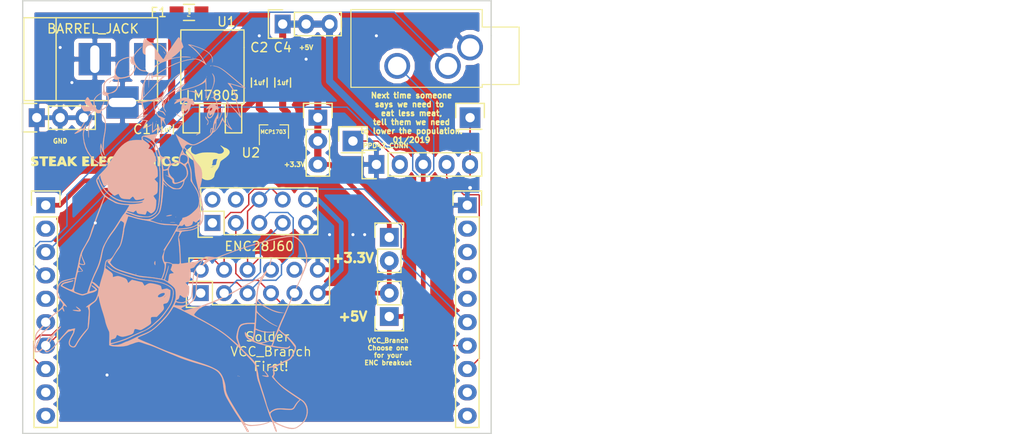
<source format=kicad_pcb>
(kicad_pcb (version 20171130) (host pcbnew 5.0.0-rc2)

  (general
    (thickness 1.6)
    (drawings 13)
    (tracks 170)
    (zones 0)
    (modules 22)
    (nets 32)
  )

  (page A4)
  (layers
    (0 F.Cu signal)
    (31 B.Cu signal)
    (32 B.Adhes user)
    (33 F.Adhes user)
    (34 B.Paste user)
    (35 F.Paste user)
    (36 B.SilkS user)
    (37 F.SilkS user)
    (38 B.Mask user)
    (39 F.Mask user)
    (40 Dwgs.User user)
    (41 Cmts.User user)
    (42 Eco1.User user)
    (43 Eco2.User user)
    (44 Edge.Cuts user)
    (45 Margin user)
    (46 B.CrtYd user)
    (47 F.CrtYd user)
    (48 B.Fab user)
    (49 F.Fab user)
  )

  (setup
    (last_trace_width 0.25)
    (user_trace_width 0.1524)
    (user_trace_width 0.254)
    (user_trace_width 0.3302)
    (user_trace_width 0.508)
    (user_trace_width 0.762)
    (user_trace_width 1.27)
    (trace_clearance 0.2)
    (zone_clearance 0.508)
    (zone_45_only no)
    (trace_min 0.1524)
    (segment_width 0.2)
    (edge_width 0.15)
    (via_size 0.8)
    (via_drill 0.4)
    (via_min_size 0.6858)
    (via_min_drill 0.3302)
    (user_via 0.6858 0.3302)
    (uvia_size 0.3)
    (uvia_drill 0.1)
    (uvias_allowed no)
    (uvia_min_size 0.2)
    (uvia_min_drill 0.1)
    (pcb_text_width 0.3)
    (pcb_text_size 1.5 1.5)
    (mod_edge_width 0.15)
    (mod_text_size 1 1)
    (mod_text_width 0.15)
    (pad_size 2.8 2.8)
    (pad_drill 2)
    (pad_to_mask_clearance 0.2)
    (aux_axis_origin 0 0)
    (visible_elements 7FFFFFFF)
    (pcbplotparams
      (layerselection 0x010fc_ffffffff)
      (usegerberextensions true)
      (usegerberattributes false)
      (usegerberadvancedattributes false)
      (creategerberjobfile false)
      (excludeedgelayer true)
      (linewidth 0.100000)
      (plotframeref false)
      (viasonmask false)
      (mode 1)
      (useauxorigin false)
      (hpglpennumber 1)
      (hpglpenspeed 20)
      (hpglpendiameter 15)
      (psnegative false)
      (psa4output false)
      (plotreference true)
      (plotvalue true)
      (plotinvisibletext false)
      (padsonsilk false)
      (subtractmaskfromsilk false)
      (outputformat 1)
      (mirror false)
      (drillshape 0)
      (scaleselection 1)
      (outputdirectory gerber_rev2.1/))
  )

  (net 0 "")
  (net 1 "Net-(C1-Pad1)")
  (net 2 GND)
  (net 3 +5V)
  (net 4 +3V3)
  (net 5 /XIN)
  (net 6 /XOUT)
  (net 7 /TEST)
  (net 8 /RST)
  (net 9 /P2.5)
  (net 10 /P2.4)
  (net 11 /P2.3)
  (net 12 /P2.2)
  (net 13 /P2.1)
  (net 14 /P1.5)
  (net 15 /P1.4)
  (net 16 /P1.3)
  (net 17 /P1.2)
  (net 18 /P1.1)
  (net 19 /P1.0)
  (net 20 "Net-(CON1-Pad1)")
  (net 21 /MOSIENC)
  (net 22 /MISOENC)
  (net 23 /CSENC)
  (net 24 "Net-(P3-Pad1)")
  (net 25 "Net-(P4-Pad1)")
  (net 26 /enc1/VCC_Branch)
  (net 27 /enc1/INT)
  (net 28 /enc1/CLKOUT)
  (net 29 /enc1/WOL)
  (net 30 /enc1/RSTENC)
  (net 31 /enc1/Q3)

  (net_class Default "This is the default net class."
    (clearance 0.2)
    (trace_width 0.25)
    (via_dia 0.8)
    (via_drill 0.4)
    (uvia_dia 0.3)
    (uvia_drill 0.1)
    (add_net +3V3)
    (add_net +5V)
    (add_net /CSENC)
    (add_net /MISOENC)
    (add_net /MOSIENC)
    (add_net /P1.0)
    (add_net /P1.1)
    (add_net /P1.2)
    (add_net /P1.3)
    (add_net /P1.4)
    (add_net /P1.5)
    (add_net /P2.1)
    (add_net /P2.2)
    (add_net /P2.3)
    (add_net /P2.4)
    (add_net /P2.5)
    (add_net /RST)
    (add_net /TEST)
    (add_net /XIN)
    (add_net /XOUT)
    (add_net /enc1/CLKOUT)
    (add_net /enc1/INT)
    (add_net /enc1/Q3)
    (add_net /enc1/RSTENC)
    (add_net /enc1/VCC_Branch)
    (add_net /enc1/WOL)
    (add_net GND)
    (add_net "Net-(C1-Pad1)")
    (add_net "Net-(CON1-Pad1)")
    (add_net "Net-(P3-Pad1)")
    (add_net "Net-(P4-Pad1)")
  )

  (module Pin_Headers:Pin_Header_Straight_1x10 (layer F.Cu) (tedit 5C08B83C) (tstamp 5C34E415)
    (at 114.001774 84.436646)
    (descr "Through hole pin header")
    (tags "pin header")
    (path /5C08A5F5)
    (fp_text reference P2 (at 0 -5.1) (layer F.SilkS) hide
      (effects (font (size 1 1) (thickness 0.15)))
    )
    (fp_text value CONN_01X10 (at 0 -3.1) (layer F.Fab)
      (effects (font (size 1 1) (thickness 0.15)))
    )
    (fp_line (start -1.75 -1.75) (end -1.75 24.65) (layer F.CrtYd) (width 0.05))
    (fp_line (start 1.75 -1.75) (end 1.75 24.65) (layer F.CrtYd) (width 0.05))
    (fp_line (start -1.75 -1.75) (end 1.75 -1.75) (layer F.CrtYd) (width 0.05))
    (fp_line (start -1.75 24.65) (end 1.75 24.65) (layer F.CrtYd) (width 0.05))
    (fp_line (start 1.27 1.27) (end 1.27 24.13) (layer F.SilkS) (width 0.15))
    (fp_line (start 1.27 24.13) (end -1.27 24.13) (layer F.SilkS) (width 0.15))
    (fp_line (start -1.27 24.13) (end -1.27 1.27) (layer F.SilkS) (width 0.15))
    (fp_line (start 1.55 -1.55) (end 1.55 0) (layer F.SilkS) (width 0.15))
    (fp_line (start 1.27 1.27) (end -1.27 1.27) (layer F.SilkS) (width 0.15))
    (fp_line (start -1.55 0) (end -1.55 -1.55) (layer F.SilkS) (width 0.15))
    (fp_line (start -1.55 -1.55) (end 1.55 -1.55) (layer F.SilkS) (width 0.15))
    (pad 1 thru_hole rect (at 0 0) (size 2.032 1.7272) (drill 1.016) (layers *.Cu *.Mask)
      (net 4 +3V3))
    (pad 2 thru_hole oval (at 0 2.54) (size 2.032 1.7272) (drill 1.016) (layers *.Cu *.Mask)
      (net 19 /P1.0))
    (pad 3 thru_hole oval (at 0 5.08) (size 2.032 1.7272) (drill 1.016) (layers *.Cu *.Mask)
      (net 18 /P1.1))
    (pad 4 thru_hole oval (at 0 7.62) (size 2.032 1.7272) (drill 1.016) (layers *.Cu *.Mask)
      (net 17 /P1.2))
    (pad 5 thru_hole oval (at 0 10.16) (size 2.032 1.7272) (drill 1.016) (layers *.Cu *.Mask)
      (net 16 /P1.3))
    (pad 6 thru_hole oval (at 0 12.7) (size 2.032 1.7272) (drill 1.016) (layers *.Cu *.Mask)
      (net 15 /P1.4))
    (pad 7 thru_hole oval (at 0 15.24) (size 2.032 1.7272) (drill 1.016) (layers *.Cu *.Mask)
      (net 14 /P1.5))
    (pad 8 thru_hole oval (at 0 17.78) (size 2.032 1.7272) (drill 1.016) (layers *.Cu *.Mask)
      (net 23 /CSENC))
    (pad 9 thru_hole oval (at 0 20.32) (size 2.032 1.7272) (drill 1.016) (layers *.Cu *.Mask)
      (net 13 /P2.1))
    (pad 10 thru_hole oval (at 0 22.86) (size 2.032 1.7272) (drill 1.016) (layers *.Cu *.Mask)
      (net 12 /P2.2))
    (model Pin_Headers.3dshapes/Pin_Header_Straight_1x10.wrl
      (offset (xyz 0 -11.42999982833862 0))
      (scale (xyz 1 1 1))
      (rotate (xyz 0 0 90))
    )
  )

  (module Capacitors_SMD:C_0805_HandSoldering (layer F.Cu) (tedit 5C08B7BB) (tstamp 5C0EF7E7)
    (at 127 76.2 270)
    (descr "Capacitor SMD 0805, hand soldering")
    (tags "capacitor 0805")
    (path /5C08B515)
    (attr smd)
    (fp_text reference C1 (at 0 2.54) (layer F.SilkS)
      (effects (font (size 1 1) (thickness 0.15)))
    )
    (fp_text value 1uf (at 0 0) (layer F.SilkS)
      (effects (font (size 0.5 0.5) (thickness 0.125)))
    )
    (fp_line (start -1 0.625) (end -1 -0.625) (layer F.Fab) (width 0.15))
    (fp_line (start 1 0.625) (end -1 0.625) (layer F.Fab) (width 0.15))
    (fp_line (start 1 -0.625) (end 1 0.625) (layer F.Fab) (width 0.15))
    (fp_line (start -1 -0.625) (end 1 -0.625) (layer F.Fab) (width 0.15))
    (fp_line (start -2.3 -1) (end 2.3 -1) (layer F.CrtYd) (width 0.05))
    (fp_line (start -2.3 1) (end 2.3 1) (layer F.CrtYd) (width 0.05))
    (fp_line (start -2.3 -1) (end -2.3 1) (layer F.CrtYd) (width 0.05))
    (fp_line (start 2.3 -1) (end 2.3 1) (layer F.CrtYd) (width 0.05))
    (fp_line (start 0.5 -0.85) (end -0.5 -0.85) (layer F.SilkS) (width 0.15))
    (fp_line (start -0.5 0.85) (end 0.5 0.85) (layer F.SilkS) (width 0.15))
    (pad 1 smd rect (at -1.25 0 270) (size 1.5 1.25) (layers F.Cu F.Paste F.Mask)
      (net 1 "Net-(C1-Pad1)"))
    (pad 2 smd rect (at 1.25 0 270) (size 1.5 1.25) (layers F.Cu F.Paste F.Mask)
      (net 2 GND))
    (model Capacitors_SMD.3dshapes/C_0805_HandSoldering.wrl
      (at (xyz 0 0 0))
      (scale (xyz 1 1 1))
      (rotate (xyz 0 0 0))
    )
  )

  (module Capacitors_SMD:C_0805_HandSoldering (layer F.Cu) (tedit 5C08B7D7) (tstamp 5C0EF7F7)
    (at 137.16 71.12 90)
    (descr "Capacitor SMD 0805, hand soldering")
    (tags "capacitor 0805")
    (path /5C08B57D)
    (attr smd)
    (fp_text reference C2 (at 3.81 0 180) (layer F.SilkS)
      (effects (font (size 1 1) (thickness 0.15)))
    )
    (fp_text value 1uf (at 0 0 180) (layer F.SilkS)
      (effects (font (size 0.5 0.5) (thickness 0.125)))
    )
    (fp_line (start -0.5 0.85) (end 0.5 0.85) (layer F.SilkS) (width 0.15))
    (fp_line (start 0.5 -0.85) (end -0.5 -0.85) (layer F.SilkS) (width 0.15))
    (fp_line (start 2.3 -1) (end 2.3 1) (layer F.CrtYd) (width 0.05))
    (fp_line (start -2.3 -1) (end -2.3 1) (layer F.CrtYd) (width 0.05))
    (fp_line (start -2.3 1) (end 2.3 1) (layer F.CrtYd) (width 0.05))
    (fp_line (start -2.3 -1) (end 2.3 -1) (layer F.CrtYd) (width 0.05))
    (fp_line (start -1 -0.625) (end 1 -0.625) (layer F.Fab) (width 0.15))
    (fp_line (start 1 -0.625) (end 1 0.625) (layer F.Fab) (width 0.15))
    (fp_line (start 1 0.625) (end -1 0.625) (layer F.Fab) (width 0.15))
    (fp_line (start -1 0.625) (end -1 -0.625) (layer F.Fab) (width 0.15))
    (pad 2 smd rect (at 1.25 0 90) (size 1.5 1.25) (layers F.Cu F.Paste F.Mask)
      (net 2 GND))
    (pad 1 smd rect (at -1.25 0 90) (size 1.5 1.25) (layers F.Cu F.Paste F.Mask)
      (net 3 +5V))
    (model Capacitors_SMD.3dshapes/C_0805_HandSoldering.wrl
      (at (xyz 0 0 0))
      (scale (xyz 1 1 1))
      (rotate (xyz 0 0 0))
    )
  )

  (module Connectors:BARREL_JACK (layer F.Cu) (tedit 5C31A7C0) (tstamp 5C0EF823)
    (at 119.126 68.58)
    (descr "DC Barrel Jack")
    (tags "Power Jack")
    (path /5C08AC7C)
    (fp_text reference CON1 (at 10.09904 0 90) (layer F.SilkS) hide
      (effects (font (size 1 1) (thickness 0.15)))
    )
    (fp_text value BARREL_JACK (at 0 -3.302) (layer F.SilkS)
      (effects (font (size 1 1) (thickness 0.15)))
    )
    (fp_line (start -4.0005 -4.50088) (end -4.0005 4.50088) (layer F.SilkS) (width 0.15))
    (fp_line (start -7.50062 -4.50088) (end -7.50062 4.50088) (layer F.SilkS) (width 0.15))
    (fp_line (start -7.50062 4.50088) (end 7.00024 4.50088) (layer F.SilkS) (width 0.15))
    (fp_line (start 7.00024 4.50088) (end 7.00024 -4.50088) (layer F.SilkS) (width 0.15))
    (fp_line (start 7.00024 -4.50088) (end -7.50062 -4.50088) (layer F.SilkS) (width 0.15))
    (pad 1 thru_hole rect (at 6.20014 0) (size 3.50012 3.50012) (drill oval 1.00076 2.99974) (layers *.Cu *.Mask)
      (net 20 "Net-(CON1-Pad1)"))
    (pad 2 thru_hole rect (at 0.20066 0) (size 3.50012 3.50012) (drill oval 1.00076 2.99974) (layers *.Cu *.Mask)
      (net 2 GND))
    (pad 3 thru_hole rect (at 3.2004 4.699) (size 3.50012 3.50012) (drill oval 2.99974 1.00076) (layers *.Cu *.Mask)
      (net 2 GND))
  )

  (module Connector_Audio:Jack_3.5mm_CUI_SJ1-3533NG_Horizontal_CircularHoles (layer F.Cu) (tedit 5C31B528) (tstamp 5C0EF83F)
    (at 160.02 67.31 270)
    (descr "TRS 3.5mm, horizontal, through-hole, , circular holeshttps://www.cui.com/product/resource/sj1-353xng.pdf")
    (tags "TRS audio jack stereo horizontal circular")
    (path /5C0925EC)
    (fp_text reference J1 (at 0.1 -6.45 270) (layer F.SilkS) hide
      (effects (font (size 1 1) (thickness 0.15)))
    )
    (fp_text value JACK_2P (at 0.1 14.05 270) (layer F.Fab)
      (effects (font (size 1 1) (thickness 0.15)))
    )
    (fp_line (start -2.1 -5.2) (end 3.9 -5.2) (layer F.Fab) (width 0.1))
    (fp_line (start 3.9 -5.2) (end 3.9 -1.2) (layer F.Fab) (width 0.1))
    (fp_line (start 3.9 -1.2) (end 4.2 -1.2) (layer F.Fab) (width 0.1))
    (fp_line (start 4.2 -1.2) (end 4.2 12.8) (layer F.Fab) (width 0.1))
    (fp_line (start 4.2 12.8) (end -4 12.8) (layer F.Fab) (width 0.1))
    (fp_line (start -4 12.8) (end -4 -1.2) (layer F.Fab) (width 0.1))
    (fp_line (start -4 -1.2) (end -2.1 -1.2) (layer F.Fab) (width 0.1))
    (fp_line (start -2.1 -1.2) (end -2.1 -5.2) (layer F.Fab) (width 0.1))
    (fp_line (start -2.22 -5.32) (end 4.02 -5.32) (layer F.SilkS) (width 0.12))
    (fp_line (start 4.02 -5.32) (end 4.02 -1.32) (layer F.SilkS) (width 0.12))
    (fp_line (start 4.02 -1.32) (end 4.32 -1.32) (layer F.SilkS) (width 0.12))
    (fp_line (start 4.32 -1.32) (end 4.32 12.92) (layer F.SilkS) (width 0.12))
    (fp_line (start 4.32 12.92) (end -4.12 12.92) (layer F.SilkS) (width 0.12))
    (fp_line (start -4.12 12.92) (end -4.12 -1.32) (layer F.SilkS) (width 0.12))
    (fp_line (start -4.12 -1.32) (end -2.22 -1.32) (layer F.SilkS) (width 0.12))
    (fp_line (start -2.22 -1.32) (end -2.22 -5.32) (layer F.SilkS) (width 0.12))
    (fp_line (start -4.5 -5.7) (end -4.5 13.3) (layer F.CrtYd) (width 0.05))
    (fp_line (start -4.5 13.3) (end 4.7 13.3) (layer F.CrtYd) (width 0.05))
    (fp_line (start 4.7 13.3) (end 4.7 -5.7) (layer F.CrtYd) (width 0.05))
    (fp_line (start 4.7 -5.7) (end -4.5 -5.7) (layer F.CrtYd) (width 0.05))
    (fp_text user %R (at 0.1 3.8 270) (layer F.Fab)
      (effects (font (size 1 1) (thickness 0.15)))
    )
    (pad S thru_hole circle (at 0 0 270) (size 2.8 2.8) (drill 2) (layers *.Cu *.Mask)
      (net 2 GND))
    (pad T thru_hole circle (at 2 2.4 270) (size 2.8 2.8) (drill 2) (layers *.Cu *.Mask)
      (net 17 /P1.2))
    (pad R thru_hole circle (at 2 7.9 270) (size 2.8 2.8) (drill 2) (layers *.Cu *.Mask)
      (net 18 /P1.1))
    (model ${KISYS3DMOD}/Connector_Audio.3dshapes/Jack_3.5mm_CUI_SJ1-3533NG_Horizontal.wrl
      (at (xyz 0 0 0))
      (scale (xyz 1 1 1))
      (rotate (xyz 0 0 0))
    )
  )

  (module Pin_Headers:Pin_Header_Straight_1x10 (layer F.Cu) (tedit 5C08B837) (tstamp 5C0EF858)
    (at 159.721774 84.436646)
    (descr "Through hole pin header")
    (tags "pin header")
    (path /5C08A58D)
    (fp_text reference P1 (at 0 -5.1) (layer F.SilkS) hide
      (effects (font (size 1 1) (thickness 0.15)))
    )
    (fp_text value CONN_01X10 (at 0 -3.1) (layer F.Fab)
      (effects (font (size 1 1) (thickness 0.15)))
    )
    (fp_line (start -1.75 -1.75) (end -1.75 24.65) (layer F.CrtYd) (width 0.05))
    (fp_line (start 1.75 -1.75) (end 1.75 24.65) (layer F.CrtYd) (width 0.05))
    (fp_line (start -1.75 -1.75) (end 1.75 -1.75) (layer F.CrtYd) (width 0.05))
    (fp_line (start -1.75 24.65) (end 1.75 24.65) (layer F.CrtYd) (width 0.05))
    (fp_line (start 1.27 1.27) (end 1.27 24.13) (layer F.SilkS) (width 0.15))
    (fp_line (start 1.27 24.13) (end -1.27 24.13) (layer F.SilkS) (width 0.15))
    (fp_line (start -1.27 24.13) (end -1.27 1.27) (layer F.SilkS) (width 0.15))
    (fp_line (start 1.55 -1.55) (end 1.55 0) (layer F.SilkS) (width 0.15))
    (fp_line (start 1.27 1.27) (end -1.27 1.27) (layer F.SilkS) (width 0.15))
    (fp_line (start -1.55 0) (end -1.55 -1.55) (layer F.SilkS) (width 0.15))
    (fp_line (start -1.55 -1.55) (end 1.55 -1.55) (layer F.SilkS) (width 0.15))
    (pad 1 thru_hole rect (at 0 0) (size 2.032 1.7272) (drill 1.016) (layers *.Cu *.Mask)
      (net 2 GND))
    (pad 2 thru_hole oval (at 0 2.54) (size 2.032 1.7272) (drill 1.016) (layers *.Cu *.Mask)
      (net 5 /XIN))
    (pad 3 thru_hole oval (at 0 5.08) (size 2.032 1.7272) (drill 1.016) (layers *.Cu *.Mask)
      (net 6 /XOUT))
    (pad 4 thru_hole oval (at 0 7.62) (size 2.032 1.7272) (drill 1.016) (layers *.Cu *.Mask)
      (net 7 /TEST))
    (pad 5 thru_hole oval (at 0 10.16) (size 2.032 1.7272) (drill 1.016) (layers *.Cu *.Mask)
      (net 8 /RST))
    (pad 6 thru_hole oval (at 0 12.7) (size 2.032 1.7272) (drill 1.016) (layers *.Cu *.Mask)
      (net 21 /MOSIENC))
    (pad 7 thru_hole oval (at 0 15.24) (size 2.032 1.7272) (drill 1.016) (layers *.Cu *.Mask)
      (net 22 /MISOENC))
    (pad 8 thru_hole oval (at 0 17.78) (size 2.032 1.7272) (drill 1.016) (layers *.Cu *.Mask)
      (net 9 /P2.5))
    (pad 9 thru_hole oval (at 0 20.32) (size 2.032 1.7272) (drill 1.016) (layers *.Cu *.Mask)
      (net 10 /P2.4))
    (pad 10 thru_hole oval (at 0 22.86) (size 2.032 1.7272) (drill 1.016) (layers *.Cu *.Mask)
      (net 11 /P2.3))
    (model Pin_Headers.3dshapes/Pin_Header_Straight_1x10.wrl
      (offset (xyz 0 -11.42999982833862 0))
      (scale (xyz 1 1 1))
      (rotate (xyz 0 0 90))
    )
  )

  (module TO_SOT_Packages_SMD:TO-252-2Lead (layer F.Cu) (tedit 5C31A858) (tstamp 5C0EFAB4)
    (at 132.08 74.93)
    (descr "DPAK / TO-252 2-lead smd package")
    (tags "dpak TO-252")
    (path /5C08B030)
    (attr smd)
    (fp_text reference U1 (at 1.524 -10.414) (layer F.SilkS)
      (effects (font (size 1 1) (thickness 0.15)))
    )
    (fp_text value LM7805 (at 0 -2.413) (layer F.SilkS)
      (effects (font (size 1 1) (thickness 0.15)))
    )
    (fp_line (start 1.397 -1.524) (end 1.397 1.651) (layer F.SilkS) (width 0.15))
    (fp_line (start 1.397 1.651) (end 3.175 1.651) (layer F.SilkS) (width 0.15))
    (fp_line (start 3.175 1.651) (end 3.175 -1.524) (layer F.SilkS) (width 0.15))
    (fp_line (start -3.175 -1.524) (end -3.175 1.651) (layer F.SilkS) (width 0.15))
    (fp_line (start -3.175 1.651) (end -1.397 1.651) (layer F.SilkS) (width 0.15))
    (fp_line (start -1.397 1.651) (end -1.397 -1.524) (layer F.SilkS) (width 0.15))
    (fp_line (start 3.429 -7.62) (end 3.429 -1.524) (layer F.SilkS) (width 0.15))
    (fp_line (start 3.429 -1.524) (end -3.429 -1.524) (layer F.SilkS) (width 0.15))
    (fp_line (start -3.429 -1.524) (end -3.429 -9.398) (layer F.SilkS) (width 0.15))
    (fp_line (start -3.429 -9.525) (end 3.429 -9.525) (layer F.SilkS) (width 0.15))
    (fp_line (start 3.429 -9.398) (end 3.429 -7.62) (layer F.SilkS) (width 0.15))
    (pad 1 smd rect (at -2.286 0) (size 1.651 3.048) (layers F.Cu F.Paste F.Mask)
      (net 1 "Net-(C1-Pad1)"))
    (pad 2 smd rect (at 0 -6.35) (size 6.096 6.096) (layers F.Cu F.Paste F.Mask)
      (net 2 GND))
    (pad 3 smd rect (at 2.286 0) (size 1.651 3.048) (layers F.Cu F.Paste F.Mask)
      (net 3 +5V))
    (model TO_SOT_Packages_SMD.3dshapes/TO-252-2Lead.wrl
      (at (xyz 0 0 0))
      (scale (xyz 1 1 1))
      (rotate (xyz 0 0 0))
    )
  )

  (module SteakElectronics:steakelectronics (layer F.Cu) (tedit 0) (tstamp 5C0FAEEB)
    (at 123.19 80.01)
    (fp_text reference G*** (at 0 0) (layer F.SilkS) hide
      (effects (font (size 1.524 1.524) (thickness 0.3)))
    )
    (fp_text value LOGO (at 0.75 0) (layer F.SilkS) hide
      (effects (font (size 1.524 1.524) (thickness 0.3)))
    )
    (fp_poly (pts (xy 5.101457 -0.864935) (xy 5.215637 -0.827851) (xy 5.258911 -0.760943) (xy 5.256052 -0.710284)
      (xy 5.209764 -0.644504) (xy 5.147599 -0.643317) (xy 4.963596 -0.667675) (xy 4.832097 -0.652339)
      (xy 4.768689 -0.59943) (xy 4.766549 -0.591451) (xy 4.782414 -0.531199) (xy 4.870041 -0.492189)
      (xy 4.915886 -0.482326) (xy 5.113334 -0.416308) (xy 5.244151 -0.312602) (xy 5.301787 -0.18408)
      (xy 5.279694 -0.043619) (xy 5.197554 0.071372) (xy 5.051291 0.156541) (xy 4.840636 0.181897)
      (xy 4.583546 0.152136) (xy 4.505528 0.112784) (xy 4.480069 0.018767) (xy 4.479636 -0.003831)
      (xy 4.479636 -0.139785) (xy 4.652282 -0.067649) (xy 4.804479 -0.024271) (xy 4.93084 -0.024026)
      (xy 5.010295 -0.063581) (xy 5.025097 -0.126633) (xy 4.968647 -0.191463) (xy 4.838354 -0.239419)
      (xy 4.828071 -0.241634) (xy 4.629836 -0.311664) (xy 4.514018 -0.422598) (xy 4.479636 -0.561339)
      (xy 4.517011 -0.719776) (xy 4.62863 -0.823749) (xy 4.813731 -0.872696) (xy 4.906818 -0.876747)
      (xy 5.101457 -0.864935)) (layer F.SilkS) (width 0.01))
    (fp_poly (pts (xy 4.109286 -0.869729) (xy 4.225069 -0.841731) (xy 4.281533 -0.786228) (xy 4.294909 -0.707765)
      (xy 4.282919 -0.627479) (xy 4.229315 -0.618611) (xy 4.191 -0.630404) (xy 3.991686 -0.667801)
      (xy 3.836501 -0.631103) (xy 3.734507 -0.525593) (xy 3.694764 -0.356556) (xy 3.694546 -0.340835)
      (xy 3.729977 -0.186171) (xy 3.821603 -0.072865) (xy 3.947424 -0.016831) (xy 4.08544 -0.033986)
      (xy 4.105401 -0.043623) (xy 4.220017 -0.088188) (xy 4.279707 -0.063961) (xy 4.294909 0.017705)
      (xy 4.260436 0.118285) (xy 4.191 0.15562) (xy 3.999643 0.181872) (xy 3.801148 0.170245)
      (xy 3.648364 0.125955) (xy 3.553784 0.047651) (xy 3.464361 -0.074324) (xy 3.447328 -0.106281)
      (xy 3.387399 -0.323202) (xy 3.417284 -0.53352) (xy 3.534691 -0.72373) (xy 3.555844 -0.745857)
      (xy 3.657722 -0.829823) (xy 3.768209 -0.868535) (xy 3.918125 -0.877454) (xy 4.109286 -0.869729)) (layer F.SilkS) (width 0.01))
    (fp_poly (pts (xy 3.232727 0.184728) (xy 3.101879 0.184728) (xy 3.00063 0.178715) (xy 2.951788 0.165671)
      (xy 2.945279 0.114609) (xy 2.942347 -0.009273) (xy 2.943167 -0.186494) (xy 2.946972 -0.36542)
      (xy 2.961398 -0.877454) (xy 3.232727 -0.877454) (xy 3.232727 0.184728)) (layer F.SilkS) (width 0.01))
    (fp_poly (pts (xy 2.032472 -0.870707) (xy 2.094257 -0.838816) (xy 2.154678 -0.764305) (xy 2.231393 -0.629702)
      (xy 2.263396 -0.56892) (xy 2.424546 -0.260386) (xy 2.438201 -0.56892) (xy 2.447019 -0.73287)
      (xy 2.461861 -0.825145) (xy 2.492749 -0.866346) (xy 2.549705 -0.877077) (xy 2.588292 -0.877454)
      (xy 2.724727 -0.877454) (xy 2.724727 0.190303) (xy 2.558939 0.17597) (xy 2.471376 0.162146)
      (xy 2.405217 0.126707) (xy 2.342316 0.051643) (xy 2.264525 -0.081053) (xy 2.22412 -0.156283)
      (xy 2.055091 -0.474202) (xy 2.041522 -0.144737) (xy 2.032597 0.026239) (xy 2.018322 0.124773)
      (xy 1.991028 0.170757) (xy 1.943049 0.184084) (xy 1.914522 0.184728) (xy 1.801091 0.184728)
      (xy 1.801091 -0.877454) (xy 1.951669 -0.877454) (xy 2.032472 -0.870707)) (layer F.SilkS) (width 0.01))
    (fp_poly (pts (xy 1.228439 -0.870248) (xy 1.336705 -0.841182) (xy 1.424238 -0.779085) (xy 1.447308 -0.756824)
      (xy 1.556627 -0.592947) (xy 1.604676 -0.399511) (xy 1.593131 -0.202269) (xy 1.523669 -0.026974)
      (xy 1.397965 0.100618) (xy 1.391247 0.104687) (xy 1.220062 0.16453) (xy 1.014208 0.179192)
      (xy 0.82097 0.146085) (xy 0.796928 0.137215) (xy 0.662851 0.037998) (xy 0.566907 -0.119199)
      (xy 0.519172 -0.304358) (xy 0.52288 -0.368712) (xy 0.827656 -0.368712) (xy 0.850907 -0.202449)
      (xy 0.880523 -0.132812) (xy 0.963315 -0.060814) (xy 1.078985 -0.049755) (xy 1.195594 -0.094775)
      (xy 1.281203 -0.191011) (xy 1.282668 -0.194026) (xy 1.319006 -0.362208) (xy 1.276249 -0.519616)
      (xy 1.171964 -0.631417) (xy 1.084258 -0.677168) (xy 1.011563 -0.666199) (xy 0.946727 -0.627701)
      (xy 0.861053 -0.521354) (xy 0.827656 -0.368712) (xy 0.52288 -0.368712) (xy 0.529723 -0.487462)
      (xy 0.559953 -0.568763) (xy 0.668305 -0.738832) (xy 0.792916 -0.834711) (xy 0.962157 -0.873777)
      (xy 1.063934 -0.877454) (xy 1.228439 -0.870248)) (layer F.SilkS) (width 0.01))
    (fp_poly (pts (xy 0.031644 -0.874091) (xy 0.14009 -0.858698) (xy 0.210616 -0.823318) (xy 0.270402 -0.759995)
      (xy 0.273739 -0.755772) (xy 0.339817 -0.65596) (xy 0.369347 -0.580104) (xy 0.369455 -0.577272)
      (xy 0.342826 -0.504196) (xy 0.27828 -0.404609) (xy 0.273739 -0.398773) (xy 0.221559 -0.318175)
      (xy 0.217589 -0.27808) (xy 0.222471 -0.27709) (xy 0.260653 -0.239856) (xy 0.319966 -0.148072)
      (xy 0.38409 -0.031621) (xy 0.436705 0.079617) (xy 0.461489 0.155761) (xy 0.461818 0.161133)
      (xy 0.421264 0.176959) (xy 0.322006 0.1846) (xy 0.305785 0.184728) (xy 0.188938 0.169429)
      (xy 0.121016 0.105473) (xy 0.090734 0.042249) (xy 0.011857 -0.105024) (xy -0.075958 -0.202832)
      (xy -0.141844 -0.230909) (xy -0.16742 -0.189625) (xy -0.182761 -0.085176) (xy -0.184727 -0.02309)
      (xy -0.188743 0.1047) (xy -0.211932 0.165226) (xy -0.271005 0.183553) (xy -0.323273 0.184728)
      (xy -0.461818 0.184728) (xy -0.461818 -0.53109) (xy -0.184727 -0.53109) (xy -0.157176 -0.438368)
      (xy -0.089422 -0.419488) (xy -0.003818 -0.480336) (xy -0.001679 -0.482886) (xy 0.03082 -0.569617)
      (xy -0.016469 -0.630714) (xy -0.095089 -0.646545) (xy -0.165795 -0.618009) (xy -0.184727 -0.53109)
      (xy -0.461818 -0.53109) (xy -0.461818 -0.877454) (xy -0.141897 -0.877454) (xy 0.031644 -0.874091)) (layer F.SilkS) (width 0.01))
    (fp_poly (pts (xy -1.073727 -0.867471) (xy -0.854203 -0.860467) (xy -0.710931 -0.851062) (xy -0.627807 -0.835835)
      (xy -0.588726 -0.811364) (xy -0.577581 -0.774228) (xy -0.577273 -0.762) (xy -0.597147 -0.697502)
      (xy -0.672228 -0.66507) (xy -0.750454 -0.655303) (xy -0.923636 -0.640969) (xy -0.923636 0.184728)
      (xy -1.200727 0.184728) (xy -1.200727 -0.646545) (xy -1.385454 -0.646545) (xy -1.504409 -0.652778)
      (xy -1.557284 -0.682464) (xy -1.5701 -0.752088) (xy -1.570182 -0.763562) (xy -1.570182 -0.880579)
      (xy -1.073727 -0.867471)) (layer F.SilkS) (width 0.01))
    (fp_poly (pts (xy -1.921044 -0.867929) (xy -1.765643 -0.85799) (xy -1.679789 -0.839713) (xy -1.640712 -0.801829)
      (xy -1.625641 -0.733065) (xy -1.624228 -0.72101) (xy -1.622816 -0.629584) (xy -1.656418 -0.608628)
      (xy -1.686246 -0.617298) (xy -1.847903 -0.669514) (xy -1.959734 -0.673295) (xy -2.052226 -0.62582)
      (xy -2.104109 -0.578634) (xy -2.187273 -0.474735) (xy -2.207266 -0.372757) (xy -2.198658 -0.308666)
      (xy -2.133075 -0.137993) (xy -2.0178 -0.045006) (xy -1.853751 -0.030129) (xy -1.689927 -0.074016)
      (xy -1.634013 -0.072574) (xy -1.616474 0.002056) (xy -1.616364 0.013209) (xy -1.642506 0.111574)
      (xy -1.689413 0.156696) (xy -1.843821 0.183462) (xy -2.031054 0.173238) (xy -2.201117 0.129918)
      (xy -2.235445 0.114188) (xy -2.376757 0.01893) (xy -2.456555 -0.100167) (xy -2.489223 -0.269791)
      (xy -2.492349 -0.362471) (xy -2.486323 -0.517355) (xy -2.456117 -0.619485) (xy -2.387011 -0.707985)
      (xy -2.348225 -0.745492) (xy -2.257227 -0.821728) (xy -2.171457 -0.860526) (xy -2.056129 -0.871855)
      (xy -1.921044 -0.867929)) (layer F.SilkS) (width 0.01))
    (fp_poly (pts (xy -2.818584 -0.876224) (xy -2.708867 -0.868607) (xy -2.653822 -0.848714) (xy -2.634605 -0.810657)
      (xy -2.632364 -0.762) (xy -2.63985 -0.693478) (xy -2.678057 -0.659295) (xy -2.770603 -0.647639)
      (xy -2.863273 -0.646545) (xy -3.003716 -0.640779) (xy -3.073535 -0.618491) (xy -3.094025 -0.572197)
      (xy -3.094182 -0.565394) (xy -3.079299 -0.515801) (xy -3.019544 -0.496454) (xy -2.892252 -0.500309)
      (xy -2.886364 -0.500772) (xy -2.758835 -0.507631) (xy -2.698326 -0.491118) (xy -2.67985 -0.436002)
      (xy -2.678545 -0.374104) (xy -2.684192 -0.286076) (xy -2.717858 -0.244386) (xy -2.804637 -0.231744)
      (xy -2.886364 -0.230909) (xy -3.016233 -0.224865) (xy -3.077645 -0.199771) (xy -3.094102 -0.14518)
      (xy -3.094182 -0.138545) (xy -3.082025 -0.083145) (xy -3.030423 -0.055515) (xy -2.916682 -0.046577)
      (xy -2.863273 -0.046181) (xy -2.72623 -0.042438) (xy -2.657863 -0.023335) (xy -2.634551 0.022939)
      (xy -2.632364 0.069273) (xy -2.636301 0.126534) (xy -2.660675 0.16082) (xy -2.724332 0.178022)
      (xy -2.846116 0.184027) (xy -3.001818 0.184728) (xy -3.371273 0.184728) (xy -3.371273 -0.877454)
      (xy -3.001818 -0.877454) (xy -2.818584 -0.876224)) (layer F.SilkS) (width 0.01))
    (fp_poly (pts (xy -3.971636 -0.046181) (xy -3.740727 -0.046181) (xy -3.603685 -0.042438) (xy -3.535318 -0.023335)
      (xy -3.512006 0.022939) (xy -3.509818 0.069273) (xy -3.513422 0.125182) (xy -3.536426 0.159303)
      (xy -3.597115 0.177015) (xy -3.713778 0.183697) (xy -3.902364 0.184728) (xy -4.294909 0.184728)
      (xy -4.294909 -0.877454) (xy -3.971636 -0.877454) (xy -3.971636 -0.046181)) (layer F.SilkS) (width 0.01))
    (fp_poly (pts (xy -4.665857 -0.876224) (xy -4.55614 -0.868607) (xy -4.501095 -0.848714) (xy -4.481878 -0.810657)
      (xy -4.479636 -0.762) (xy -4.48825 -0.690755) (xy -4.530589 -0.657) (xy -4.631401 -0.646986)
      (xy -4.687454 -0.646545) (xy -4.82443 -0.637479) (xy -4.886823 -0.606654) (xy -4.895273 -0.577272)
      (xy -4.864769 -0.529105) (xy -4.763653 -0.509257) (xy -4.710545 -0.508) (xy -4.592097 -0.502529)
      (xy -4.539441 -0.472881) (xy -4.52611 -0.399204) (xy -4.525818 -0.369454) (xy -4.533113 -0.280618)
      (xy -4.572643 -0.241126) (xy -4.670879 -0.231127) (xy -4.710545 -0.230909) (xy -4.831401 -0.223163)
      (xy -4.884814 -0.191857) (xy -4.895273 -0.138545) (xy -4.883116 -0.083145) (xy -4.831514 -0.055515)
      (xy -4.717773 -0.046577) (xy -4.664364 -0.046181) (xy -4.527321 -0.042438) (xy -4.458954 -0.023335)
      (xy -4.435642 0.022939) (xy -4.433454 0.069273) (xy -4.437059 0.125182) (xy -4.460062 0.159303)
      (xy -4.520752 0.177015) (xy -4.637414 0.183697) (xy -4.826 0.184728) (xy -5.218545 0.184728)
      (xy -5.218545 -0.877454) (xy -4.849091 -0.877454) (xy -4.665857 -0.876224)) (layer F.SilkS) (width 0.01))
    (fp_poly (pts (xy -6.562818 -0.867873) (xy -6.520769 -0.821083) (xy -6.503359 -0.710011) (xy -6.502879 -0.704272)
      (xy -6.488545 -0.53109) (xy -6.327229 -0.704272) (xy -6.209451 -0.814749) (xy -6.104336 -0.866104)
      (xy -5.992411 -0.877454) (xy -5.880898 -0.871312) (xy -5.821771 -0.856083) (xy -5.818909 -0.851365)
      (xy -5.849545 -0.808485) (xy -5.929973 -0.720792) (xy -6.042972 -0.607034) (xy -6.046265 -0.603824)
      (xy -6.273621 -0.382372) (xy -6.023174 -0.135036) (xy -5.903451 -0.012365) (xy -5.814891 0.086826)
      (xy -5.773818 0.144056) (xy -5.772727 0.148514) (xy -5.813519 0.171898) (xy -5.914534 0.184183)
      (xy -5.944161 0.184728) (xy -6.061062 0.170913) (xy -6.166692 0.118523) (xy -6.292261 0.011141)
      (xy -6.313616 -0.009615) (xy -6.511636 -0.203958) (xy -6.511636 -0.009615) (xy -6.516429 0.112781)
      (xy -6.543098 0.168743) (xy -6.610085 0.184135) (xy -6.650182 0.184728) (xy -6.788727 0.184728)
      (xy -6.788727 -0.877454) (xy -6.65297 -0.877454) (xy -6.562818 -0.867873)) (layer F.SilkS) (width 0.01))
    (fp_poly (pts (xy -7.314312 -0.866507) (xy -7.248339 -0.820291) (xy -7.214597 -0.750454) (xy -7.173248 -0.63831)
      (xy -7.114759 -0.478767) (xy -7.06639 -0.346363) (xy -7.005891 -0.181938) (xy -6.952245 -0.038636)
      (xy -6.923214 0.03681) (xy -6.889122 0.133702) (xy -6.90426 0.175072) (xy -6.986869 0.184562)
      (xy -7.037341 0.184728) (xy -7.15589 0.168661) (xy -7.211413 0.111916) (xy -7.217745 0.092364)
      (xy -7.25358 0.031257) (xy -7.335756 0.004401) (xy -7.435273 0) (xy -7.565687 0.009484)
      (xy -7.631302 0.04538) (xy -7.652801 0.092364) (xy -7.697656 0.159958) (xy -7.79994 0.184007)
      (xy -7.833204 0.184728) (xy -7.937961 0.180578) (xy -7.988597 0.170419) (xy -7.989454 0.168744)
      (xy -7.985193 0.151579) (xy -7.969891 0.105763) (xy -7.939771 0.020832) (xy -7.891056 -0.113678)
      (xy -7.819968 -0.308231) (xy -7.812634 -0.328224) (xy -7.520627 -0.328224) (xy -7.507453 -0.254838)
      (xy -7.430332 -0.230909) (xy -7.359963 -0.250181) (xy -7.361059 -0.303959) (xy -7.387589 -0.416868)
      (xy -7.39056 -0.454049) (xy -7.399238 -0.500986) (xy -7.433637 -0.474861) (xy -7.459832 -0.441446)
      (xy -7.520627 -0.328224) (xy -7.812634 -0.328224) (xy -7.72273 -0.57329) (xy -7.65764 -0.750454)
      (xy -7.611142 -0.836227) (xy -7.534787 -0.87174) (xy -7.436358 -0.877454) (xy -7.314312 -0.866507)) (layer F.SilkS) (width 0.01))
    (fp_poly (pts (xy -8.268038 -0.876224) (xy -8.158321 -0.868607) (xy -8.103277 -0.848714) (xy -8.08406 -0.810657)
      (xy -8.081818 -0.762) (xy -8.090432 -0.690755) (xy -8.132771 -0.657) (xy -8.233583 -0.646986)
      (xy -8.289636 -0.646545) (xy -8.428573 -0.636789) (xy -8.49078 -0.60456) (xy -8.497454 -0.579928)
      (xy -8.456912 -0.529435) (xy -8.33203 -0.501755) (xy -8.301182 -0.499109) (xy -8.177009 -0.48385)
      (xy -8.12003 -0.451033) (xy -8.105082 -0.384037) (xy -8.104909 -0.369454) (xy -8.115577 -0.295639)
      (xy -8.164357 -0.258593) (xy -8.276413 -0.241693) (xy -8.301182 -0.239799) (xy -8.428413 -0.222331)
      (xy -8.486129 -0.186474) (xy -8.497454 -0.13589) (xy -8.484471 -0.08195) (xy -8.430546 -0.055058)
      (xy -8.313214 -0.046487) (xy -8.266545 -0.046181) (xy -8.129503 -0.042438) (xy -8.061136 -0.023335)
      (xy -8.037824 0.022939) (xy -8.035636 0.069273) (xy -8.03924 0.125182) (xy -8.062244 0.159303)
      (xy -8.122934 0.177015) (xy -8.239596 0.183697) (xy -8.428182 0.184728) (xy -8.820727 0.184728)
      (xy -8.820727 -0.877454) (xy -8.451273 -0.877454) (xy -8.268038 -0.876224)) (layer F.SilkS) (width 0.01))
    (fp_poly (pts (xy -8.913091 -0.762) (xy -8.925167 -0.683922) (xy -8.979512 -0.651959) (xy -9.074727 -0.646545)
      (xy -9.236364 -0.646545) (xy -9.236364 0.184728) (xy -9.367212 0.184728) (xy -9.47298 0.174837)
      (xy -9.528848 0.15394) (xy -9.543 0.096444) (xy -9.553721 -0.029644) (xy -9.55925 -0.200567)
      (xy -9.559636 -0.261697) (xy -9.559636 -0.646545) (xy -9.721273 -0.646545) (xy -9.830581 -0.655171)
      (xy -9.875329 -0.693988) (xy -9.882909 -0.762) (xy -9.882909 -0.877454) (xy -8.913091 -0.877454)
      (xy -8.913091 -0.762)) (layer F.SilkS) (width 0.01))
    (fp_poly (pts (xy -10.158204 -0.875854) (xy -10.069402 -0.864754) (xy -10.0309 -0.834709) (xy -10.021665 -0.77627)
      (xy -10.021454 -0.7441) (xy -10.027054 -0.663862) (xy -10.060106 -0.625678) (xy -10.144997 -0.61543)
      (xy -10.240818 -0.6171) (xy -10.391114 -0.610761) (xy -10.470402 -0.585976) (xy -10.472315 -0.550055)
      (xy -10.390488 -0.510309) (xy -10.344727 -0.49777) (xy -10.158829 -0.444365) (xy -10.047109 -0.384254)
      (xy -9.991886 -0.301103) (xy -9.975479 -0.178577) (xy -9.975273 -0.156451) (xy -9.989305 -0.009734)
      (xy -10.039912 0.081237) (xy -10.077912 0.112836) (xy -10.193007 0.156154) (xy -10.360897 0.177716)
      (xy -10.544041 0.175024) (xy -10.679545 0.152893) (xy -10.745694 0.091002) (xy -10.760364 -0.002243)
      (xy -10.752816 -0.094134) (xy -10.712668 -0.113601) (xy -10.641903 -0.09122) (xy -10.503375 -0.057053)
      (xy -10.384516 -0.046181) (xy -10.284165 -0.068823) (xy -10.256094 -0.121877) (xy -10.296743 -0.18304)
      (xy -10.40255 -0.230008) (xy -10.414279 -0.232599) (xy -10.598525 -0.285155) (xy -10.706519 -0.358911)
      (xy -10.754143 -0.468546) (xy -10.760364 -0.552508) (xy -10.743297 -0.706343) (xy -10.682561 -0.804674)
      (xy -10.563853 -0.858016) (xy -10.372869 -0.876885) (xy -10.318338 -0.877454) (xy -10.158204 -0.875854)) (layer F.SilkS) (width 0.01))
    (fp_poly (pts (xy 9.799186 -2.060383) (xy 9.907996 -2.000373) (xy 10.005801 -1.939636) (xy 10.137933 -1.862775)
      (xy 10.24539 -1.812467) (xy 10.288912 -1.80109) (xy 10.372483 -1.773052) (xy 10.490649 -1.703466)
      (xy 10.610784 -1.614127) (xy 10.700262 -1.526832) (xy 10.701168 -1.525695) (xy 10.74143 -1.43075)
      (xy 10.758895 -1.303421) (xy 10.715872 -1.152797) (xy 10.584376 -0.977349) (xy 10.364782 -0.777481)
      (xy 10.058341 -0.554181) (xy 9.90482 -0.448734) (xy 9.808626 -0.368021) (xy 9.750405 -0.285293)
      (xy 9.710802 -0.173798) (xy 9.6743 -0.023364) (xy 9.609947 0.197163) (xy 9.518755 0.388594)
      (xy 9.382499 0.585068) (xy 9.28795 0.700369) (xy 9.217241 0.818906) (xy 9.15202 0.984225)
      (xy 9.108117 1.151324) (xy 9.098514 1.238916) (xy 9.057279 1.361944) (xy 8.950608 1.488404)
      (xy 8.801838 1.596225) (xy 8.655452 1.657935) (xy 8.386503 1.70311) (xy 8.133945 1.676024)
      (xy 8.012546 1.639319) (xy 7.831919 1.548155) (xy 7.701097 1.411694) (xy 7.607135 1.212761)
      (xy 7.558599 1.037037) (xy 7.462464 0.745982) (xy 7.320863 0.477361) (xy 7.318362 0.473579)
      (xy 7.245697 0.346897) (xy 8.662314 0.346897) (xy 8.712228 0.354169) (xy 8.797636 0.356246)
      (xy 8.907158 0.353312) (xy 8.947191 0.34508) (xy 8.925271 0.336946) (xy 8.798575 0.32863)
      (xy 8.694362 0.336316) (xy 8.662314 0.346897) (xy 7.245697 0.346897) (xy 7.203372 0.273111)
      (xy 7.197294 0.254533) (xy 8.754678 0.254533) (xy 8.804592 0.261805) (xy 8.89 0.263883)
      (xy 8.999521 0.260948) (xy 9.039554 0.252717) (xy 9.017635 0.244582) (xy 8.890939 0.236267)
      (xy 8.786726 0.243952) (xy 8.754678 0.254533) (xy 7.197294 0.254533) (xy 7.167076 0.162169)
      (xy 8.847042 0.162169) (xy 8.896956 0.169442) (xy 8.982364 0.171519) (xy 9.091885 0.168584)
      (xy 9.131918 0.160353) (xy 9.109999 0.152219) (xy 8.983303 0.143903) (xy 8.87909 0.151588)
      (xy 8.847042 0.162169) (xy 7.167076 0.162169) (xy 7.142094 0.08581) (xy 7.13676 0.048908)
      (xy 8.820727 0.048908) (xy 8.86035 0.07896) (xy 8.956905 0.091197) (xy 9.076916 0.086728)
      (xy 9.186913 0.066663) (xy 9.251208 0.034637) (xy 9.289977 -0.046492) (xy 9.317495 -0.17478)
      (xy 9.321001 -0.207818) (xy 9.347903 -0.356162) (xy 9.394122 -0.481411) (xy 9.402884 -0.496454)
      (xy 9.439424 -0.56174) (xy 9.425648 -0.591644) (xy 9.344656 -0.599974) (xy 9.275701 -0.600363)
      (xy 9.08915 -0.574797) (xy 8.97304 -0.492832) (xy 8.919208 -0.346571) (xy 8.913091 -0.249567)
      (xy 8.903192 -0.121349) (xy 8.878363 -0.03637) (xy 8.866909 -0.02309) (xy 8.822489 0.035951)
      (xy 8.820727 0.048908) (xy 7.13676 0.048908) (xy 7.123697 -0.041452) (xy 7.10604 -0.19032)
      (xy 7.075029 -0.278722) (xy 7.009759 -0.338247) (xy 6.889322 -0.400483) (xy 6.884564 -0.402757)
      (xy 6.663515 -0.531132) (xy 6.452079 -0.694413) (xy 6.265421 -0.876394) (xy 6.118703 -1.06087)
      (xy 6.027089 -1.231636) (xy 6.003636 -1.344234) (xy 6.017572 -1.420578) (xy 6.068355 -1.500817)
      (xy 6.16945 -1.601137) (xy 6.324444 -1.729851) (xy 6.501657 -1.867291) (xy 6.622283 -1.952296)
      (xy 6.682728 -1.982933) (xy 6.679399 -1.957274) (xy 6.625334 -1.891513) (xy 6.566215 -1.767534)
      (xy 6.551176 -1.600453) (xy 6.579891 -1.428158) (xy 6.630268 -1.317814) (xy 6.717002 -1.230821)
      (xy 6.843944 -1.149049) (xy 6.870832 -1.13608) (xy 6.983747 -1.091229) (xy 7.072456 -1.082715)
      (xy 7.181287 -1.110483) (xy 7.250816 -1.135613) (xy 7.430882 -1.193944) (xy 7.630182 -1.246342)
      (xy 7.689273 -1.259149) (xy 7.865076 -1.283491) (xy 8.088722 -1.298528) (xy 8.341719 -1.304824)
      (xy 8.605578 -1.302943) (xy 8.861808 -1.29345) (xy 9.091918 -1.27691) (xy 9.277419 -1.253888)
      (xy 9.39982 -1.224949) (xy 9.434449 -1.205841) (xy 9.532095 -1.162713) (xy 9.67765 -1.15462)
      (xy 9.834752 -1.178793) (xy 9.967039 -1.232462) (xy 9.989406 -1.248113) (xy 10.10333 -1.364931)
      (xy 10.1433 -1.486536) (xy 10.1076 -1.624405) (xy 9.994513 -1.790016) (xy 9.891167 -1.905)
      (xy 9.792942 -2.013352) (xy 9.761558 -2.064927) (xy 9.799186 -2.060383)) (layer F.SilkS) (width 0.01))
  )

  (module Capacitors_SMD:C_0805_HandSoldering (layer F.Cu) (tedit 5C31A745) (tstamp 5C34E719)
    (at 139.7 71.12 90)
    (descr "Capacitor SMD 0805, hand soldering")
    (tags "capacitor 0805")
    (path /5C08BF42)
    (attr smd)
    (fp_text reference C4 (at 3.81 0 180) (layer F.SilkS)
      (effects (font (size 1 1) (thickness 0.15)))
    )
    (fp_text value 1uf (at 0 0 180) (layer F.SilkS)
      (effects (font (size 0.5 0.5) (thickness 0.125)))
    )
    (fp_line (start -1 0.625) (end -1 -0.625) (layer F.Fab) (width 0.15))
    (fp_line (start 1 0.625) (end -1 0.625) (layer F.Fab) (width 0.15))
    (fp_line (start 1 -0.625) (end 1 0.625) (layer F.Fab) (width 0.15))
    (fp_line (start -1 -0.625) (end 1 -0.625) (layer F.Fab) (width 0.15))
    (fp_line (start -2.3 -1) (end 2.3 -1) (layer F.CrtYd) (width 0.05))
    (fp_line (start -2.3 1) (end 2.3 1) (layer F.CrtYd) (width 0.05))
    (fp_line (start -2.3 -1) (end -2.3 1) (layer F.CrtYd) (width 0.05))
    (fp_line (start 2.3 -1) (end 2.3 1) (layer F.CrtYd) (width 0.05))
    (fp_line (start 0.5 -0.85) (end -0.5 -0.85) (layer F.SilkS) (width 0.15))
    (fp_line (start -0.5 0.85) (end 0.5 0.85) (layer F.SilkS) (width 0.15))
    (pad 1 smd rect (at -1.25 0 90) (size 1.5 1.25) (layers F.Cu F.Paste F.Mask)
      (net 4 +3V3))
    (pad 2 smd rect (at 1.25 0 90) (size 1.5 1.25) (layers F.Cu F.Paste F.Mask)
      (net 2 GND))
    (model Capacitors_SMD.3dshapes/C_0805_HandSoldering.wrl
      (at (xyz 0 0 0))
      (scale (xyz 1 1 1))
      (rotate (xyz 0 0 0))
    )
  )

  (module Resistors_SMD:R_0805_HandSoldering (layer F.Cu) (tedit 5C31A7A3) (tstamp 5C34E729)
    (at 129.54 63.5 180)
    (descr "Resistor SMD 0805, hand soldering")
    (tags "resistor 0805")
    (path /5C31C85F)
    (attr smd)
    (fp_text reference F1 (at 3.302 0 180) (layer F.SilkS)
      (effects (font (size 1 1) (thickness 0.15)))
    )
    (fp_text value Fuse (at 0 0 270) (layer F.SilkS)
      (effects (font (size 0.3 0.3) (thickness 0.075)))
    )
    (fp_line (start -1 0.625) (end -1 -0.625) (layer F.Fab) (width 0.1))
    (fp_line (start 1 0.625) (end -1 0.625) (layer F.Fab) (width 0.1))
    (fp_line (start 1 -0.625) (end 1 0.625) (layer F.Fab) (width 0.1))
    (fp_line (start -1 -0.625) (end 1 -0.625) (layer F.Fab) (width 0.1))
    (fp_line (start -2.4 -1) (end 2.4 -1) (layer F.CrtYd) (width 0.05))
    (fp_line (start -2.4 1) (end 2.4 1) (layer F.CrtYd) (width 0.05))
    (fp_line (start -2.4 -1) (end -2.4 1) (layer F.CrtYd) (width 0.05))
    (fp_line (start 2.4 -1) (end 2.4 1) (layer F.CrtYd) (width 0.05))
    (fp_line (start 0.6 0.875) (end -0.6 0.875) (layer F.SilkS) (width 0.15))
    (fp_line (start -0.6 -0.875) (end 0.6 -0.875) (layer F.SilkS) (width 0.15))
    (pad 1 smd rect (at -1.35 0 180) (size 1.5 1.3) (layers F.Cu F.Paste F.Mask)
      (net 1 "Net-(C1-Pad1)"))
    (pad 2 smd rect (at 1.35 0 180) (size 1.5 1.3) (layers F.Cu F.Paste F.Mask)
      (net 20 "Net-(CON1-Pad1)"))
    (model Resistors_SMD.3dshapes/R_0805_HandSoldering.wrl
      (at (xyz 0 0 0))
      (scale (xyz 1 1 1))
      (rotate (xyz 0 0 0))
    )
  )

  (module Pin_Headers:Pin_Header_Straight_1x01 (layer F.Cu) (tedit 5C31A9FF) (tstamp 5C34E736)
    (at 147.32 77.47)
    (descr "Through hole pin header")
    (tags "pin header")
    (path /5C324FD3)
    (fp_text reference P3 (at 0 -5.1) (layer F.SilkS) hide
      (effects (font (size 1 1) (thickness 0.15)))
    )
    (fp_text value CONN_01X01 (at 0 -3.1) (layer F.Fab)
      (effects (font (size 1 1) (thickness 0.15)))
    )
    (fp_line (start 1.55 -1.55) (end 1.55 0) (layer F.SilkS) (width 0.15))
    (fp_line (start -1.75 -1.75) (end -1.75 1.75) (layer F.CrtYd) (width 0.05))
    (fp_line (start 1.75 -1.75) (end 1.75 1.75) (layer F.CrtYd) (width 0.05))
    (fp_line (start -1.75 -1.75) (end 1.75 -1.75) (layer F.CrtYd) (width 0.05))
    (fp_line (start -1.75 1.75) (end 1.75 1.75) (layer F.CrtYd) (width 0.05))
    (fp_line (start -1.55 0) (end -1.55 -1.55) (layer F.SilkS) (width 0.15))
    (fp_line (start -1.55 -1.55) (end 1.55 -1.55) (layer F.SilkS) (width 0.15))
    (fp_line (start -1.27 1.27) (end 1.27 1.27) (layer F.SilkS) (width 0.15))
    (pad 1 thru_hole rect (at 0 0) (size 2.2352 2.2352) (drill 1.016) (layers *.Cu *.Mask)
      (net 24 "Net-(P3-Pad1)"))
    (model Pin_Headers.3dshapes/Pin_Header_Straight_1x01.wrl
      (at (xyz 0 0 0))
      (scale (xyz 1 1 1))
      (rotate (xyz 0 0 90))
    )
  )

  (module Pin_Headers:Pin_Header_Straight_1x01 (layer F.Cu) (tedit 5C31AA02) (tstamp 5C34E743)
    (at 160.02 74.93)
    (descr "Through hole pin header")
    (tags "pin header")
    (path /5C3250E8)
    (fp_text reference P4 (at 0 -5.1) (layer F.SilkS) hide
      (effects (font (size 1 1) (thickness 0.15)))
    )
    (fp_text value CONN_01X01 (at 0 -3.1) (layer F.Fab)
      (effects (font (size 1 1) (thickness 0.15)))
    )
    (fp_line (start -1.27 1.27) (end 1.27 1.27) (layer F.SilkS) (width 0.15))
    (fp_line (start -1.55 -1.55) (end 1.55 -1.55) (layer F.SilkS) (width 0.15))
    (fp_line (start -1.55 0) (end -1.55 -1.55) (layer F.SilkS) (width 0.15))
    (fp_line (start -1.75 1.75) (end 1.75 1.75) (layer F.CrtYd) (width 0.05))
    (fp_line (start -1.75 -1.75) (end 1.75 -1.75) (layer F.CrtYd) (width 0.05))
    (fp_line (start 1.75 -1.75) (end 1.75 1.75) (layer F.CrtYd) (width 0.05))
    (fp_line (start -1.75 -1.75) (end -1.75 1.75) (layer F.CrtYd) (width 0.05))
    (fp_line (start 1.55 -1.55) (end 1.55 0) (layer F.SilkS) (width 0.15))
    (pad 1 thru_hole rect (at 0 0) (size 2.2352 2.2352) (drill 1.016) (layers *.Cu *.Mask)
      (net 25 "Net-(P4-Pad1)"))
    (model Pin_Headers.3dshapes/Pin_Header_Straight_1x01.wrl
      (at (xyz 0 0 0))
      (scale (xyz 1 1 1))
      (rotate (xyz 0 0 90))
    )
  )

  (module Pin_Headers:Pin_Header_Straight_1x05 (layer F.Cu) (tedit 5C31A7FD) (tstamp 5C34E757)
    (at 149.86 80.01 90)
    (descr "Through hole pin header")
    (tags "pin header")
    (path /5C32279D)
    (fp_text reference P5 (at -3.048 1.016 90) (layer F.SilkS) hide
      (effects (font (size 1 1) (thickness 0.15)))
    )
    (fp_text value PPD42_CONN (at 2.032 1.016 180) (layer F.SilkS)
      (effects (font (size 0.5 0.5) (thickness 0.125)))
    )
    (fp_line (start -1.55 0) (end -1.55 -1.55) (layer F.SilkS) (width 0.15))
    (fp_line (start -1.55 -1.55) (end 1.55 -1.55) (layer F.SilkS) (width 0.15))
    (fp_line (start 1.55 -1.55) (end 1.55 0) (layer F.SilkS) (width 0.15))
    (fp_line (start -1.75 -1.75) (end -1.75 11.95) (layer F.CrtYd) (width 0.05))
    (fp_line (start 1.75 -1.75) (end 1.75 11.95) (layer F.CrtYd) (width 0.05))
    (fp_line (start -1.75 -1.75) (end 1.75 -1.75) (layer F.CrtYd) (width 0.05))
    (fp_line (start -1.75 11.95) (end 1.75 11.95) (layer F.CrtYd) (width 0.05))
    (fp_line (start 1.27 1.27) (end 1.27 11.43) (layer F.SilkS) (width 0.15))
    (fp_line (start 1.27 11.43) (end -1.27 11.43) (layer F.SilkS) (width 0.15))
    (fp_line (start -1.27 11.43) (end -1.27 1.27) (layer F.SilkS) (width 0.15))
    (fp_line (start 1.27 1.27) (end -1.27 1.27) (layer F.SilkS) (width 0.15))
    (pad 1 thru_hole rect (at 0 0 90) (size 2.032 1.7272) (drill 1.016) (layers *.Cu *.Mask)
      (net 2 GND))
    (pad 2 thru_hole oval (at 0 2.54 90) (size 2.032 1.7272) (drill 1.016) (layers *.Cu *.Mask)
      (net 24 "Net-(P3-Pad1)"))
    (pad 3 thru_hole oval (at 0 5.08 90) (size 2.032 1.7272) (drill 1.016) (layers *.Cu *.Mask)
      (net 3 +5V))
    (pad 4 thru_hole oval (at 0 7.62 90) (size 2.032 1.7272) (drill 1.016) (layers *.Cu *.Mask)
      (net 9 /P2.5))
    (pad 5 thru_hole oval (at 0 10.16 90) (size 2.032 1.7272) (drill 1.016) (layers *.Cu *.Mask)
      (net 25 "Net-(P4-Pad1)"))
    (model Pin_Headers.3dshapes/Pin_Header_Straight_1x05.wrl
      (offset (xyz 0 -5.079999923706055 0))
      (scale (xyz 1 1 1))
      (rotate (xyz 0 0 90))
    )
  )

  (module Pin_Headers:Pin_Header_Straight_1x03 (layer F.Cu) (tedit 5C31ABC0) (tstamp 5C34E769)
    (at 113.03 74.93 90)
    (descr "Through hole pin header")
    (tags "pin header")
    (path /5C31CC96)
    (fp_text reference P6 (at 0 -5.1 90) (layer F.SilkS) hide
      (effects (font (size 1 1) (thickness 0.15)))
    )
    (fp_text value GND (at -2.54 2.54 180) (layer F.SilkS)
      (effects (font (size 0.5 0.5) (thickness 0.125)))
    )
    (fp_line (start -1.55 -1.55) (end 1.55 -1.55) (layer F.SilkS) (width 0.15))
    (fp_line (start -1.55 0) (end -1.55 -1.55) (layer F.SilkS) (width 0.15))
    (fp_line (start 1.27 1.27) (end -1.27 1.27) (layer F.SilkS) (width 0.15))
    (fp_line (start 1.55 -1.55) (end 1.55 0) (layer F.SilkS) (width 0.15))
    (fp_line (start 1.27 6.35) (end 1.27 1.27) (layer F.SilkS) (width 0.15))
    (fp_line (start -1.27 6.35) (end 1.27 6.35) (layer F.SilkS) (width 0.15))
    (fp_line (start -1.27 1.27) (end -1.27 6.35) (layer F.SilkS) (width 0.15))
    (fp_line (start -1.75 6.85) (end 1.75 6.85) (layer F.CrtYd) (width 0.05))
    (fp_line (start -1.75 -1.75) (end 1.75 -1.75) (layer F.CrtYd) (width 0.05))
    (fp_line (start 1.75 -1.75) (end 1.75 6.85) (layer F.CrtYd) (width 0.05))
    (fp_line (start -1.75 -1.75) (end -1.75 6.85) (layer F.CrtYd) (width 0.05))
    (pad 3 thru_hole oval (at 0 5.08 90) (size 2.032 1.7272) (drill 1.016) (layers *.Cu *.Mask)
      (net 2 GND))
    (pad 2 thru_hole oval (at 0 2.54 90) (size 2.032 1.7272) (drill 1.016) (layers *.Cu *.Mask)
      (net 2 GND))
    (pad 1 thru_hole rect (at 0 0 90) (size 2.032 1.7272) (drill 1.016) (layers *.Cu *.Mask)
      (net 2 GND))
    (model Pin_Headers.3dshapes/Pin_Header_Straight_1x03.wrl
      (offset (xyz 0 -2.539999961853027 0))
      (scale (xyz 1 1 1))
      (rotate (xyz 0 0 90))
    )
  )

  (module Pin_Headers:Pin_Header_Straight_1x03 (layer F.Cu) (tedit 5C31ACB1) (tstamp 5C34E77B)
    (at 139.7 64.77 90)
    (descr "Through hole pin header")
    (tags "pin header")
    (path /5C31A0B4)
    (fp_text reference P7 (at 0 -5.1 90) (layer F.SilkS) hide
      (effects (font (size 1 1) (thickness 0.15)))
    )
    (fp_text value +5V (at -2.54 2.54 180) (layer F.SilkS)
      (effects (font (size 0.5 0.5) (thickness 0.125)))
    )
    (fp_line (start -1.75 -1.75) (end -1.75 6.85) (layer F.CrtYd) (width 0.05))
    (fp_line (start 1.75 -1.75) (end 1.75 6.85) (layer F.CrtYd) (width 0.05))
    (fp_line (start -1.75 -1.75) (end 1.75 -1.75) (layer F.CrtYd) (width 0.05))
    (fp_line (start -1.75 6.85) (end 1.75 6.85) (layer F.CrtYd) (width 0.05))
    (fp_line (start -1.27 1.27) (end -1.27 6.35) (layer F.SilkS) (width 0.15))
    (fp_line (start -1.27 6.35) (end 1.27 6.35) (layer F.SilkS) (width 0.15))
    (fp_line (start 1.27 6.35) (end 1.27 1.27) (layer F.SilkS) (width 0.15))
    (fp_line (start 1.55 -1.55) (end 1.55 0) (layer F.SilkS) (width 0.15))
    (fp_line (start 1.27 1.27) (end -1.27 1.27) (layer F.SilkS) (width 0.15))
    (fp_line (start -1.55 0) (end -1.55 -1.55) (layer F.SilkS) (width 0.15))
    (fp_line (start -1.55 -1.55) (end 1.55 -1.55) (layer F.SilkS) (width 0.15))
    (pad 1 thru_hole rect (at 0 0 90) (size 2.032 1.7272) (drill 1.016) (layers *.Cu *.Mask)
      (net 3 +5V))
    (pad 2 thru_hole oval (at 0 2.54 90) (size 2.032 1.7272) (drill 1.016) (layers *.Cu *.Mask)
      (net 3 +5V))
    (pad 3 thru_hole oval (at 0 5.08 90) (size 2.032 1.7272) (drill 1.016) (layers *.Cu *.Mask)
      (net 3 +5V))
    (model Pin_Headers.3dshapes/Pin_Header_Straight_1x03.wrl
      (offset (xyz 0 -2.539999961853027 0))
      (scale (xyz 1 1 1))
      (rotate (xyz 0 0 90))
    )
  )

  (module Pin_Headers:Pin_Header_Straight_1x03 (layer F.Cu) (tedit 5C31ABEC) (tstamp 5C34E78D)
    (at 143.51 74.93)
    (descr "Through hole pin header")
    (tags "pin header")
    (path /5C31A02E)
    (fp_text reference P8 (at 0 -5.1) (layer F.SilkS) hide
      (effects (font (size 1 1) (thickness 0.15)))
    )
    (fp_text value +3.3V (at -2.54 5.08) (layer F.SilkS)
      (effects (font (size 0.5 0.5) (thickness 0.125)))
    )
    (fp_line (start -1.75 -1.75) (end -1.75 6.85) (layer F.CrtYd) (width 0.05))
    (fp_line (start 1.75 -1.75) (end 1.75 6.85) (layer F.CrtYd) (width 0.05))
    (fp_line (start -1.75 -1.75) (end 1.75 -1.75) (layer F.CrtYd) (width 0.05))
    (fp_line (start -1.75 6.85) (end 1.75 6.85) (layer F.CrtYd) (width 0.05))
    (fp_line (start -1.27 1.27) (end -1.27 6.35) (layer F.SilkS) (width 0.15))
    (fp_line (start -1.27 6.35) (end 1.27 6.35) (layer F.SilkS) (width 0.15))
    (fp_line (start 1.27 6.35) (end 1.27 1.27) (layer F.SilkS) (width 0.15))
    (fp_line (start 1.55 -1.55) (end 1.55 0) (layer F.SilkS) (width 0.15))
    (fp_line (start 1.27 1.27) (end -1.27 1.27) (layer F.SilkS) (width 0.15))
    (fp_line (start -1.55 0) (end -1.55 -1.55) (layer F.SilkS) (width 0.15))
    (fp_line (start -1.55 -1.55) (end 1.55 -1.55) (layer F.SilkS) (width 0.15))
    (pad 1 thru_hole rect (at 0 0) (size 2.032 1.7272) (drill 1.016) (layers *.Cu *.Mask)
      (net 4 +3V3))
    (pad 2 thru_hole oval (at 0 2.54) (size 2.032 1.7272) (drill 1.016) (layers *.Cu *.Mask)
      (net 4 +3V3))
    (pad 3 thru_hole oval (at 0 5.08) (size 2.032 1.7272) (drill 1.016) (layers *.Cu *.Mask)
      (net 4 +3V3))
    (model Pin_Headers.3dshapes/Pin_Header_Straight_1x03.wrl
      (offset (xyz 0 -2.539999961853027 0))
      (scale (xyz 1 1 1))
      (rotate (xyz 0 0 90))
    )
  )

  (module Pin_Headers:Pin_Header_Straight_1x02 (layer F.Cu) (tedit 5C31AA45) (tstamp 5C34E79E)
    (at 151.258333 87.9275)
    (descr "Through hole pin header")
    (tags "pin header")
    (path /5C319509/5BF75EA3)
    (fp_text reference P9 (at 0 -5.1) (layer F.SilkS) hide
      (effects (font (size 1 1) (thickness 0.15)))
    )
    (fp_text value CONN_01X02 (at 0 -3.1) (layer F.Fab)
      (effects (font (size 1 1) (thickness 0.15)))
    )
    (fp_line (start 1.27 1.27) (end 1.27 3.81) (layer F.SilkS) (width 0.15))
    (fp_line (start 1.55 -1.55) (end 1.55 0) (layer F.SilkS) (width 0.15))
    (fp_line (start -1.75 -1.75) (end -1.75 4.3) (layer F.CrtYd) (width 0.05))
    (fp_line (start 1.75 -1.75) (end 1.75 4.3) (layer F.CrtYd) (width 0.05))
    (fp_line (start -1.75 -1.75) (end 1.75 -1.75) (layer F.CrtYd) (width 0.05))
    (fp_line (start -1.75 4.3) (end 1.75 4.3) (layer F.CrtYd) (width 0.05))
    (fp_line (start 1.27 1.27) (end -1.27 1.27) (layer F.SilkS) (width 0.15))
    (fp_line (start -1.55 0) (end -1.55 -1.55) (layer F.SilkS) (width 0.15))
    (fp_line (start -1.55 -1.55) (end 1.55 -1.55) (layer F.SilkS) (width 0.15))
    (fp_line (start -1.27 1.27) (end -1.27 3.81) (layer F.SilkS) (width 0.15))
    (fp_line (start -1.27 3.81) (end 1.27 3.81) (layer F.SilkS) (width 0.15))
    (pad 1 thru_hole rect (at 0 0) (size 2.032 2.032) (drill 1.016) (layers *.Cu *.Mask)
      (net 4 +3V3))
    (pad 2 thru_hole oval (at 0 2.54) (size 2.032 2.032) (drill 1.016) (layers *.Cu *.Mask)
      (net 26 /enc1/VCC_Branch))
    (model Pin_Headers.3dshapes/Pin_Header_Straight_1x02.wrl
      (offset (xyz 0 -1.269999980926514 0))
      (scale (xyz 1 1 1))
      (rotate (xyz 0 0 90))
    )
  )

  (module Pin_Headers:Pin_Header_Straight_1x02 (layer F.Cu) (tedit 5C31AA42) (tstamp 5C34E7AF)
    (at 151.258333 96.52 180)
    (descr "Through hole pin header")
    (tags "pin header")
    (path /5C319509/5BF75ED4)
    (fp_text reference P10 (at 0 -5.1 180) (layer F.SilkS) hide
      (effects (font (size 1 1) (thickness 0.15)))
    )
    (fp_text value CONN_01X02 (at 0 -3.1 180) (layer F.Fab)
      (effects (font (size 1 1) (thickness 0.15)))
    )
    (fp_line (start -1.27 3.81) (end 1.27 3.81) (layer F.SilkS) (width 0.15))
    (fp_line (start -1.27 1.27) (end -1.27 3.81) (layer F.SilkS) (width 0.15))
    (fp_line (start -1.55 -1.55) (end 1.55 -1.55) (layer F.SilkS) (width 0.15))
    (fp_line (start -1.55 0) (end -1.55 -1.55) (layer F.SilkS) (width 0.15))
    (fp_line (start 1.27 1.27) (end -1.27 1.27) (layer F.SilkS) (width 0.15))
    (fp_line (start -1.75 4.3) (end 1.75 4.3) (layer F.CrtYd) (width 0.05))
    (fp_line (start -1.75 -1.75) (end 1.75 -1.75) (layer F.CrtYd) (width 0.05))
    (fp_line (start 1.75 -1.75) (end 1.75 4.3) (layer F.CrtYd) (width 0.05))
    (fp_line (start -1.75 -1.75) (end -1.75 4.3) (layer F.CrtYd) (width 0.05))
    (fp_line (start 1.55 -1.55) (end 1.55 0) (layer F.SilkS) (width 0.15))
    (fp_line (start 1.27 1.27) (end 1.27 3.81) (layer F.SilkS) (width 0.15))
    (pad 2 thru_hole oval (at 0 2.54 180) (size 2.032 2.032) (drill 1.016) (layers *.Cu *.Mask)
      (net 26 /enc1/VCC_Branch))
    (pad 1 thru_hole rect (at 0 0 180) (size 2.032 2.032) (drill 1.016) (layers *.Cu *.Mask)
      (net 3 +5V))
    (model Pin_Headers.3dshapes/Pin_Header_Straight_1x02.wrl
      (offset (xyz 0 -1.269999980926514 0))
      (scale (xyz 1 1 1))
      (rotate (xyz 0 0 90))
    )
  )

  (module Pin_Headers:Pin_Header_Straight_2x05 (layer F.Cu) (tedit 5C31A812) (tstamp 5C34E7C9)
    (at 132.08 86.36 90)
    (descr "Through hole pin header")
    (tags "pin header")
    (path /5C319509/5BF754F5)
    (fp_text reference P11 (at 0 -5.1 90) (layer F.SilkS) hide
      (effects (font (size 1 1) (thickness 0.15)))
    )
    (fp_text value ENC28J60 (at -2.54 5.08 180) (layer F.SilkS)
      (effects (font (size 1 1) (thickness 0.15)))
    )
    (fp_line (start -1.75 -1.75) (end -1.75 11.95) (layer F.CrtYd) (width 0.05))
    (fp_line (start 4.3 -1.75) (end 4.3 11.95) (layer F.CrtYd) (width 0.05))
    (fp_line (start -1.75 -1.75) (end 4.3 -1.75) (layer F.CrtYd) (width 0.05))
    (fp_line (start -1.75 11.95) (end 4.3 11.95) (layer F.CrtYd) (width 0.05))
    (fp_line (start 3.81 -1.27) (end 3.81 11.43) (layer F.SilkS) (width 0.15))
    (fp_line (start 3.81 11.43) (end -1.27 11.43) (layer F.SilkS) (width 0.15))
    (fp_line (start -1.27 11.43) (end -1.27 1.27) (layer F.SilkS) (width 0.15))
    (fp_line (start 3.81 -1.27) (end 1.27 -1.27) (layer F.SilkS) (width 0.15))
    (fp_line (start 0 -1.55) (end -1.55 -1.55) (layer F.SilkS) (width 0.15))
    (fp_line (start 1.27 -1.27) (end 1.27 1.27) (layer F.SilkS) (width 0.15))
    (fp_line (start 1.27 1.27) (end -1.27 1.27) (layer F.SilkS) (width 0.15))
    (fp_line (start -1.55 -1.55) (end -1.55 0) (layer F.SilkS) (width 0.15))
    (pad 1 thru_hole rect (at 0 0 90) (size 1.7272 1.7272) (drill 1.016) (layers *.Cu *.Mask)
      (net 27 /enc1/INT))
    (pad 2 thru_hole oval (at 2.54 0 90) (size 1.7272 1.7272) (drill 1.016) (layers *.Cu *.Mask)
      (net 28 /enc1/CLKOUT))
    (pad 3 thru_hole oval (at 0 2.54 90) (size 1.7272 1.7272) (drill 1.016) (layers *.Cu *.Mask)
      (net 22 /MISOENC))
    (pad 4 thru_hole oval (at 2.54 2.54 90) (size 1.7272 1.7272) (drill 1.016) (layers *.Cu *.Mask)
      (net 29 /enc1/WOL))
    (pad 5 thru_hole oval (at 0 5.08 90) (size 1.7272 1.7272) (drill 1.016) (layers *.Cu *.Mask)
      (net 14 /P1.5))
    (pad 6 thru_hole oval (at 2.54 5.08 90) (size 1.7272 1.7272) (drill 1.016) (layers *.Cu *.Mask)
      (net 21 /MOSIENC))
    (pad 7 thru_hole oval (at 0 7.62 90) (size 1.7272 1.7272) (drill 1.016) (layers *.Cu *.Mask)
      (net 30 /enc1/RSTENC))
    (pad 8 thru_hole oval (at 2.54 7.62 90) (size 1.7272 1.7272) (drill 1.016) (layers *.Cu *.Mask)
      (net 23 /CSENC))
    (pad 9 thru_hole oval (at 0 10.16 90) (size 1.7272 1.7272) (drill 1.016) (layers *.Cu *.Mask)
      (net 2 GND))
    (pad 10 thru_hole oval (at 2.54 10.16 90) (size 1.7272 1.7272) (drill 1.016) (layers *.Cu *.Mask)
      (net 26 /enc1/VCC_Branch))
    (model Pin_Headers.3dshapes/Pin_Header_Straight_2x05.wrl
      (offset (xyz 1.269999980926514 -5.079999923706055 0))
      (scale (xyz 1 1 1))
      (rotate (xyz 0 0 90))
    )
  )

  (module Pin_Headers:Pin_Header_Straight_2x06 (layer F.Cu) (tedit 5C31A808) (tstamp 5C34E7E5)
    (at 130.81 93.98 90)
    (descr "Through hole pin header")
    (tags "pin header")
    (path /5C319509/5BF7553B)
    (fp_text reference P12 (at 0 -5.1 90) (layer F.SilkS) hide
      (effects (font (size 1 1) (thickness 0.15)))
    )
    (fp_text value CONN_02X06 (at 0 -3.1 90) (layer F.Fab)
      (effects (font (size 1 1) (thickness 0.15)))
    )
    (fp_line (start -1.75 -1.75) (end -1.75 14.45) (layer F.CrtYd) (width 0.05))
    (fp_line (start 4.3 -1.75) (end 4.3 14.45) (layer F.CrtYd) (width 0.05))
    (fp_line (start -1.75 -1.75) (end 4.3 -1.75) (layer F.CrtYd) (width 0.05))
    (fp_line (start -1.75 14.45) (end 4.3 14.45) (layer F.CrtYd) (width 0.05))
    (fp_line (start 3.81 13.97) (end 3.81 -1.27) (layer F.SilkS) (width 0.15))
    (fp_line (start -1.27 1.27) (end -1.27 13.97) (layer F.SilkS) (width 0.15))
    (fp_line (start 3.81 13.97) (end -1.27 13.97) (layer F.SilkS) (width 0.15))
    (fp_line (start 3.81 -1.27) (end 1.27 -1.27) (layer F.SilkS) (width 0.15))
    (fp_line (start 0 -1.55) (end -1.55 -1.55) (layer F.SilkS) (width 0.15))
    (fp_line (start 1.27 -1.27) (end 1.27 1.27) (layer F.SilkS) (width 0.15))
    (fp_line (start 1.27 1.27) (end -1.27 1.27) (layer F.SilkS) (width 0.15))
    (fp_line (start -1.55 -1.55) (end -1.55 0) (layer F.SilkS) (width 0.15))
    (pad 1 thru_hole rect (at 0 0 90) (size 1.7272 1.7272) (drill 1.016) (layers *.Cu *.Mask)
      (net 31 /enc1/Q3))
    (pad 2 thru_hole oval (at 2.54 0 90) (size 1.7272 1.7272) (drill 1.016) (layers *.Cu *.Mask)
      (net 2 GND))
    (pad 3 thru_hole oval (at 0 2.54 90) (size 1.7272 1.7272) (drill 1.016) (layers *.Cu *.Mask)
      (net 30 /enc1/RSTENC))
    (pad 4 thru_hole oval (at 2.54 2.54 90) (size 1.7272 1.7272) (drill 1.016) (layers *.Cu *.Mask)
      (net 23 /CSENC))
    (pad 5 thru_hole oval (at 0 5.08 90) (size 1.7272 1.7272) (drill 1.016) (layers *.Cu *.Mask)
      (net 14 /P1.5))
    (pad 6 thru_hole oval (at 2.54 5.08 90) (size 1.7272 1.7272) (drill 1.016) (layers *.Cu *.Mask)
      (net 21 /MOSIENC))
    (pad 7 thru_hole oval (at 0 7.62 90) (size 1.7272 1.7272) (drill 1.016) (layers *.Cu *.Mask)
      (net 22 /MISOENC))
    (pad 8 thru_hole oval (at 2.54 7.62 90) (size 1.7272 1.7272) (drill 1.016) (layers *.Cu *.Mask)
      (net 29 /enc1/WOL))
    (pad 9 thru_hole oval (at 0 10.16 90) (size 1.7272 1.7272) (drill 1.016) (layers *.Cu *.Mask)
      (net 27 /enc1/INT))
    (pad 10 thru_hole oval (at 2.54 10.16 90) (size 1.7272 1.7272) (drill 1.016) (layers *.Cu *.Mask)
      (net 28 /enc1/CLKOUT))
    (pad 11 thru_hole oval (at 0 12.7 90) (size 1.7272 1.7272) (drill 1.016) (layers *.Cu *.Mask)
      (net 26 /enc1/VCC_Branch))
    (pad 12 thru_hole oval (at 2.54 12.7 90) (size 1.7272 1.7272) (drill 1.016) (layers *.Cu *.Mask)
      (net 2 GND))
    (model Pin_Headers.3dshapes/Pin_Header_Straight_2x06.wrl
      (offset (xyz 1.269999980926514 -6.349999904632568 0))
      (scale (xyz 1 1 1))
      (rotate (xyz 0 0 90))
    )
  )

  (module TO_SOT_Packages_SMD:SOT-23 (layer F.Cu) (tedit 5C31A76E) (tstamp 5C34E7F8)
    (at 138.75 76.47 90)
    (descr "SOT-23, Standard")
    (tags SOT-23)
    (path /5C08BABD)
    (attr smd)
    (fp_text reference U2 (at -2.27 -2.5 180) (layer F.SilkS)
      (effects (font (size 1 1) (thickness 0.15)))
    )
    (fp_text value MCP1703 (at 0 -0.066 180) (layer F.SilkS)
      (effects (font (size 0.4 0.4) (thickness 0.1)))
    )
    (fp_line (start 0.76 1.58) (end 0.76 0.65) (layer F.SilkS) (width 0.12))
    (fp_line (start 0.76 -1.58) (end 0.76 -0.65) (layer F.SilkS) (width 0.12))
    (fp_line (start 0.7 -1.52) (end 0.7 1.52) (layer F.Fab) (width 0.15))
    (fp_line (start -0.7 1.52) (end 0.7 1.52) (layer F.Fab) (width 0.15))
    (fp_line (start -1.7 -1.75) (end 1.7 -1.75) (layer F.CrtYd) (width 0.05))
    (fp_line (start 1.7 -1.75) (end 1.7 1.75) (layer F.CrtYd) (width 0.05))
    (fp_line (start 1.7 1.75) (end -1.7 1.75) (layer F.CrtYd) (width 0.05))
    (fp_line (start -1.7 1.75) (end -1.7 -1.75) (layer F.CrtYd) (width 0.05))
    (fp_line (start 0.76 -1.58) (end -1.4 -1.58) (layer F.SilkS) (width 0.12))
    (fp_line (start -0.7 -1.52) (end 0.7 -1.52) (layer F.Fab) (width 0.15))
    (fp_line (start -0.7 -1.52) (end -0.7 1.52) (layer F.Fab) (width 0.15))
    (fp_line (start 0.76 1.58) (end -0.7 1.58) (layer F.SilkS) (width 0.12))
    (pad 1 smd rect (at -1 -0.95 90) (size 0.9 0.8) (layers F.Cu F.Paste F.Mask)
      (net 2 GND))
    (pad 2 smd rect (at -1 0.95 90) (size 0.9 0.8) (layers F.Cu F.Paste F.Mask)
      (net 4 +3V3))
    (pad 3 smd rect (at 1 0 90) (size 0.9 0.8) (layers F.Cu F.Paste F.Mask)
      (net 3 +5V))
    (model TO_SOT_Packages_SMD.3dshapes/SOT-23.wrl
      (at (xyz 0 0 0))
      (scale (xyz 1 1 1))
      (rotate (xyz 0 0 90))
    )
  )

  (module animepic:chronocross_kid (layer B.Cu) (tedit 0) (tstamp 5C35B730)
    (at 124.46 88.646 180)
    (fp_text reference G*** (at 0 0 180) (layer F.SilkS) hide
      (effects (font (size 1.524 1.524) (thickness 0.3)))
    )
    (fp_text value LOGO (at 0.75 0 180) (layer B.SilkS) hide
      (effects (font (size 1.524 1.524) (thickness 0.3)) (justify mirror))
    )
    (fp_poly (pts (xy -2.296414 20.897857) (xy -2.342065 20.840286) (xy -2.370032 20.806531) (xy -2.466067 20.691928)
      (xy -2.516517 20.635804) (xy -2.529205 20.630939) (xy -2.511951 20.670114) (xy -2.506769 20.680307)
      (xy -2.441755 20.771054) (xy -2.364004 20.849338) (xy -2.304016 20.898822) (xy -2.296414 20.897857)) (layer B.SilkS) (width 0.01))
    (fp_poly (pts (xy 1.100667 19.155834) (xy 1.0795 19.134667) (xy 1.058334 19.155834) (xy 1.0795 19.177)
      (xy 1.100667 19.155834)) (layer B.SilkS) (width 0.01))
    (fp_poly (pts (xy 1.143 19.071167) (xy 1.121834 19.05) (xy 1.100667 19.071167) (xy 1.121834 19.092334)
      (xy 1.143 19.071167)) (layer B.SilkS) (width 0.01))
    (fp_poly (pts (xy 1.195188 18.975216) (xy 1.227667 18.923) (xy 1.254918 18.857548) (xy 1.251812 18.838334)
      (xy 1.217813 18.870785) (xy 1.185334 18.923) (xy 1.158082 18.988453) (xy 1.161188 19.007667)
      (xy 1.195188 18.975216)) (layer B.SilkS) (width 0.01))
    (fp_poly (pts (xy 1.324803 18.766199) (xy 1.3335 18.753667) (xy 1.344288 18.71409) (xy 1.338497 18.711334)
      (xy 1.299864 18.741136) (xy 1.291167 18.753667) (xy 1.280379 18.793244) (xy 1.28617 18.796)
      (xy 1.324803 18.766199)) (layer B.SilkS) (width 0.01))
    (fp_poly (pts (xy 3.145136 17.665532) (xy 3.153834 17.653) (xy 3.164621 17.613423) (xy 3.15883 17.610667)
      (xy 3.120198 17.640469) (xy 3.1115 17.653) (xy 3.100713 17.692578) (xy 3.106503 17.695334)
      (xy 3.145136 17.665532)) (layer B.SilkS) (width 0.01))
    (fp_poly (pts (xy 3.289696 17.828073) (xy 3.356669 17.777191) (xy 3.438982 17.69486) (xy 3.518455 17.602516)
      (xy 3.576908 17.521592) (xy 3.596161 17.473525) (xy 3.593654 17.469702) (xy 3.559296 17.492509)
      (xy 3.485045 17.563508) (xy 3.386955 17.667346) (xy 3.386667 17.667662) (xy 3.296878 17.772731)
      (xy 3.262692 17.828168) (xy 3.286768 17.829577) (xy 3.289696 17.828073)) (layer B.SilkS) (width 0.01))
    (fp_poly (pts (xy -1.538297 13.345584) (xy -1.532705 13.258913) (xy -1.538297 13.23975) (xy -1.553748 13.234432)
      (xy -1.559649 13.292667) (xy -1.552996 13.352765) (xy -1.538297 13.345584)) (layer B.SilkS) (width 0.01))
    (fp_poly (pts (xy -1.508724 13.117623) (xy -1.480055 13.047989) (xy -1.440745 12.926296) (xy -1.437142 12.914151)
      (xy -1.398986 12.774328) (xy -1.376305 12.670141) (xy -1.373997 12.624225) (xy -1.394182 12.651166)
      (xy -1.428309 12.738733) (xy -1.45762 12.830509) (xy -1.49437 12.96772) (xy -1.517006 13.078466)
      (xy -1.520764 13.120434) (xy -1.508724 13.117623)) (layer B.SilkS) (width 0.01))
    (fp_poly (pts (xy -1.312333 12.551834) (xy -1.3335 12.530667) (xy -1.354666 12.551834) (xy -1.3335 12.573)
      (xy -1.312333 12.551834)) (layer B.SilkS) (width 0.01))
    (fp_poly (pts (xy 5.345304 13.825919) (xy 5.407057 13.72326) (xy 5.500957 13.547641) (xy 5.525447 13.499797)
      (xy 5.67098 13.190662) (xy 5.769481 12.918757) (xy 5.827895 12.656084) (xy 5.853169 12.374646)
      (xy 5.855149 12.170834) (xy 5.848917 11.966824) (xy 5.836861 11.782148) (xy 5.820891 11.640694)
      (xy 5.807766 11.578167) (xy 5.790191 11.544077) (xy 5.781239 11.580037) (xy 5.780634 11.690695)
      (xy 5.788099 11.8807) (xy 5.788884 11.896437) (xy 5.789187 12.306061) (xy 5.742412 12.682572)
      (xy 5.642834 13.053822) (xy 5.484731 13.447665) (xy 5.458473 13.504334) (xy 5.372283 13.694825)
      (xy 5.325982 13.811833) (xy 5.317634 13.855487) (xy 5.345304 13.825919)) (layer B.SilkS) (width 0.01))
    (fp_poly (pts (xy -2.497666 7.471834) (xy -2.518833 7.450667) (xy -2.54 7.471834) (xy -2.518833 7.493)
      (xy -2.497666 7.471834)) (layer B.SilkS) (width 0.01))
    (fp_poly (pts (xy -0.127 11.4935) (xy -0.148166 11.472334) (xy -0.169333 11.4935) (xy -0.148166 11.514667)
      (xy -0.127 11.4935)) (layer B.SilkS) (width 0.01))
    (fp_poly (pts (xy -2.996383 3.145794) (xy -2.847102 3.117096) (xy -2.709548 3.079152) (xy -2.624666 3.043839)
      (xy -2.608703 3.020558) (xy -2.658634 3.011415) (xy -2.757046 3.015442) (xy -2.886526 3.031671)
      (xy -3.02966 3.059135) (xy -3.069166 3.068544) (xy -3.188332 3.103301) (xy -3.230515 3.13053)
      (xy -3.207242 3.152523) (xy -3.126669 3.159513) (xy -2.996383 3.145794)) (layer B.SilkS) (width 0.01))
    (fp_poly (pts (xy -3.612444 2.949223) (xy -3.618255 2.924056) (xy -3.640666 2.921) (xy -3.675512 2.93649)
      (xy -3.668889 2.949223) (xy -3.618649 2.954289) (xy -3.612444 2.949223)) (layer B.SilkS) (width 0.01))
    (fp_poly (pts (xy -2.046111 2.525889) (xy -2.051922 2.500722) (xy -2.074333 2.497667) (xy -2.109178 2.513156)
      (xy -2.102555 2.525889) (xy -2.052316 2.530956) (xy -2.046111 2.525889)) (layer B.SilkS) (width 0.01))
    (fp_poly (pts (xy -3.139789 2.362828) (xy -3.07975 2.359544) (xy -3.028436 2.353463) (xy -3.05432 2.348496)
      (xy -3.149936 2.345167) (xy -3.302 2.343996) (xy -3.458043 2.345241) (xy -3.551587 2.34863)
      (xy -3.575166 2.353639) (xy -3.52425 2.359544) (xy -3.338362 2.365812) (xy -3.139789 2.362828)) (layer B.SilkS) (width 0.01))
    (fp_poly (pts (xy -1.3716 -1.882463) (xy -1.325001 -1.988734) (xy -1.312333 -2.074333) (xy -1.335086 -2.19258)
      (xy -1.3716 -2.266203) (xy -1.403322 -2.301232) (xy -1.42121 -2.288823) (xy -1.429109 -2.216523)
      (xy -1.430866 -2.074333) (xy -1.429052 -1.930732) (xy -1.421046 -1.859311) (xy -1.402999 -1.847616)
      (xy -1.3716 -1.882463)) (layer B.SilkS) (width 0.01))
    (fp_poly (pts (xy 0.719667 -3.233503) (xy 0.689865 -3.272135) (xy 0.677334 -3.280833) (xy 0.637756 -3.29162)
      (xy 0.635 -3.28583) (xy 0.664802 -3.247197) (xy 0.677334 -3.2385) (xy 0.716911 -3.227712)
      (xy 0.719667 -3.233503)) (layer B.SilkS) (width 0.01))
    (fp_poly (pts (xy 7.175171 -6.810201) (xy 7.12335 -6.880882) (xy 7.004636 -6.998631) (xy 7.001233 -7.001745)
      (xy 6.7945 -7.190636) (xy 7.196667 -7.169835) (xy 7.393079 -7.164656) (xy 7.506217 -7.172333)
      (xy 7.53614 -7.19075) (xy 7.482903 -7.21779) (xy 7.346567 -7.251335) (xy 7.19368 -7.278865)
      (xy 6.968016 -7.31085) (xy 6.812725 -7.320644) (xy 6.716365 -7.307834) (xy 6.66749 -7.272006)
      (xy 6.661435 -7.259627) (xy 6.656687 -7.199291) (xy 6.695054 -7.130856) (xy 6.786233 -7.042782)
      (xy 6.93992 -6.923531) (xy 6.950264 -6.915923) (xy 7.086528 -6.824186) (xy 7.162197 -6.790124)
      (xy 7.175171 -6.810201)) (layer B.SilkS) (width 0.01))
    (fp_poly (pts (xy -13.246802 -13.789592) (xy -13.290873 -13.872845) (xy -13.368131 -13.99231) (xy -13.400391 -14.038359)
      (xy -13.600213 -14.318385) (xy -13.298273 -14.288063) (xy -13.151109 -14.276151) (xy -13.04364 -14.272918)
      (xy -12.996871 -14.278911) (xy -12.996333 -14.280199) (xy -13.033867 -14.30629) (xy -13.129983 -14.34094)
      (xy -13.259953 -14.377618) (xy -13.399047 -14.409791) (xy -13.522536 -14.430929) (xy -13.584932 -14.435666)
      (xy -13.682036 -14.421563) (xy -13.715422 -14.372722) (xy -13.716 -14.36097) (xy -13.69084 -14.295911)
      (xy -13.625612 -14.19133) (xy -13.535691 -14.066889) (xy -13.436455 -13.942249) (xy -13.34328 -13.837071)
      (xy -13.271541 -13.771016) (xy -13.244695 -13.758333) (xy -13.246802 -13.789592)) (layer B.SilkS) (width 0.01))
    (fp_poly (pts (xy -5.475111 20.221223) (xy -5.480922 20.196056) (xy -5.503333 20.193) (xy -5.538178 20.20849)
      (xy -5.531555 20.221223) (xy -5.481316 20.226289) (xy -5.475111 20.221223)) (layer B.SilkS) (width 0.01))
    (fp_poly (pts (xy -7.549444 19.374556) (xy -7.555255 19.349389) (xy -7.577666 19.346334) (xy -7.612512 19.361823)
      (xy -7.605889 19.374556) (xy -7.555649 19.379623) (xy -7.549444 19.374556)) (layer B.SilkS) (width 0.01))
    (fp_poly (pts (xy -7.395818 19.357774) (xy -7.387166 19.346334) (xy -7.389102 19.307262) (xy -7.403336 19.304)
      (xy -7.463182 19.334893) (xy -7.471833 19.346334) (xy -7.469898 19.385406) (xy -7.455663 19.388667)
      (xy -7.395818 19.357774)) (layer B.SilkS) (width 0.01))
    (fp_poly (pts (xy -4.735264 18.815959) (xy -4.699 18.796) (xy -4.665115 18.762457) (xy -4.677833 18.754964)
      (xy -4.747403 18.776042) (xy -4.783666 18.796) (xy -4.817551 18.829544) (xy -4.804833 18.837037)
      (xy -4.735264 18.815959)) (layer B.SilkS) (width 0.01))
    (fp_poly (pts (xy -6.985 18.182167) (xy -7.006166 18.161) (xy -7.027333 18.182167) (xy -7.006166 18.203334)
      (xy -6.985 18.182167)) (layer B.SilkS) (width 0.01))
    (fp_poly (pts (xy -4.875333 16.623194) (xy -4.907209 16.61551) (xy -5.004733 16.601749) (xy -5.058833 16.594692)
      (xy -5.240247 16.565348) (xy -5.415836 16.527312) (xy -5.531256 16.494088) (xy -5.643121 16.46148)
      (xy -5.718643 16.45232) (xy -5.732339 16.456784) (xy -5.755759 16.450217) (xy -5.757333 16.435753)
      (xy -5.793878 16.395448) (xy -5.881967 16.362359) (xy -5.883848 16.36194) (xy -5.981216 16.330426)
      (xy -6.034513 16.295077) (xy -6.082394 16.258654) (xy -6.124965 16.267934) (xy -6.129009 16.305138)
      (xy -6.085583 16.351223) (xy -5.990196 16.419595) (xy -5.896018 16.476654) (xy -5.788839 16.532627)
      (xy -5.688807 16.569784) (xy -5.572403 16.592981) (xy -5.416106 16.607071) (xy -5.220953 16.616015)
      (xy -5.027469 16.622824) (xy -4.913842 16.625425) (xy -4.875333 16.623194)) (layer B.SilkS) (width 0.01))
    (fp_poly (pts (xy -2.881596 15.948539) (xy -2.858391 15.831657) (xy -2.855229 15.811112) (xy -2.831427 15.693602)
      (xy -2.805673 15.654685) (xy -2.78578 15.669649) (xy -2.763181 15.687326) (xy -2.773045 15.627626)
      (xy -2.774818 15.621) (xy -2.812098 15.514286) (xy -2.844109 15.490631) (xy -2.871564 15.550539)
      (xy -2.895176 15.694518) (xy -2.896666 15.707423) (xy -2.909739 15.861044) (xy -2.909859 15.956755)
      (xy -2.899615 15.988079) (xy -2.881596 15.948539)) (layer B.SilkS) (width 0.01))
    (fp_poly (pts (xy 4.137901 15.557719) (xy 4.173768 15.441943) (xy 4.193879 15.367) (xy 4.253838 15.176947)
      (xy 4.330442 14.987252) (xy 4.404841 14.842988) (xy 4.481187 14.71056) (xy 4.511962 14.636906)
      (xy 4.498292 14.626145) (xy 4.441301 14.682399) (xy 4.381389 14.757075) (xy 4.289116 14.912076)
      (xy 4.205202 15.11148) (xy 4.141549 15.320659) (xy 4.110055 15.504985) (xy 4.108664 15.550689)
      (xy 4.116519 15.593279) (xy 4.137901 15.557719)) (layer B.SilkS) (width 0.01))
    (fp_poly (pts (xy -4.511553 15.886986) (xy -4.376398 15.850886) (xy -4.197766 15.793652) (xy -4.008251 15.73572)
      (xy -3.830968 15.689426) (xy -3.692964 15.661509) (xy -3.647432 15.656559) (xy -3.4925 15.649784)
      (xy -3.630083 15.63271) (xy -3.723666 15.615397) (xy -3.76726 15.596103) (xy -3.767666 15.594419)
      (xy -3.738487 15.556131) (xy -3.666281 15.488194) (xy -3.645735 15.470603) (xy -3.573185 15.394161)
      (xy -3.514815 15.30747) (xy -3.483512 15.234287) (xy -3.492166 15.198372) (xy -3.49767 15.197667)
      (xy -3.542071 15.215285) (xy -3.639846 15.261276) (xy -3.75829 15.319907) (xy -3.94486 15.404727)
      (xy -4.145576 15.480981) (xy -4.334842 15.540216) (xy -4.487065 15.573979) (xy -4.541735 15.578667)
      (xy -4.584245 15.570963) (xy -4.579226 15.537664) (xy -4.521687 15.463492) (xy -4.493536 15.431097)
      (xy -4.368362 15.239845) (xy -4.282443 15.009139) (xy -4.238681 14.762102) (xy -4.239974 14.521856)
      (xy -4.289224 14.311523) (xy -4.340693 14.212661) (xy -4.461806 14.089379) (xy -4.600106 14.048638)
      (xy -4.753395 14.09056) (xy -4.883792 14.182335) (xy -4.992368 14.312473) (xy -5.099193 14.500244)
      (xy -5.136507 14.588247) (xy -4.962517 14.588247) (xy -4.949042 14.459702) (xy -4.874903 14.32105)
      (xy -4.759103 14.203519) (xy -4.6811 14.153937) (xy -4.618383 14.152704) (xy -4.543353 14.205796)
      (xy -4.484077 14.263077) (xy -4.392343 14.372808) (xy -4.364407 14.472753) (xy -4.392248 14.597965)
      (xy -4.401619 14.623411) (xy -4.447504 14.700813) (xy -4.49528 14.730714) (xy -4.523416 14.707623)
      (xy -4.518973 14.653347) (xy -4.518444 14.537848) (xy -4.572992 14.464189) (xy -4.661231 14.43785)
      (xy -4.761776 14.464316) (xy -4.853242 14.549066) (xy -4.863572 14.565014) (xy -4.942232 14.694361)
      (xy -4.962517 14.588247) (xy -5.136507 14.588247) (xy -5.19206 14.719264) (xy -5.258761 14.943147)
      (xy -5.275515 15.028991) (xy -5.295151 15.136329) (xy -5.317752 15.172971) (xy -5.359379 15.151867)
      (xy -5.392646 15.123446) (xy -5.500972 15.063044) (xy -5.594836 15.064753) (xy -5.655613 15.116323)
      (xy -5.664679 15.205509) (xy -5.632106 15.280914) (xy -5.617474 15.362945) (xy -5.626485 15.379745)
      (xy -4.916711 15.379745) (xy -4.896141 15.263216) (xy -4.866559 15.204927) (xy -4.774157 15.102333)
      (xy -4.674752 15.073407) (xy -4.582866 15.121757) (xy -4.573686 15.132136) (xy -4.544021 15.225509)
      (xy -4.572407 15.33376) (xy -4.643189 15.430106) (xy -4.740711 15.487763) (xy -4.785201 15.494)
      (xy -4.878087 15.462515) (xy -4.916711 15.379745) (xy -5.626485 15.379745) (xy -5.632226 15.390448)
      (xy -5.634508 15.45058) (xy -5.570312 15.528485) (xy -5.453669 15.615731) (xy -5.298612 15.703887)
      (xy -5.119172 15.784523) (xy -4.929381 15.849208) (xy -4.826 15.874861) (xy -4.711602 15.895774)
      (xy -4.615037 15.900882) (xy -4.511553 15.886986)) (layer B.SilkS) (width 0.01))
    (fp_poly (pts (xy -1.697786 14.837834) (xy -1.713251 14.747161) (xy -1.755034 14.623735) (xy -1.772126 14.583834)
      (xy -1.834902 14.471996) (xy -1.914385 14.407339) (xy -2.043734 14.36245) (xy -2.208765 14.294247)
      (xy -2.31512 14.201715) (xy -2.427013 14.048406) (xy -2.502056 13.95718) (xy -2.536654 13.932287)
      (xy -2.538591 13.937394) (xy -2.524966 13.992753) (xy -2.48913 14.094394) (xy -2.47291 14.13596)
      (xy -2.373593 14.301533) (xy -2.239446 14.405502) (xy -2.107573 14.436315) (xy -1.997503 14.454398)
      (xy -1.91121 14.517255) (xy -1.831493 14.640365) (xy -1.793401 14.719073) (xy -1.739302 14.823893)
      (xy -1.706131 14.858852) (xy -1.697786 14.837834)) (layer B.SilkS) (width 0.01))
    (fp_poly (pts (xy -3.671823 14.209791) (xy -3.695761 14.160401) (xy -3.765357 14.047257) (xy -3.838177 13.961645)
      (xy -3.972968 13.869775) (xy -4.147454 13.789518) (xy -4.324266 13.735659) (xy -4.445 13.721569)
      (xy -4.593166 13.725277) (xy -4.417218 13.760087) (xy -4.134312 13.853009) (xy -3.890177 14.00681)
      (xy -3.76769 14.127522) (xy -3.691086 14.216354) (xy -3.661375 14.242751) (xy -3.671823 14.209791)) (layer B.SilkS) (width 0.01))
    (fp_poly (pts (xy -7.684674 19.354154) (xy -7.683974 19.345567) (xy -7.734458 19.320267) (xy -7.837819 19.294595)
      (xy -7.884353 19.286668) (xy -8.06705 19.246384) (xy -8.255422 19.176561) (xy -8.458766 19.071437)
      (xy -8.686378 18.92525) (xy -8.947553 18.732237) (xy -9.251588 18.486637) (xy -9.4615 18.309021)
      (xy -9.692544 18.112069) (xy -9.948269 17.895944) (xy -10.202024 17.683061) (xy -10.427156 17.495835)
      (xy -10.490219 17.443836) (xy -10.657727 17.304509) (xy -10.797742 17.184989) (xy -10.899157 17.095001)
      (xy -10.950864 17.044273) (xy -10.954978 17.036867) (xy -10.911373 17.042735) (xy -10.807845 17.070475)
      (xy -10.664576 17.114547) (xy -10.624759 17.127519) (xy -10.435839 17.187362) (xy -10.22314 17.25089)
      (xy -10.001405 17.314171) (xy -9.785372 17.373273) (xy -9.589782 17.424265) (xy -9.429377 17.463215)
      (xy -9.318897 17.486191) (xy -9.273082 17.489262) (xy -9.272625 17.488156) (xy -9.298381 17.446578)
      (xy -9.366618 17.354656) (xy -9.465964 17.22738) (xy -9.549096 17.123834) (xy -9.773327 16.824807)
      (xy -9.937089 16.548682) (xy -10.051274 16.272796) (xy -10.126777 15.97449) (xy -10.141117 15.892323)
      (xy -10.204623 15.50935) (xy -10.261096 15.194874) (xy -10.313734 14.933345) (xy -10.365737 14.709213)
      (xy -10.420303 14.50693) (xy -10.43955 14.441887) (xy -10.485623 14.281696) (xy -10.517631 14.155205)
      (xy -10.530847 14.081843) (xy -10.529651 14.07154) (xy -10.498464 14.093769) (xy -10.434636 14.16849)
      (xy -10.369213 14.255821) (xy -10.303548 14.337935) (xy -10.197627 14.459293) (xy -10.061673 14.609209)
      (xy -9.90591 14.776999) (xy -9.74056 14.951978) (xy -9.575847 15.123459) (xy -9.421994 15.28076)
      (xy -9.289223 15.413194) (xy -9.187757 15.510076) (xy -9.127821 15.560721) (xy -9.116435 15.565213)
      (xy -9.118689 15.52044) (xy -9.136644 15.412357) (xy -9.166915 15.260139) (xy -9.185665 15.173221)
      (xy -9.223657 14.986548) (xy -9.252838 14.81503) (xy -9.268586 14.686981) (xy -9.270084 14.656132)
      (xy -9.25968 14.518399) (xy -9.231157 14.335462) (xy -9.190634 14.135881) (xy -9.144227 13.948215)
      (xy -9.098055 13.801024) (xy -9.075838 13.749318) (xy -9.041034 13.667634) (xy -9.037074 13.628556)
      (xy -9.062902 13.647631) (xy -9.080927 13.674358) (xy -9.127613 13.701355) (xy -9.140516 13.696987)
      (xy -9.169438 13.720393) (xy -9.202291 13.812345) (xy -9.236652 13.956963) (xy -9.270103 14.138367)
      (xy -9.300221 14.340674) (xy -9.324587 14.548003) (xy -9.340779 14.744474) (xy -9.346377 14.914206)
      (xy -9.341838 15.01775) (xy -9.333149 15.141568) (xy -9.334746 15.222251) (xy -9.341612 15.24)
      (xy -9.389058 15.208999) (xy -9.479786 15.123593) (xy -9.603803 14.995182) (xy -9.751116 14.835168)
      (xy -9.91173 14.654948) (xy -10.075652 14.465924) (xy -10.232889 14.279495) (xy -10.373448 14.107061)
      (xy -10.487335 13.960021) (xy -10.564556 13.849776) (xy -10.574336 13.833799) (xy -10.640985 13.742962)
      (xy -10.689442 13.718911) (xy -10.710155 13.765824) (xy -10.710333 13.774294) (xy -10.698454 13.838023)
      (xy -10.666522 13.961686) (xy -10.620095 14.124517) (xy -10.588516 14.229377) (xy -10.442611 14.762989)
      (xy -10.315194 15.347001) (xy -10.230873 15.832667) (xy -10.199267 16.01493) (xy -10.160661 16.178162)
      (xy -10.108744 16.337127) (xy -10.037204 16.50659) (xy -9.939728 16.701318) (xy -9.810005 16.936075)
      (xy -9.641723 17.225626) (xy -9.61876 17.264549) (xy -9.588435 17.33279) (xy -9.594588 17.356667)
      (xy -9.642757 17.34473) (xy -9.75862 17.311522) (xy -9.929032 17.260943) (xy -10.140848 17.196897)
      (xy -10.380925 17.123284) (xy -10.385376 17.121911) (xy -10.628594 17.048515) (xy -10.846697 16.985861)
      (xy -11.025783 16.937688) (xy -11.15195 16.907735) (xy -11.21123 16.89973) (xy -11.204204 16.929215)
      (xy -11.136241 17.003681) (xy -11.013862 17.11694) (xy -10.843586 17.262807) (xy -10.731084 17.355337)
      (xy -10.5018 17.542992) (xy -10.235242 17.763414) (xy -9.958353 17.994194) (xy -9.698076 18.212923)
      (xy -9.590735 18.303838) (xy -9.241466 18.593556) (xy -8.942432 18.825787) (xy -8.686617 19.005421)
      (xy -8.467003 19.137346) (xy -8.276575 19.226452) (xy -8.255 19.234629) (xy -8.118383 19.279012)
      (xy -7.972665 19.317114) (xy -7.838222 19.344978) (xy -7.735433 19.358645) (xy -7.684674 19.354154)) (layer B.SilkS) (width 0.01))
    (fp_poly (pts (xy -8.822382 15.230479) (xy -8.799313 15.12677) (xy -8.768257 14.940626) (xy -8.763979 14.912125)
      (xy -8.66887 14.444485) (xy -8.52111 13.998037) (xy -8.445438 13.817634) (xy -8.385431 13.674248)
      (xy -8.364083 13.604374) (xy -8.380768 13.60883) (xy -8.434858 13.688433) (xy -8.482865 13.768917)
      (xy -8.630016 14.087725) (xy -8.741418 14.470961) (xy -8.807277 14.856394) (xy -8.829912 15.064713)
      (xy -8.839057 15.19768) (xy -8.836089 15.253526) (xy -8.822382 15.230479)) (layer B.SilkS) (width 0.01))
    (fp_poly (pts (xy -8.297333 13.5255) (xy -8.3185 13.504334) (xy -8.339666 13.5255) (xy -8.3185 13.546667)
      (xy -8.297333 13.5255)) (layer B.SilkS) (width 0.01))
    (fp_poly (pts (xy -8.226778 13.490223) (xy -8.221711 13.439983) (xy -8.226778 13.433778) (xy -8.251945 13.439589)
      (xy -8.255 13.462) (xy -8.239511 13.496846) (xy -8.226778 13.490223)) (layer B.SilkS) (width 0.01))
    (fp_poly (pts (xy -7.380111 13.320889) (xy -7.385922 13.295722) (xy -7.408333 13.292667) (xy -7.443178 13.308156)
      (xy -7.436555 13.320889) (xy -7.386316 13.325956) (xy -7.380111 13.320889)) (layer B.SilkS) (width 0.01))
    (fp_poly (pts (xy -3.654778 13.066889) (xy -3.660589 13.041722) (xy -3.683 13.038667) (xy -3.717845 13.054156)
      (xy -3.711222 13.066889) (xy -3.660982 13.071956) (xy -3.654778 13.066889)) (layer B.SilkS) (width 0.01))
    (fp_poly (pts (xy -3.501561 13.007863) (xy -3.4925 12.996334) (xy -3.4776 12.958259) (xy -3.517651 12.972599)
      (xy -3.556 12.996334) (xy -3.588545 13.030318) (xy -3.569082 13.038019) (xy -3.501561 13.007863)) (layer B.SilkS) (width 0.01))
    (fp_poly (pts (xy -3.386666 12.932834) (xy -3.407833 12.911667) (xy -3.429 12.932834) (xy -3.407833 12.954)
      (xy -3.386666 12.932834)) (layer B.SilkS) (width 0.01))
    (fp_poly (pts (xy -6.873699 13.840282) (xy -6.866345 13.789573) (xy -6.878251 13.686805) (xy -6.945209 13.56869)
      (xy -7.003305 13.496203) (xy -7.102761 13.369444) (xy -7.144718 13.273416) (xy -7.133098 13.180572)
      (xy -7.071822 13.063365) (xy -7.066214 13.054247) (xy -7.017774 12.953472) (xy -7.023128 12.913209)
      (xy -7.070008 12.941012) (xy -7.128298 13.016011) (xy -7.181291 13.1457) (xy -7.193885 13.289047)
      (xy -7.166229 13.412817) (xy -7.126287 13.4674) (xy -7.067052 13.539641) (xy -6.99794 13.655782)
      (xy -6.968159 13.716) (xy -6.916072 13.825035) (xy -6.887988 13.864003) (xy -6.873699 13.840282)) (layer B.SilkS) (width 0.01))
    (fp_poly (pts (xy -2.624666 12.7635) (xy -2.645833 12.742334) (xy -2.667 12.7635) (xy -2.645833 12.784667)
      (xy -2.624666 12.7635)) (layer B.SilkS) (width 0.01))
    (fp_poly (pts (xy -3.344333 12.6365) (xy -3.3655 12.615334) (xy -3.386666 12.6365) (xy -3.3655 12.657667)
      (xy -3.344333 12.6365)) (layer B.SilkS) (width 0.01))
    (fp_poly (pts (xy -3.393403 12.547768) (xy -3.431406 12.489298) (xy -3.488541 12.423431) (xy -3.544051 12.376006)
      (xy -3.559623 12.36843) (xy -3.574143 12.382118) (xy -3.536276 12.439302) (xy -3.516871 12.46136)
      (xy -3.444353 12.535079) (xy -3.398722 12.57201) (xy -3.39529 12.573) (xy -3.393403 12.547768)) (layer B.SilkS) (width 0.01))
    (fp_poly (pts (xy -4.146635 13.198507) (xy -3.981939 13.163456) (xy -3.915833 13.142177) (xy -3.83861 13.113496)
      (xy -3.819905 13.100599) (xy -3.866329 13.103624) (xy -3.984492 13.122706) (xy -4.116916 13.146322)
      (xy -4.216213 13.157031) (xy -4.264165 13.138783) (xy -4.259345 13.083692) (xy -4.200326 12.983872)
      (xy -4.085679 12.831439) (xy -4.052282 12.789349) (xy -3.927021 12.62875) (xy -3.819623 12.48423)
      (xy -3.739347 12.368972) (xy -3.695455 12.296158) (xy -3.692607 12.277315) (xy -3.731938 12.298545)
      (xy -3.747082 12.309065) (xy -3.829098 12.38498) (xy -3.931325 12.503007) (xy -4.042242 12.646569)
      (xy -4.150331 12.799091) (xy -4.24407 12.943995) (xy -4.31194 13.064705) (xy -4.342422 13.144644)
      (xy -4.340677 13.163224) (xy -4.272454 13.198739) (xy -4.146635 13.198507)) (layer B.SilkS) (width 0.01))
    (fp_poly (pts (xy -6.160317 12.006592) (xy -6.06905 11.976342) (xy -5.968088 11.929942) (xy -5.888919 11.881044)
      (xy -5.865836 11.857653) (xy -5.856447 11.818563) (xy -5.907076 11.824608) (xy -6.022177 11.876733)
      (xy -6.068245 11.900599) (xy -6.162138 11.956527) (xy -6.209538 11.99767) (xy -6.210404 12.007041)
      (xy -6.160317 12.006592)) (layer B.SilkS) (width 0.01))
    (fp_poly (pts (xy -10.363729 -14.322081) (xy -10.347694 -14.340878) (xy -10.389305 -14.347657) (xy -10.444212 -14.339874)
      (xy -10.444868 -14.325423) (xy -10.388209 -14.315317) (xy -10.363729 -14.322081)) (layer B.SilkS) (width 0.01))
    (fp_poly (pts (xy -10.512778 -14.365111) (xy -10.518589 -14.390278) (xy -10.541 -14.393333) (xy -10.575845 -14.377844)
      (xy -10.569222 -14.365111) (xy -10.518982 -14.360044) (xy -10.512778 -14.365111)) (layer B.SilkS) (width 0.01))
    (fp_poly (pts (xy -3.941507 22.43812) (xy -3.904963 22.402945) (xy -3.852019 22.338701) (xy -3.777659 22.238845)
      (xy -3.676863 22.096834) (xy -3.544613 21.906125) (xy -3.375891 21.660175) (xy -3.16568 21.352443)
      (xy -3.107364 21.267004) (xy -2.991497 21.098046) (xy -2.892596 20.955324) (xy -2.820542 20.852994)
      (xy -2.785217 20.805208) (xy -2.784126 20.804016) (xy -2.754801 20.825066) (xy -2.704466 20.903745)
      (xy -2.668522 20.973023) (xy -2.503598 21.221643) (xy -2.269795 21.441136) (xy -1.980219 21.623511)
      (xy -1.647978 21.760775) (xy -1.286178 21.844935) (xy -1.225318 21.853071) (xy -1.036521 21.877366)
      (xy -0.906075 21.902761) (xy -0.808151 21.939436) (xy -0.716922 21.997573) (xy -0.606561 22.087352)
      (xy -0.585426 22.105313) (xy -0.419444 22.234983) (xy -0.30048 22.300047) (xy -0.223554 22.302719)
      (xy -0.197062 22.277917) (xy -0.173449 22.206085) (xy -0.14547 22.070763) (xy -0.116046 21.892817)
      (xy -0.088099 21.693108) (xy -0.06455 21.492502) (xy -0.048321 21.311861) (xy -0.042333 21.172965)
      (xy -0.051664 20.937347) (xy -0.083424 20.770902) (xy -0.143264 20.659813) (xy -0.236834 20.590268)
      (xy -0.289136 20.5696) (xy -0.380634 20.53272) (xy -0.526406 20.466129) (xy -0.711878 20.37723)
      (xy -0.922478 20.273426) (xy -1.143633 20.162119) (xy -1.36077 20.05071) (xy -1.559316 19.946604)
      (xy -1.724699 19.857201) (xy -1.842345 19.789905) (xy -1.896898 19.752921) (xy -1.913735 19.716756)
      (xy -1.886206 19.671048) (xy -1.803913 19.604586) (xy -1.685232 19.524763) (xy -1.517299 19.4195)
      (xy -1.376167 19.344202) (xy -1.238128 19.290972) (xy -1.079471 19.251912) (xy -0.876486 19.219123)
      (xy -0.6985 19.196064) (xy -0.232833 19.138529) (xy -0.677333 19.150463) (xy -0.890901 19.16134)
      (xy -1.07008 19.180292) (xy -1.194447 19.204836) (xy -1.227666 19.217342) (xy -1.281194 19.241105)
      (xy -1.283087 19.225664) (xy -1.229924 19.162727) (xy -1.185333 19.114793) (xy -1.037166 18.9573)
      (xy -0.698743 18.976081) (xy -0.554683 18.980991) (xy -0.46218 18.977894) (xy -0.435055 18.967562)
      (xy -0.444743 18.961907) (xy -0.542202 18.938772) (xy -0.673682 18.924174) (xy -0.6985 18.923)
      (xy -0.800125 18.914238) (xy -0.828796 18.899836) (xy -0.795798 18.882663) (xy -0.712415 18.865591)
      (xy -0.589931 18.851489) (xy -0.439631 18.843229) (xy -0.381 18.842239) (xy -0.136118 18.854)
      (xy 0.050498 18.89523) (xy 0.109255 18.918654) (xy 0.316475 19.049125) (xy 0.502513 19.234123)
      (xy 0.566613 19.325018) (xy 0.747934 19.325018) (xy 0.776593 19.211943) (xy 0.789531 19.168396)
      (xy 0.904867 18.847828) (xy 1.045712 18.598871) (xy 1.22476 18.409785) (xy 1.454704 18.268829)
      (xy 1.748236 18.164261) (xy 1.92023 18.122511) (xy 2.169989 18.080174) (xy 2.364355 18.076913)
      (xy 2.523848 18.114312) (xy 2.646245 18.178544) (xy 2.730445 18.259082) (xy 2.815685 18.378457)
      (xy 2.840003 18.422194) (xy 2.888717 18.528641) (xy 2.908162 18.618834) (xy 2.901471 18.727713)
      (xy 2.878795 18.85485) (xy 2.819368 19.079969) (xy 2.731913 19.316165) (xy 2.628315 19.536787)
      (xy 2.520457 19.715183) (xy 2.463841 19.785418) (xy 2.363126 19.869596) (xy 2.219327 19.962813)
      (xy 2.097332 20.028044) (xy 1.96404 20.083583) (xy 1.799255 20.140447) (xy 1.622997 20.193265)
      (xy 1.455287 20.236666) (xy 1.316144 20.265282) (xy 1.225588 20.273741) (xy 1.203649 20.267761)
      (xy 1.205809 20.220228) (xy 1.235503 20.126692) (xy 1.246449 20.099403) (xy 1.28305 19.918486)
      (xy 1.252773 19.740955) (xy 1.165529 19.588031) (xy 1.031229 19.480935) (xy 0.942994 19.449708)
      (xy 0.818197 19.420186) (xy 0.757489 19.386528) (xy 0.747934 19.325018) (xy 0.566613 19.325018)
      (xy 0.660012 19.457458) (xy 0.781616 19.702942) (xy 0.85997 19.954383) (xy 0.887718 20.195593)
      (xy 0.857504 20.410382) (xy 0.824114 20.492035) (xy 0.765578 20.57883) (xy 0.661623 20.707938)
      (xy 0.526891 20.861993) (xy 0.376025 21.023635) (xy 0.374451 21.025265) (xy 0.195566 21.213531)
      (xy 0.075746 21.346539) (xy 0.015451 21.423612) (xy 0.01514 21.444075) (xy 0.075273 21.407251)
      (xy 0.15875 21.342885) (xy 0.344165 21.180798) (xy 0.522149 21.001039) (xy 0.681275 20.817787)
      (xy 0.810115 20.645222) (xy 0.897243 20.497521) (xy 0.931233 20.388863) (xy 0.931334 20.384248)
      (xy 0.956195 20.350331) (xy 1.039324 20.332113) (xy 1.19354 20.326813) (xy 1.195917 20.326817)
      (xy 1.618263 20.28669) (xy 2.016914 20.165984) (xy 2.38612 19.966566) (xy 2.456175 19.917216)
      (xy 2.580313 19.81151) (xy 2.676992 19.688093) (xy 2.767639 19.51817) (xy 2.790673 19.467727)
      (xy 2.921593 19.126633) (xy 2.986454 18.836896) (xy 2.98514 18.599088) (xy 2.974858 18.549381)
      (xy 2.958273 18.418167) (xy 2.99099 18.314754) (xy 3.083031 18.226622) (xy 3.244418 18.141249)
      (xy 3.330442 18.105146) (xy 3.653052 17.948623) (xy 3.902816 17.768334) (xy 4.074841 17.567882)
      (xy 4.087049 17.547775) (xy 4.142465 17.441501) (xy 4.175951 17.337235) (xy 4.193013 17.207611)
      (xy 4.199154 17.025262) (xy 4.199495 16.988725) (xy 4.206504 16.804893) (xy 4.222819 16.649835)
      (xy 4.245586 16.547915) (xy 4.253043 16.531683) (xy 4.290001 16.442868) (xy 4.295048 16.393584)
      (xy 4.28325 16.302316) (xy 4.280959 16.278254) (xy 4.238048 16.209532) (xy 4.140845 16.147728)
      (xy 4.019445 16.106597) (xy 3.903947 16.09989) (xy 3.894263 16.101565) (xy 3.823026 16.109613)
      (xy 3.784629 16.083411) (xy 3.762723 16.003299) (xy 3.75196 15.930442) (xy 3.732475 15.726367)
      (xy 3.726395 15.515912) (xy 3.733313 15.325623) (xy 3.752824 15.182049) (xy 3.763979 15.143868)
      (xy 3.852171 14.995937) (xy 3.991531 14.856755) (xy 4.164818 14.734578) (xy 4.354788 14.637662)
      (xy 4.544199 14.574264) (xy 4.715806 14.552639) (xy 4.852369 14.581046) (xy 4.889446 14.604956)
      (xy 4.940193 14.668907) (xy 5.009212 14.782849) (xy 5.067739 14.894579) (xy 5.16439 15.176459)
      (xy 5.179419 15.450985) (xy 5.11512 15.709066) (xy 4.973788 15.941612) (xy 4.757721 16.139533)
      (xy 4.752455 16.143213) (xy 4.587861 16.260775) (xy 4.48913 16.338468) (xy 4.457569 16.374776)
      (xy 4.49448 16.368186) (xy 4.60117 16.31718) (xy 4.603893 16.315765) (xy 4.840328 16.162883)
      (xy 5.04184 15.974919) (xy 5.188751 15.771839) (xy 5.23312 15.677421) (xy 5.27999 15.448643)
      (xy 5.266829 15.174879) (xy 5.227796 14.986) (xy 5.2235 14.930725) (xy 5.253336 14.93925)
      (xy 5.310022 15.001527) (xy 5.386279 15.107511) (xy 5.474825 15.247154) (xy 5.568378 15.410409)
      (xy 5.651629 15.570827) (xy 5.754604 15.769496) (xy 5.835753 15.892497) (xy 5.904219 15.942963)
      (xy 5.969146 15.924026) (xy 6.039679 15.838817) (xy 6.105595 15.726305) (xy 6.188397 15.553935)
      (xy 6.218955 15.417721) (xy 6.191614 15.301627) (xy 6.100721 15.189617) (xy 5.940619 15.065655)
      (xy 5.851723 15.006393) (xy 5.752141 14.937442) (xy 5.693208 14.888252) (xy 5.685584 14.874305)
      (xy 5.730021 14.878107) (xy 5.838122 14.900059) (xy 5.991812 14.936247) (xy 6.111546 14.966573)
      (xy 6.321555 15.018135) (xy 6.463377 15.043683) (xy 6.549438 15.043076) (xy 6.592167 15.016169)
      (xy 6.603993 14.962822) (xy 6.604 14.960928) (xy 6.58262 14.876926) (xy 6.528755 14.752662)
      (xy 6.457814 14.617693) (xy 6.385209 14.501574) (xy 6.331112 14.437558) (xy 6.284381 14.414198)
      (xy 6.206263 14.401889) (xy 6.085776 14.400904) (xy 5.911938 14.411513) (xy 5.673769 14.433986)
      (xy 5.439834 14.459522) (xy 5.228167 14.483463) (xy 5.418667 14.37255) (xy 5.597503 14.234473)
      (xy 5.791627 14.022532) (xy 5.994841 13.744755) (xy 6.200945 13.409172) (xy 6.295177 13.237301)
      (xy 6.517855 12.86326) (xy 6.761941 12.536852) (xy 7.016384 12.271702) (xy 7.191746 12.131911)
      (xy 7.286677 12.056845) (xy 7.338933 11.996928) (xy 7.342389 11.976379) (xy 7.290331 11.96648)
      (xy 7.184476 11.993461) (xy 7.042626 12.049013) (xy 6.882582 12.124823) (xy 6.722144 12.212581)
      (xy 6.579115 12.303975) (xy 6.48775 12.375404) (xy 6.41594 12.429946) (xy 6.375406 12.442863)
      (xy 6.375171 12.44264) (xy 6.373064 12.394768) (xy 6.386151 12.290327) (xy 6.402812 12.19737)
      (xy 6.42341 12.030802) (xy 6.424833 11.822792) (xy 6.40703 11.554775) (xy 6.400899 11.489695)
      (xy 6.307585 10.92004) (xy 6.143173 10.395679) (xy 5.90665 9.9144) (xy 5.597004 9.473994)
      (xy 5.355167 9.207724) (xy 5.022342 8.9181) (xy 4.68584 8.712451) (xy 4.346111 8.59098)
      (xy 4.003606 8.55389) (xy 3.913266 8.558164) (xy 3.800774 8.561963) (xy 3.733643 8.55429)
      (xy 3.725334 8.547407) (xy 3.754202 8.482361) (xy 3.834229 8.370368) (xy 3.955549 8.223172)
      (xy 4.108295 8.052514) (xy 4.282601 7.870137) (xy 4.356781 7.795912) (xy 4.59043 7.548722)
      (xy 4.77381 7.320036) (xy 4.902073 7.117451) (xy 4.970371 6.948564) (xy 4.975375 6.826577)
      (xy 4.923878 6.667492) (xy 4.84175 6.466721) (xy 4.737503 6.240444) (xy 4.619653 6.00484)
      (xy 4.496713 5.776089) (xy 4.377198 5.57037) (xy 4.26962 5.403863) (xy 4.182495 5.292748)
      (xy 4.154681 5.266973) (xy 4.129716 5.232463) (xy 4.129409 5.173553) (xy 4.156948 5.073463)
      (xy 4.215521 4.915413) (xy 4.227062 4.885973) (xy 4.422951 4.386891) (xy 4.590777 3.955902)
      (xy 4.734447 3.5827) (xy 4.857869 3.25698) (xy 4.964949 2.968436) (xy 5.059595 2.706762)
      (xy 5.140569 2.4765) (xy 5.219088 2.252883) (xy 5.291245 2.052583) (xy 5.351147 1.891576)
      (xy 5.392898 1.78584) (xy 5.406095 1.756834) (xy 5.435997 1.681216) (xy 5.480108 1.545548)
      (xy 5.531539 1.371771) (xy 5.565614 1.248834) (xy 5.632289 1.031138) (xy 5.713717 0.808156)
      (xy 5.796287 0.615917) (xy 5.829485 0.550334) (xy 5.924483 0.374985) (xy 6.02237 0.193167)
      (xy 6.09235 0.062259) (xy 6.17672 -0.090768) (xy 6.280655 -0.271515) (xy 6.362973 -0.409845)
      (xy 6.486659 -0.623731) (xy 6.58703 -0.825093) (xy 6.670298 -1.032107) (xy 6.742674 -1.26295)
      (xy 6.810367 -1.535797) (xy 6.87959 -1.868825) (xy 6.902813 -1.989666) (xy 6.948706 -2.222173)
      (xy 7.000409 -2.469073) (xy 7.049495 -2.690613) (xy 7.068821 -2.772833) (xy 7.117406 -2.978861)
      (xy 7.166893 -3.196502) (xy 7.20675 -3.379425) (xy 7.207507 -3.383029) (xy 7.264403 -3.654558)
      (xy 7.833785 -3.788743) (xy 8.130908 -3.859425) (xy 8.358214 -3.916498) (xy 8.528417 -3.96525)
      (xy 8.654233 -4.010965) (xy 8.748374 -4.05893) (xy 8.823556 -4.114432) (xy 8.892494 -4.182755)
      (xy 8.9561 -4.255355) (xy 9.085779 -4.418585) (xy 9.172545 -4.564658) (xy 9.224166 -4.717954)
      (xy 9.248408 -4.902853) (xy 9.253038 -5.143736) (xy 9.252527 -5.185833) (xy 9.247578 -5.371728)
      (xy 9.233717 -5.517387) (xy 9.203039 -5.641265) (xy 9.147643 -5.761814) (xy 9.059624 -5.897489)
      (xy 8.931079 -6.066743) (xy 8.810561 -6.217812) (xy 8.70899 -6.35373) (xy 8.632886 -6.473639)
      (xy 8.595442 -6.556194) (xy 8.593667 -6.568748) (xy 8.609359 -6.679217) (xy 8.661311 -6.792763)
      (xy 8.75684 -6.917565) (xy 8.903262 -7.061805) (xy 9.107893 -7.233663) (xy 9.365852 -7.432194)
      (xy 9.691837 -7.685677) (xy 9.966793 -7.923175) (xy 10.214679 -8.16802) (xy 10.459451 -8.443541)
      (xy 10.668 -8.700298) (xy 10.787774 -8.84428) (xy 10.940639 -9.0172) (xy 11.099404 -9.188545)
      (xy 11.149619 -9.240737) (xy 11.362342 -9.480713) (xy 11.504271 -9.693662) (xy 11.580899 -9.889275)
      (xy 11.598852 -10.033) (xy 11.605805 -10.131317) (xy 11.623766 -10.291536) (xy 11.650063 -10.492005)
      (xy 11.682028 -10.711071) (xy 11.684221 -10.725326) (xy 11.713565 -10.932793) (xy 11.733813 -11.111423)
      (xy 11.743363 -11.243895) (xy 11.740609 -11.31289) (xy 11.738982 -11.316782) (xy 11.720273 -11.391524)
      (xy 11.718817 -11.483041) (xy 11.703511 -11.636696) (xy 11.634923 -11.735077) (xy 11.523761 -11.76843)
      (xy 11.328379 -11.74324) (xy 11.124438 -11.678236) (xy 10.958736 -11.5885) (xy 10.825111 -11.464723)
      (xy 10.674655 -11.285468) (xy 10.523654 -11.07318) (xy 10.388392 -10.850304) (xy 10.307908 -10.691537)
      (xy 10.177407 -10.453476) (xy 10.030145 -10.26623) (xy 9.996178 -10.233514) (xy 9.897391 -10.146894)
      (xy 9.826294 -10.089439) (xy 9.803397 -10.075333) (xy 9.807567 -10.108775) (xy 9.853589 -10.202662)
      (xy 9.935837 -10.347337) (xy 10.048687 -10.533143) (xy 10.186513 -10.750424) (xy 10.280444 -10.894289)
      (xy 10.433196 -11.136784) (xy 10.532918 -11.324896) (xy 10.581936 -11.468301) (xy 10.58258 -11.576674)
      (xy 10.537178 -11.659693) (xy 10.476649 -11.709617) (xy 10.406231 -11.748895) (xy 10.340644 -11.756864)
      (xy 10.247616 -11.733031) (xy 10.169733 -11.704951) (xy 10.04124 -11.633732) (xy 9.873425 -11.505636)
      (xy 9.677614 -11.331636) (xy 9.465132 -11.122701) (xy 9.247304 -10.889803) (xy 9.035457 -10.643913)
      (xy 8.902612 -10.4775) (xy 8.731697 -10.26607) (xy 8.550923 -10.059982) (xy 8.371583 -9.870468)
      (xy 8.204974 -9.708761) (xy 8.062392 -9.586095) (xy 7.955131 -9.513702) (xy 7.919859 -9.500181)
      (xy 7.805406 -9.469995) (xy 7.669783 -9.426365) (xy 7.653326 -9.420504) (xy 7.550691 -9.387725)
      (xy 7.499767 -9.390943) (xy 7.474082 -9.433656) (xy 7.47046 -9.444661) (xy 7.470597 -9.539154)
      (xy 7.505032 -9.64172) (xy 7.550975 -9.729487) (xy 7.62434 -9.868822) (xy 7.712882 -10.036491)
      (xy 7.761981 -10.129285) (xy 7.887079 -10.397293) (xy 7.951718 -10.6205) (xy 7.957825 -10.811351)
      (xy 7.907325 -10.982287) (xy 7.897163 -11.002806) (xy 7.801131 -11.113262) (xy 7.659828 -11.191334)
      (xy 7.500822 -11.229568) (xy 7.351684 -11.220506) (xy 7.259328 -11.175304) (xy 7.198018 -11.102848)
      (xy 7.126885 -10.98974) (xy 7.103599 -10.945998) (xy 6.965231 -10.700369) (xy 6.780098 -10.414361)
      (xy 6.561567 -10.1072) (xy 6.323003 -9.798109) (xy 6.208419 -9.658426) (xy 6.071021 -9.48935)
      (xy 5.954281 -9.336217) (xy 5.869091 -9.214015) (xy 5.826342 -9.137729) (xy 5.823835 -9.129259)
      (xy 5.782857 -8.882536) (xy 5.746625 -8.596542) (xy 5.71617 -8.288211) (xy 5.692525 -7.974478)
      (xy 5.676722 -7.672279) (xy 5.669795 -7.398548) (xy 5.672775 -7.170221) (xy 5.686695 -7.004233)
      (xy 5.692367 -6.972746) (xy 5.702906 -6.873079) (xy 5.681306 -6.784145) (xy 5.617904 -6.692435)
      (xy 5.503038 -6.584439) (xy 5.327048 -6.446649) (xy 5.303549 -6.429099) (xy 5.127111 -6.291209)
      (xy 5.006419 -6.1763) (xy 4.92471 -6.063643) (xy 4.865218 -5.93251) (xy 4.838902 -5.854611)
      (xy 4.79629 -5.731936) (xy 4.760448 -5.650503) (xy 4.744186 -5.630403) (xy 4.727752 -5.669369)
      (xy 4.702218 -5.774606) (xy 4.671458 -5.928719) (xy 4.647554 -6.06432) (xy 4.610461 -6.244954)
      (xy 4.551402 -6.483892) (xy 4.476268 -6.75949) (xy 4.390951 -7.050099) (xy 4.304757 -7.323666)
      (xy 4.219989 -7.589122) (xy 4.143144 -7.841915) (xy 4.078914 -8.065637) (xy 4.031992 -8.243882)
      (xy 4.00707 -8.360243) (xy 4.005832 -8.368877) (xy 3.973639 -8.517367) (xy 3.912926 -8.717421)
      (xy 3.832529 -8.944621) (xy 3.741284 -9.174551) (xy 3.648026 -9.382796) (xy 3.614794 -9.449433)
      (xy 3.588529 -9.513375) (xy 3.570594 -9.595795) (xy 3.560081 -9.710872) (xy 3.556082 -9.872788)
      (xy 3.557688 -10.095723) (xy 3.561382 -10.283373) (xy 3.577167 -10.983498) (xy 3.453924 -11.042997)
      (xy 3.318583 -11.084727) (xy 3.119332 -11.115974) (xy 2.876391 -11.135804) (xy 2.609978 -11.143284)
      (xy 2.34031 -11.137479) (xy 2.087606 -11.117456) (xy 2.022302 -11.109127) (xy 1.830403 -11.077933)
      (xy 1.658554 -11.042377) (xy 1.532078 -11.00804) (xy 1.492126 -10.992257) (xy 1.38492 -10.946258)
      (xy 1.237047 -10.892488) (xy 1.143 -10.861976) (xy 1.003606 -10.816817) (xy 0.891603 -10.776359)
      (xy 0.846667 -10.756948) (xy 0.770944 -10.728456) (xy 0.646112 -10.691977) (xy 0.558614 -10.669765)
      (xy 0.454785 -10.647412) (xy 0.367878 -10.639647) (xy 0.275984 -10.64969) (xy 0.157196 -10.680766)
      (xy -0.010396 -10.736096) (xy -0.097553 -10.76628) (xy -0.319521 -10.841803) (xy -0.553627 -10.918692)
      (xy -0.763091 -10.984966) (xy -0.846666 -11.010255) (xy -0.981648 -11.055832) (xy -1.176919 -11.129435)
      (xy -1.415576 -11.224306) (xy -1.680716 -11.333687) (xy -1.955438 -11.450819) (xy -2.032 -11.484184)
      (xy -2.301534 -11.601602) (xy -2.561246 -11.713572) (xy -2.795479 -11.81343) (xy -2.988574 -11.894516)
      (xy -3.124873 -11.950167) (xy -3.153833 -11.961476) (xy -3.301666 -12.020401) (xy -3.497223 -12.1016)
      (xy -3.710977 -12.192699) (xy -3.850108 -12.253302) (xy -4.19069 -12.392427) (xy -4.610641 -12.544868)
      (xy -5.110947 -12.710952) (xy -5.692592 -12.891005) (xy -6.356563 -13.085353) (xy -6.4135 -13.101594)
      (xy -6.878292 -13.240867) (xy -7.268067 -13.374246) (xy -7.591773 -13.506698) (xy -7.858362 -13.643189)
      (xy -8.076783 -13.788685) (xy -8.255986 -13.948151) (xy -8.40492 -14.126555) (xy -8.488493 -14.252977)
      (xy -8.564817 -14.381036) (xy -8.620544 -14.486507) (xy -8.661226 -14.588508) (xy -8.692415 -14.70616)
      (xy -8.719663 -14.858582) (xy -8.74852 -15.064895) (xy -8.76805 -15.215749) (xy -8.807902 -15.515285)
      (xy -8.843191 -15.74946) (xy -8.877851 -15.937152) (xy -8.915817 -16.097241) (xy -8.961024 -16.248604)
      (xy -9.016392 -16.407351) (xy -9.071727 -16.53239) (xy -9.165775 -16.715792) (xy -9.291118 -16.944928)
      (xy -9.440338 -17.207163) (xy -9.606018 -17.489869) (xy -9.780739 -17.780411) (xy -9.957084 -18.06616)
      (xy -10.127635 -18.334482) (xy -10.284973 -18.572747) (xy -10.30724 -18.6055) (xy -10.420364 -18.776147)
      (xy -10.550372 -18.980386) (xy -10.690139 -19.206119) (xy -10.832539 -19.441251) (xy -10.970449 -19.673683)
      (xy -11.096744 -19.89132) (xy -11.204298 -20.082063) (xy -11.285987 -20.233815) (xy -11.334687 -20.334481)
      (xy -11.345333 -20.368074) (xy -11.382242 -20.393428) (xy -11.471595 -20.404637) (xy -11.476862 -20.404666)
      (xy -11.540943 -20.40247) (xy -11.576656 -20.388168) (xy -11.580827 -20.350189) (xy -11.550283 -20.276962)
      (xy -11.48185 -20.156916) (xy -11.372354 -19.978479) (xy -11.35015 -19.94267) (xy -11.259908 -19.795838)
      (xy -11.190602 -19.680514) (xy -11.151494 -19.612254) (xy -11.146329 -19.600354) (xy -11.186995 -19.614238)
      (xy -11.283782 -19.650225) (xy -11.387666 -19.689776) (xy -11.505646 -19.730679) (xy -11.614887 -19.754541)
      (xy -11.740442 -19.763647) (xy -11.907362 -19.760283) (xy -12.065 -19.751561) (xy -12.433996 -19.717503)
      (xy -12.794249 -19.66353) (xy -13.131202 -19.593257) (xy -13.430302 -19.510299) (xy -13.676994 -19.418272)
      (xy -13.856724 -19.320792) (xy -13.885333 -19.299376) (xy -13.991166 -19.214237) (xy -13.864166 -19.275428)
      (xy -13.546421 -19.400274) (xy -13.159677 -19.504266) (xy -12.717708 -19.584372) (xy -12.234286 -19.637558)
      (xy -12.211953 -19.639257) (xy -11.922927 -19.653751) (xy -11.695014 -19.646172) (xy -11.506741 -19.613089)
      (xy -11.336632 -19.551071) (xy -11.197166 -19.477124) (xy -11.106802 -19.401083) (xy -10.985139 -19.260487)
      (xy -10.831066 -19.053679) (xy -10.643473 -18.779005) (xy -10.421247 -18.43481) (xy -10.163279 -18.019438)
      (xy -9.868457 -17.531234) (xy -9.694638 -17.238599) (xy -9.481882 -16.86667) (xy -9.317503 -16.550367)
      (xy -9.197249 -16.278998) (xy -9.116867 -16.041866) (xy -9.072105 -15.828277) (xy -9.058707 -15.639283)
      (xy -9.035902 -15.388058) (xy -8.974829 -15.096557) (xy -8.883993 -14.790357) (xy -8.7719 -14.495038)
      (xy -8.647053 -14.23618) (xy -8.533115 -14.058497) (xy -8.428207 -13.92694) (xy -8.33271 -13.823446)
      (xy -8.229703 -13.73544) (xy -8.102265 -13.650347) (xy -7.933476 -13.555594) (xy -7.706414 -13.438605)
      (xy -7.683214 -13.426894) (xy -7.538553 -13.356208) (xy -7.388755 -13.288393) (xy -7.223938 -13.219861)
      (xy -7.034222 -13.147027) (xy -6.809724 -13.066303) (xy -6.540564 -12.974101) (xy -6.216859 -12.866837)
      (xy -5.828729 -12.740922) (xy -5.5245 -12.643309) (xy -5.241763 -12.549913) (xy -4.910098 -12.435617)
      (xy -4.559199 -12.310939) (xy -4.218761 -12.186398) (xy -3.979333 -12.09602) (xy -3.709296 -11.993188)
      (xy -3.445306 -11.894284) (xy -3.205138 -11.805847) (xy -3.006563 -11.734415) (xy -2.867354 -11.686527)
      (xy -2.8575 -11.683322) (xy -2.730497 -11.637615) (xy -2.542435 -11.563696) (xy -2.309417 -11.468203)
      (xy -2.047545 -11.357774) (xy -1.772923 -11.239045) (xy -1.672166 -11.194723) (xy -1.398368 -11.074433)
      (xy -1.133048 -10.959242) (xy -0.891929 -10.855871) (xy -0.690738 -10.771046) (xy -0.545198 -10.711487)
      (xy -0.508 -10.696972) (xy -0.34092 -10.629847) (xy -0.133725 -10.541578) (xy 0.077394 -10.447709)
      (xy 0.148167 -10.415176) (xy 0.32096 -10.334102) (xy 0.42757 -10.279306) (xy 0.478631 -10.241462)
      (xy 0.484776 -10.21124) (xy 0.456639 -10.179314) (xy 0.436279 -10.162439) (xy 0.354997 -10.112536)
      (xy 0.219024 -10.045254) (xy 0.053094 -9.972539) (xy -0.008221 -9.947724) (xy -0.363115 -9.797738)
      (xy -0.681406 -9.63992) (xy -0.977318 -9.464165) (xy -1.265073 -9.260368) (xy -1.558895 -9.018425)
      (xy -1.873006 -8.728229) (xy -2.221631 -8.379677) (xy -2.235812 -8.365081) (xy -2.467883 -8.118796)
      (xy -2.670001 -7.886103) (xy -2.857174 -7.647312) (xy -3.044406 -7.38273) (xy -3.246702 -7.072668)
      (xy -3.3655 -6.882607) (xy -3.39677 -6.846989) (xy -3.444373 -6.839768) (xy -3.530363 -6.8626)
      (xy -3.640666 -6.903251) (xy -3.81924 -6.977962) (xy -4.056352 -7.086694) (xy -4.336749 -7.221952)
      (xy -4.645178 -7.376243) (xy -4.966388 -7.542072) (xy -5.2705 -7.704023) (xy -5.499386 -7.826679)
      (xy -5.768611 -7.969045) (xy -6.042973 -8.112594) (xy -6.265333 -8.227559) (xy -6.815152 -8.520169)
      (xy -7.37637 -8.838257) (xy -7.916503 -9.162967) (xy -8.318546 -9.419401) (xy -8.609931 -9.616488)
      (xy -8.887254 -9.816372) (xy -9.159352 -10.026843) (xy -9.435063 -10.255688) (xy -9.723225 -10.510696)
      (xy -10.032675 -10.799655) (xy -10.372251 -11.130353) (xy -10.75079 -11.510578) (xy -11.114561 -11.883459)
      (xy -11.392237 -12.170328) (xy -11.61715 -12.403844) (xy -11.795468 -12.59145) (xy -11.933358 -12.740587)
      (xy -12.036985 -12.858694) (xy -12.112518 -12.953214) (xy -12.166123 -13.031587) (xy -12.203967 -13.101255)
      (xy -12.232217 -13.169657) (xy -12.25704 -13.244236) (xy -12.265896 -13.272649) (xy -12.318549 -13.472055)
      (xy -12.361953 -13.689203) (xy -12.382948 -13.843) (xy -12.429631 -14.249304) (xy -12.488313 -14.580565)
      (xy -12.560735 -14.845783) (xy -12.594469 -14.936698) (xy -12.628533 -15.029129) (xy -12.684888 -15.192183)
      (xy -12.760199 -15.41579) (xy -12.851133 -15.689876) (xy -12.954356 -16.004371) (xy -13.066532 -16.349202)
      (xy -13.184328 -16.714298) (xy -13.22744 -16.848666) (xy -13.345844 -17.216235) (xy -13.459464 -17.565117)
      (xy -13.565046 -17.885598) (xy -13.659334 -18.167958) (xy -13.739075 -18.402482) (xy -13.801014 -18.579451)
      (xy -13.841895 -18.68915) (xy -13.851305 -18.711333) (xy -13.930105 -18.883894) (xy -13.995059 -19.033443)
      (xy -14.054357 -19.181169) (xy -14.116191 -19.348261) (xy -14.18875 -19.555908) (xy -14.268595 -19.790833)
      (xy -14.357802 -20.045691) (xy -14.428692 -20.226012) (xy -14.484567 -20.339122) (xy -14.528728 -20.392343)
      (xy -14.542351 -20.398245) (xy -14.589361 -20.395904) (xy -14.600428 -20.34844) (xy -14.588305 -20.26545)
      (xy -14.556277 -20.143988) (xy -14.50089 -19.976469) (xy -14.433631 -19.793999) (xy -14.365984 -19.627685)
      (xy -14.309435 -19.508634) (xy -14.307771 -19.505657) (xy -14.27085 -19.423318) (xy -14.285667 -19.393002)
      (xy -14.357246 -19.414503) (xy -14.490607 -19.487612) (xy -14.507042 -19.497457) (xy -14.722316 -19.612012)
      (xy -14.992354 -19.733447) (xy -15.289118 -19.850959) (xy -15.584571 -19.953747) (xy -15.850677 -20.03101)
      (xy -15.952875 -20.05447) (xy -16.206732 -20.088534) (xy -16.438278 -20.077205) (xy -16.661281 -20.015142)
      (xy -16.889513 -19.897006) (xy -17.136741 -19.717455) (xy -17.388051 -19.497842) (xy -17.620391 -19.23418)
      (xy -17.793513 -18.936251) (xy -17.907191 -18.616296) (xy -17.961199 -18.286557) (xy -17.958761 -18.151037)
      (xy -17.85186 -18.151037) (xy -17.83017 -18.450528) (xy -17.742023 -18.796481) (xy -17.602812 -19.090305)
      (xy -17.399668 -19.355433) (xy -17.254313 -19.499075) (xy -17.094779 -19.63525) (xy -16.928817 -19.761582)
      (xy -16.784609 -19.857073) (xy -16.742915 -19.880126) (xy -16.617704 -19.937293) (xy -16.50578 -19.967193)
      (xy -16.373333 -19.975546) (xy -16.213666 -19.969654) (xy -15.922658 -19.931351) (xy -15.617922 -19.854168)
      (xy -15.5575 -19.834148) (xy -15.244017 -19.716695) (xy -14.947674 -19.58927) (xy -14.679535 -19.457993)
      (xy -14.450664 -19.328986) (xy -14.272124 -19.208369) (xy -14.154979 -19.102263) (xy -14.113941 -19.035491)
      (xy -14.080852 -18.947134) (xy -14.025825 -18.815987) (xy -13.981369 -18.715959) (xy -13.921099 -18.553949)
      (xy -13.91581 -18.429592) (xy -13.972447 -18.322737) (xy -14.097953 -18.213231) (xy -14.172246 -18.162016)
      (xy -14.409715 -18.042653) (xy -14.687834 -17.975965) (xy -15.018295 -17.959819) (xy -15.218833 -17.971039)
      (xy -15.445402 -17.98834) (xy -15.691665 -18.004001) (xy -15.908938 -18.014964) (xy -15.933484 -18.01592)
      (xy -16.147718 -18.013609) (xy -16.307631 -17.980054) (xy -16.433166 -17.90294) (xy -16.544266 -17.769949)
      (xy -16.660874 -17.568764) (xy -16.662497 -17.565678) (xy -16.765501 -17.394319) (xy -16.888155 -17.225152)
      (xy -16.990382 -17.108997) (xy -17.171903 -16.930848) (xy -17.360412 -17.074785) (xy -17.55993 -17.277589)
      (xy -17.712438 -17.536558) (xy -17.811795 -17.833702) (xy -17.85186 -18.151037) (xy -17.958761 -18.151037)
      (xy -17.955311 -17.959275) (xy -17.889299 -17.646692) (xy -17.762938 -17.361047) (xy -17.576002 -17.114584)
      (xy -17.434402 -16.990405) (xy -17.359317 -16.937228) (xy -17.313898 -16.906075) (xy -17.082922 -16.906075)
      (xy -16.886732 -17.089588) (xy -16.755422 -17.233508) (xy -16.626509 -17.408351) (xy -16.558111 -17.521568)
      (xy -16.459334 -17.691847) (xy -16.3653 -17.804811) (xy -16.256428 -17.869701) (xy -16.113143 -17.895755)
      (xy -15.915864 -17.892214) (xy -15.793414 -17.882462) (xy -15.554387 -17.865508) (xy -15.280916 -17.85286)
      (xy -15.023196 -17.846701) (xy -14.964833 -17.846432) (xy -14.7567 -17.8494) (xy -14.605102 -17.861226)
      (xy -14.482003 -17.886799) (xy -14.359365 -17.931008) (xy -14.280285 -17.965797) (xy -14.129499 -18.043125)
      (xy -13.998197 -18.125346) (xy -13.924185 -18.185872) (xy -13.829301 -18.286871) (xy -13.66421 -17.874685)
      (xy -13.592787 -17.686991) (xy -13.533607 -17.514007) (xy -13.494554 -17.379729) (xy -13.483791 -17.325436)
      (xy -13.46713 -17.251608) (xy -13.427344 -17.108544) (xy -13.36782 -16.907416) (xy -13.291946 -16.659397)
      (xy -13.203109 -16.375658) (xy -13.104698 -16.067373) (xy -13.066222 -15.948351) (xy -12.948637 -15.579401)
      (xy -12.84552 -15.24294) (xy -12.759683 -14.948841) (xy -12.693935 -14.706975) (xy -12.651089 -14.527212)
      (xy -12.635153 -14.434414) (xy -12.601664 -14.184651) (xy -12.552761 -13.908178) (xy -12.493464 -13.62701)
      (xy -12.428793 -13.363162) (xy -12.363768 -13.138648) (xy -12.303409 -12.975485) (xy -12.301555 -12.971401)
      (xy -12.253054 -12.878416) (xy -12.187369 -12.778867) (xy -12.097573 -12.665216) (xy -11.976738 -12.529923)
      (xy -11.817938 -12.365449) (xy -11.614245 -12.164253) (xy -11.358733 -11.918798) (xy -11.170352 -11.740231)
      (xy -11.018014 -11.590178) (xy -10.883195 -11.446113) (xy -10.781739 -11.325656) (xy -10.732933 -11.25376)
      (xy -10.661993 -11.095884) (xy -10.584428 -10.893946) (xy -10.508941 -10.674174) (xy -10.444235 -10.462798)
      (xy -10.399015 -10.286043) (xy -10.384315 -10.203169) (xy -10.380891 -10.027433) (xy -10.401566 -9.80082)
      (xy -10.442202 -9.552273) (xy -10.498663 -9.310733) (xy -10.524243 -9.224163) (xy -10.611167 -9.035025)
      (xy -10.742354 -8.889984) (xy -10.92551 -8.785507) (xy -11.168343 -8.718061) (xy -11.47856 -8.684112)
      (xy -11.714931 -8.678333) (xy -11.921444 -8.6789) (xy -12.05723 -8.682529) (xy -12.136227 -8.692109)
      (xy -12.172374 -8.710532) (xy -12.17961 -8.740687) (xy -12.174278 -8.773583) (xy -12.162468 -8.859144)
      (xy -12.148165 -9.002365) (xy -12.133968 -9.176394) (xy -12.13025 -9.228666) (xy -12.11087 -9.466293)
      (xy -12.086039 -9.705199) (xy -12.058104 -9.928265) (xy -12.029414 -10.118373) (xy -12.002314 -10.258404)
      (xy -11.979154 -10.331239) (xy -11.979014 -10.331468) (xy -11.936778 -10.357332) (xy -11.862975 -10.323673)
      (xy -11.848521 -10.313794) (xy -11.751768 -10.262201) (xy -11.681142 -10.244666) (xy -11.608083 -10.221905)
      (xy -11.530343 -10.147381) (xy -11.44052 -10.011737) (xy -11.331214 -9.805614) (xy -11.326605 -9.796324)
      (xy -11.250169 -9.649739) (xy -11.199088 -9.573381) (xy -11.16678 -9.559067) (xy -11.152493 -9.579766)
      (xy -11.137239 -9.714459) (xy -11.169985 -9.881962) (xy -11.243714 -10.050726) (xy -11.264905 -10.085146)
      (xy -11.419206 -10.261338) (xy -11.634763 -10.425653) (xy -11.888265 -10.562134) (xy -12.055118 -10.62605)
      (xy -12.203298 -10.676784) (xy -12.320848 -10.722418) (xy -12.382961 -10.753301) (xy -12.383708 -10.753898)
      (xy -12.448448 -10.782964) (xy -12.581159 -10.825228) (xy -12.766841 -10.877013) (xy -12.990499 -10.934638)
      (xy -13.237134 -10.994425) (xy -13.491748 -11.052696) (xy -13.739345 -11.10577) (xy -13.964926 -11.149971)
      (xy -14.081688 -11.170408) (xy -14.537373 -11.242874) (xy -14.928546 -11.299688) (xy -15.251391 -11.340403)
      (xy -15.502087 -11.364577) (xy -15.676816 -11.371766) (xy -15.758196 -11.365237) (xy -15.912234 -11.308012)
      (xy -16.012943 -11.219983) (xy -16.044333 -11.127105) (xy -16.027019 -11.058476) (xy -15.981838 -11.065386)
      (xy -15.930443 -11.128406) (xy -15.856279 -11.190647) (xy -15.743986 -11.2334) (xy -15.736671 -11.234861)
      (xy -15.636779 -11.23962) (xy -15.472275 -11.232239) (xy -15.262024 -11.214723) (xy -15.024889 -11.189083)
      (xy -14.779736 -11.157325) (xy -14.545428 -11.121457) (xy -14.369195 -11.089301) (xy -14.154558 -11.046157)
      (xy -14.317606 -10.573388) (xy -14.40298 -10.339521) (xy -14.501275 -10.091344) (xy -14.597872 -9.864938)
      (xy -14.651553 -9.749155) (xy -14.822451 -9.397691) (xy -15.020642 -9.583605) (xy -15.155828 -9.705027)
      (xy -15.32311 -9.847786) (xy -15.487274 -9.981858) (xy -15.494 -9.987187) (xy -15.738085 -10.20142)
      (xy -15.982299 -10.460646) (xy -16.238956 -10.778487) (xy -16.372382 -10.958912) (xy -16.567132 -11.228657)
      (xy -16.515276 -11.424578) (xy -16.455832 -11.604948) (xy -16.370373 -11.808783) (xy -16.270027 -12.014464)
      (xy -16.165922 -12.200371) (xy -16.069186 -12.344884) (xy -16.005139 -12.415695) (xy -15.902668 -12.483333)
      (xy -15.751354 -12.561741) (xy -15.582621 -12.634749) (xy -15.57019 -12.639537) (xy -15.381365 -12.71957)
      (xy -15.188609 -12.81403) (xy -15.04036 -12.898421) (xy -14.885783 -12.984013) (xy -14.686969 -13.069613)
      (xy -14.432754 -13.159337) (xy -14.111972 -13.2573) (xy -13.919238 -13.311734) (xy -13.759391 -13.36272)
      (xy -13.66979 -13.405289) (xy -13.652955 -13.434896) (xy -13.711409 -13.446998) (xy -13.847673 -13.437048)
      (xy -13.84988 -13.436765) (xy -13.996602 -13.413859) (xy -14.120524 -13.387707) (xy -14.165948 -13.374316)
      (xy -14.222985 -13.359089) (xy -14.2403 -13.384666) (xy -14.226067 -13.469618) (xy -14.219832 -13.49675)
      (xy -14.204315 -13.625466) (xy -14.202226 -13.794473) (xy -14.209797 -13.918554) (xy -14.221078 -14.070129)
      (xy -14.214173 -14.166068) (xy -14.183709 -14.234424) (xy -14.139117 -14.28773) (xy -14.098056 -14.332133)
      (xy -14.075075 -14.370508) (xy -14.076589 -14.413763) (xy -14.109012 -14.472806) (xy -14.17876 -14.558545)
      (xy -14.292247 -14.681889) (xy -14.455889 -14.853744) (xy -14.497794 -14.897613) (xy -14.698336 -15.105951)
      (xy -14.873458 -15.282441) (xy -15.035017 -15.436709) (xy -15.194869 -15.578383) (xy -15.364871 -15.717087)
      (xy -15.556879 -15.862448) (xy -15.78275 -16.024093) (xy -16.05434 -16.211647) (xy -16.383506 -16.434738)
      (xy -16.427833 -16.464621) (xy -17.082922 -16.906075) (xy -17.313898 -16.906075) (xy -17.22551 -16.84545)
      (xy -17.044911 -16.72313) (xy -16.829449 -16.578327) (xy -16.591052 -16.4191) (xy -16.4465 -16.323)
      (xy -16.189558 -16.150841) (xy -15.93916 -15.980071) (xy -15.709704 -15.820735) (xy -15.515588 -15.682877)
      (xy -15.371209 -15.576544) (xy -15.324666 -15.540344) (xy -15.133521 -15.380462) (xy -14.940182 -15.207383)
      (xy -14.758153 -15.034362) (xy -14.600939 -14.874656) (xy -14.482042 -14.741521) (xy -14.414968 -14.648213)
      (xy -14.414031 -14.646427) (xy -14.349647 -14.545657) (xy -14.292651 -14.482275) (xy -14.256833 -14.439516)
      (xy -14.259695 -14.383032) (xy -14.303791 -14.285298) (xy -14.312463 -14.268553) (xy -14.364523 -14.14656)
      (xy -14.373622 -14.036985) (xy -14.353471 -13.922527) (xy -14.318956 -13.749783) (xy -14.312147 -13.616442)
      (xy -14.341968 -13.509157) (xy -14.417343 -13.414583) (xy -14.547195 -13.319371) (xy -14.740447 -13.210176)
      (xy -14.877173 -13.13923) (xy -15.046148 -13.050857) (xy -15.191027 -12.971594) (xy -15.292184 -12.912362)
      (xy -15.324666 -12.890216) (xy -15.404858 -12.844269) (xy -15.524698 -12.79573) (xy -15.5575 -12.784929)
      (xy -15.820838 -12.679945) (xy -16.042703 -12.546185) (xy -16.204036 -12.395768) (xy -16.234302 -12.354543)
      (xy -16.334099 -12.184615) (xy -16.435883 -11.979086) (xy -16.530824 -11.759777) (xy -16.610092 -11.548508)
      (xy -16.664857 -11.367098) (xy -16.686284 -11.237644) (xy -16.68309 -11.150897) (xy -16.663135 -11.07321)
      (xy -16.616715 -10.98682) (xy -16.534124 -10.873959) (xy -16.405659 -10.716861) (xy -16.394543 -10.703563)
      (xy -16.255686 -10.540644) (xy -16.128058 -10.399561) (xy -15.997729 -10.267114) (xy -15.850769 -10.130105)
      (xy -15.673248 -9.975333) (xy -15.451236 -9.789599) (xy -15.291184 -9.658057) (xy -15.130794 -9.52403)
      (xy -14.997352 -9.407313) (xy -14.903108 -9.31901) (xy -14.860308 -9.270229) (xy -14.859 -9.266191)
      (xy -14.87482 -9.204784) (xy -14.917351 -9.084219) (xy -14.979204 -8.922829) (xy -15.052985 -8.738951)
      (xy -15.131304 -8.550919) (xy -15.206769 -8.377069) (xy -15.271988 -8.235736) (xy -15.285352 -8.208578)
      (xy -15.343319 -8.08478) (xy -15.423345 -7.902833) (xy -15.516575 -7.68341) (xy -15.614151 -7.447182)
      (xy -15.657183 -7.340745) (xy -15.836557 -6.902934) (xy -16.043263 -6.413948) (xy -16.266629 -5.898273)
      (xy -16.495986 -5.380393) (xy -16.720664 -4.884794) (xy -16.83608 -4.6355) (xy -17.041713 -4.192299)
      (xy -17.216118 -3.809846) (xy -17.36591 -3.473144) (xy -17.4977 -3.1672) (xy -17.618104 -2.87702)
      (xy -17.685604 -2.709333) (xy -17.768393 -2.497038) (xy -17.824366 -2.334653) (xy -17.859587 -2.194069)
      (xy -17.880123 -2.047175) (xy -17.892041 -1.865862) (xy -17.897656 -1.726741) (xy -17.899512 -1.661571)
      (xy -17.779954 -1.661571) (xy -17.761375 -1.960392) (xy -17.70103 -2.252246) (xy -17.646555 -2.427382)
      (xy -17.56068 -2.653256) (xy -17.453754 -2.90127) (xy -17.346147 -3.124702) (xy -17.325214 -3.164416)
      (xy -17.238619 -3.330796) (xy -17.183935 -3.446833) (xy -17.162584 -3.507074) (xy -17.175987 -3.506067)
      (xy -17.225565 -3.438358) (xy -17.273376 -3.363273) (xy -17.341035 -3.259286) (xy -17.373067 -3.224165)
      (xy -17.369059 -3.258944) (xy -17.328598 -3.364659) (xy -17.25127 -3.542345) (xy -17.136663 -3.793036)
      (xy -16.984363 -4.117767) (xy -16.907671 -4.279397) (xy -16.742861 -4.630219) (xy -16.559962 -5.027061)
      (xy -16.371669 -5.441885) (xy -16.190675 -5.846654) (xy -16.029674 -6.21333) (xy -15.979814 -6.328833)
      (xy -15.859071 -6.60937) (xy -15.746226 -6.87015) (xy -15.646507 -7.0992) (xy -15.565142 -7.284549)
      (xy -15.507361 -7.414223) (xy -15.480643 -7.471833) (xy -15.336708 -7.771525) (xy -15.177302 -8.120203)
      (xy -15.008961 -8.502137) (xy -14.838218 -8.9016) (xy -14.671606 -9.302862) (xy -14.51566 -9.690195)
      (xy -14.376914 -10.047869) (xy -14.261902 -10.360155) (xy -14.1793 -10.6045) (xy -14.128441 -10.754193)
      (xy -14.073979 -10.898234) (xy -14.067344 -10.914383) (xy -14.044223 -10.970658) (xy -14.020571 -11.009163)
      (xy -13.983427 -11.029853) (xy -13.919832 -11.032689) (xy -13.816828 -11.017628) (xy -13.661454 -10.984628)
      (xy -13.440751 -10.933648) (xy -13.347891 -10.912064) (xy -13.182344 -10.870434) (xy -13.055767 -10.832381)
      (xy -12.985146 -10.80336) (xy -12.976524 -10.792803) (xy -13.025539 -10.770618) (xy -13.129895 -10.746935)
      (xy -13.196466 -10.736479) (xy -13.328109 -10.710254) (xy -13.497674 -10.664945) (xy -13.6836 -10.607763)
      (xy -13.864327 -10.545919) (xy -14.018296 -10.486623) (xy -14.123946 -10.437087) (xy -14.154057 -10.416209)
      (xy -14.144841 -10.401736) (xy -14.072352 -10.412965) (xy -13.989798 -10.436013) (xy -13.563772 -10.559848)
      (xy -13.205237 -10.64274) (xy -12.908058 -10.685545) (xy -12.666099 -10.689122) (xy -12.473223 -10.654328)
      (xy -12.459811 -10.64994) (xy -12.306656 -10.596117) (xy -12.207019 -10.546855) (xy -12.15329 -10.484702)
      (xy -12.137857 -10.392204) (xy -12.153108 -10.251906) (xy -12.191432 -10.046355) (xy -12.193021 -10.038161)
      (xy -12.22879 -9.838988) (xy -12.256925 -9.654446) (xy -12.273661 -9.51077) (xy -12.276666 -9.455061)
      (xy -12.28361 -9.355617) (xy -12.311563 -9.321895) (xy -12.35075 -9.328046) (xy -12.425972 -9.353734)
      (xy -12.554335 -9.398237) (xy -12.709108 -9.452284) (xy -12.721166 -9.45651) (xy -12.917852 -9.514408)
      (xy -13.149099 -9.566498) (xy -13.364978 -9.601539) (xy -13.365762 -9.601632) (xy -13.579772 -9.617296)
      (xy -13.809712 -9.618264) (xy -14.033539 -9.606102) (xy -14.22921 -9.582372) (xy -14.374683 -9.548639)
      (xy -14.42519 -9.526462) (xy -14.460016 -9.499643) (xy -14.424155 -9.500655) (xy -14.372166 -9.512383)
      (xy -14.227006 -9.5322) (xy -14.023234 -9.539994) (xy -13.785911 -9.536696) (xy -13.540096 -9.523237)
      (xy -13.310847 -9.500546) (xy -13.123225 -9.469556) (xy -13.104612 -9.465303) (xy -12.906891 -9.409956)
      (xy -12.697821 -9.33865) (xy -12.560839 -9.283301) (xy -12.310953 -9.171159) (xy -12.335386 -8.765996)
      (xy -12.34876 -8.538023) (xy -12.363951 -8.269516) (xy -12.378486 -8.004502) (xy -12.384309 -7.895166)
      (xy -12.408798 -7.4295) (xy -12.730052 -7.738231) (xy -12.980837 -7.959916) (xy -13.27297 -8.186613)
      (xy -13.587283 -8.405789) (xy -13.90461 -8.604911) (xy -14.205784 -8.771445) (xy -14.471638 -8.892859)
      (xy -14.5279 -8.913836) (xy -14.644605 -8.948446) (xy -14.685606 -8.947548) (xy -14.649076 -8.917001)
      (xy -14.542651 -8.866586) (xy -14.314984 -8.757785) (xy -14.060192 -8.613004) (xy -13.789858 -8.441137)
      (xy -13.515567 -8.251078) (xy -13.248902 -8.05172) (xy -13.001445 -7.851959) (xy -12.78478 -7.660687)
      (xy -12.61049 -7.486799) (xy -12.490159 -7.339189) (xy -12.443736 -7.254966) (xy -12.429695 -7.175529)
      (xy -12.422317 -7.042076) (xy -12.420902 -6.87383) (xy -12.424749 -6.690016) (xy -12.433158 -6.509856)
      (xy -12.44543 -6.352576) (xy -12.460862 -6.237398) (xy -12.478757 -6.183547) (xy -12.482826 -6.181832)
      (xy -12.522455 -6.213425) (xy -12.588843 -6.290869) (xy -12.612026 -6.321285) (xy -12.716722 -6.442352)
      (xy -12.853994 -6.562252) (xy -13.034561 -6.68823) (xy -13.269139 -6.827531) (xy -13.568446 -6.987399)
      (xy -13.686267 -7.047428) (xy -14.039665 -7.217277) (xy -14.340668 -7.341545) (xy -14.604967 -7.424977)
      (xy -14.848251 -7.472321) (xy -15.08621 -7.488322) (xy -15.142867 -7.488051) (xy -15.4305 -7.483102)
      (xy -15.197666 -7.447275) (xy -14.869488 -7.388254) (xy -14.571404 -7.313837) (xy -14.283092 -7.216427)
      (xy -13.984228 -7.088424) (xy -13.654489 -6.92223) (xy -13.362998 -6.76132) (xy -13.11984 -6.616083)
      (xy -12.934564 -6.486537) (xy -12.786402 -6.357022) (xy -12.69017 -6.253987) (xy -12.476178 -6.006972)
      (xy -12.503102 -5.656702) (xy -12.544752 -5.248889) (xy -12.6018 -4.899533) (xy -12.672571 -4.616415)
      (xy -12.755391 -4.407315) (xy -12.781815 -4.361009) (xy -12.854206 -4.23723) (xy -12.947573 -4.065494)
      (xy -13.046598 -3.874337) (xy -13.092876 -3.781551) (xy -13.132016 -3.706777) (xy -12.863026 -3.706777)
      (xy -12.862649 -3.708125) (xy -12.733485 -3.988475) (xy -12.635666 -4.218811) (xy -12.566158 -4.402666)
      (xy -12.512415 -4.598916) (xy -12.461436 -4.873242) (xy -12.413857 -5.219079) (xy -12.370313 -5.629863)
      (xy -12.331442 -6.09903) (xy -12.297879 -6.620014) (xy -12.27026 -7.186252) (xy -12.254358 -7.62)
      (xy -12.245171 -7.888456) (xy -12.235782 -8.127014) (xy -12.226786 -8.323171) (xy -12.218774 -8.464426)
      (xy -12.21234 -8.538276) (xy -12.210441 -8.546056) (xy -12.16456 -8.551996) (xy -12.052516 -8.55546)
      (xy -11.892781 -8.556098) (xy -11.759832 -8.55463) (xy -11.465362 -8.562239) (xy -11.185805 -8.592643)
      (xy -10.941625 -8.642344) (xy -10.753287 -8.70784) (xy -10.701411 -8.735649) (xy -10.579456 -8.847355)
      (xy -10.473399 -9.024664) (xy -10.380056 -9.27416) (xy -10.308046 -9.549169) (xy -10.253519 -9.799942)
      (xy -10.220954 -9.990152) (xy -10.210783 -10.141118) (xy -10.22344 -10.274161) (xy -10.259357 -10.410601)
      (xy -10.318967 -10.571758) (xy -10.329333 -10.59777) (xy -10.388879 -10.752224) (xy -10.433462 -10.878813)
      (xy -10.455326 -10.955179) (xy -10.456333 -10.963848) (xy -10.427556 -10.956263) (xy -10.349111 -10.89978)
      (xy -10.232831 -10.803696) (xy -10.090546 -10.677306) (xy -10.084048 -10.671354) (xy -9.884785 -10.493083)
      (xy -9.653965 -10.293406) (xy -9.427008 -10.102711) (xy -9.311465 -10.008492) (xy -9.072686 -9.821434)
      (xy -8.827398 -9.639529) (xy -8.567272 -9.457587) (xy -8.283981 -9.270419) (xy -7.969199 -9.072836)
      (xy -7.614596 -8.859648) (xy -7.211846 -8.625665) (xy -6.752622 -8.365697) (xy -6.228596 -8.074555)
      (xy -6.053666 -7.978247) (xy -5.888155 -7.881969) (xy -5.753038 -7.793321) (xy -5.664424 -7.723501)
      (xy -5.637922 -7.689183) (xy -5.658973 -7.622785) (xy -5.729021 -7.51624) (xy -5.833916 -7.385806)
      (xy -5.95951 -7.247738) (xy -6.091655 -7.118293) (xy -6.216201 -7.013728) (xy -6.242012 -6.995096)
      (xy -6.338056 -6.932733) (xy -6.447009 -6.872362) (xy -6.582453 -6.807879) (xy -6.757973 -6.733181)
      (xy -6.987152 -6.642163) (xy -7.260166 -6.537592) (xy -7.853993 -6.297326) (xy -8.492915 -6.011127)
      (xy -9.157923 -5.688371) (xy -9.830009 -5.338433) (xy -10.490162 -4.970689) (xy -10.773833 -4.804537)
      (xy -10.96182 -4.69508) (xy -11.181664 -4.571037) (xy -11.422877 -4.437913) (xy -11.674968 -4.301216)
      (xy -11.927446 -4.16645) (xy -12.169823 -4.039123) (xy -12.391607 -3.92474) (xy -12.58231 -3.828808)
      (xy -12.731441 -3.756833) (xy -12.82851 -3.71432) (xy -12.863026 -3.706777) (xy -13.132016 -3.706777)
      (xy -13.200253 -3.576416) (xy -13.322548 -3.363242) (xy -13.438936 -3.177752) (xy -13.477855 -3.121153)
      (xy -13.738016 -2.684665) (xy -13.921653 -2.213217) (xy -14.026777 -1.712007) (xy -14.031382 -1.673877)
      (xy -14.039511 -1.548698) (xy -14.029008 -1.498599) (xy -14.0043 -1.517193) (xy -13.969812 -1.598092)
      (xy -13.929969 -1.734911) (xy -13.900934 -1.862126) (xy -13.805835 -2.213601) (xy -13.668717 -2.523393)
      (xy -13.47335 -2.826871) (xy -13.434486 -2.878666) (xy -13.311585 -3.042483) (xy -13.187664 -3.212343)
      (xy -13.08864 -3.352697) (xy -13.08494 -3.358108) (xy -13.031175 -3.432145) (xy -12.973855 -3.495116)
      (xy -12.900663 -3.554899) (xy -12.799286 -3.61937) (xy -12.65741 -3.696407) (xy -12.462719 -3.793887)
      (xy -12.21952 -3.911693) (xy -11.959113 -4.040958) (xy -11.64959 -4.20098) (xy -11.31456 -4.379161)
      (xy -10.977631 -4.562905) (xy -10.662412 -4.739615) (xy -10.588466 -4.781965) (xy -9.539559 -5.358325)
      (xy -8.522042 -5.861176) (xy -7.53001 -6.293017) (xy -6.557555 -6.656349) (xy -5.59877 -6.953671)
      (xy -5.216973 -7.054876) (xy -4.57078 -7.217833) (xy -4.41264 -7.133084) (xy -4.314556 -7.067654)
      (xy -4.259113 -7.005715) (xy -4.2545 -6.989045) (xy -4.291392 -6.944051) (xy -4.389492 -6.883211)
      (xy -4.529932 -6.818187) (xy -4.532783 -6.81703) (xy -4.927173 -6.640082) (xy -5.244151 -6.454937)
      (xy -5.490938 -6.250906) (xy -5.674753 -6.017303) (xy -5.802814 -5.743441) (xy -5.882342 -5.418633)
      (xy -5.920555 -5.032192) (xy -5.926666 -4.753625) (xy -5.939056 -4.367845) (xy -5.974221 -3.983184)
      (xy -6.029156 -3.616076) (xy -6.100853 -3.282953) (xy -6.186308 -3.000251) (xy -6.282513 -2.784404)
      (xy -6.288896 -2.77337) (xy -6.374344 -2.655441) (xy -6.507265 -2.50259) (xy -6.669246 -2.333067)
      (xy -6.841877 -2.165126) (xy -7.006744 -2.017019) (xy -7.145438 -1.906999) (xy -7.196666 -1.873451)
      (xy -7.290215 -1.828758) (xy -7.44519 -1.765475) (xy -7.642437 -1.691003) (xy -7.862802 -1.612739)
      (xy -7.9375 -1.587284) (xy -8.161156 -1.510191) (xy -8.368062 -1.43574) (xy -8.539102 -1.371031)
      (xy -8.655159 -1.323162) (xy -8.678333 -1.312169) (xy -8.771257 -1.271114) (xy -8.930593 -1.207423)
      (xy -9.142721 -1.126081) (xy -9.394019 -1.032079) (xy -9.670868 -0.930403) (xy -9.959647 -0.82604)
      (xy -10.246735 -0.72398) (xy -10.51851 -0.62921) (xy -10.761353 -0.546717) (xy -10.837333 -0.521556)
      (xy -11.546805 -0.294562) (xy -12.24696 -0.082137) (xy -12.928332 0.113283) (xy -13.581454 0.28926)
      (xy -14.196862 0.443357) (xy -14.765089 0.573135) (xy -15.276669 0.676159) (xy -15.722135 0.74999)
      (xy -15.834793 0.765235) (xy -16.102568 0.789655) (xy -16.318136 0.780967) (xy -16.504254 0.731504)
      (xy -16.683683 0.633596) (xy -16.879182 0.479574) (xy -16.995375 0.374176) (xy -17.232815 0.123936)
      (xy -17.415186 -0.138814) (xy -17.553303 -0.434587) (xy -17.657981 -0.783899) (xy -17.694773 -0.9525)
      (xy -17.757507 -1.333151) (xy -17.779954 -1.661571) (xy -17.899512 -1.661571) (xy -17.903999 -1.504024)
      (xy -17.901469 -1.335727) (xy -17.8863 -1.191757) (xy -17.854724 -1.042024) (xy -17.802976 -0.856434)
      (xy -17.77844 -0.774241) (xy -17.681597 -0.471635) (xy -17.588778 -0.232276) (xy -17.488916 -0.0361)
      (xy -17.370947 0.136958) (xy -17.223807 0.306963) (xy -17.128445 0.40444) (xy -16.901983 0.612146)
      (xy -16.694983 0.757387) (xy -16.48692 0.846787) (xy -16.257268 0.886972) (xy -15.9855 0.884566)
      (xy -15.726833 0.856814) (xy -15.223857 0.77605) (xy -14.654696 0.661366) (xy -14.029384 0.515707)
      (xy -13.357955 0.342021) (xy -12.650441 0.143253) (xy -11.916878 -0.077649) (xy -11.167298 -0.31774)
      (xy -10.411736 -0.574073) (xy -9.660225 -0.843702) (xy -8.922798 -1.12368) (xy -8.74785 -1.192553)
      (xy -8.484292 -1.296452) (xy -8.286482 -1.372011) (xy -8.141706 -1.422706) (xy -8.03725 -1.452015)
      (xy -7.9604 -1.463415) (xy -7.898443 -1.460382) (xy -7.883477 -1.45688) (xy -7.218822 -1.45688)
      (xy -7.18385 -1.483945) (xy -7.1755 -1.48862) (xy -6.982775 -1.637492) (xy -6.805517 -1.858801)
      (xy -6.72371 -1.997205) (xy -6.622102 -2.165727) (xy -6.49515 -2.347185) (xy -6.40698 -2.458375)
      (xy -6.232981 -2.68366) (xy -6.110926 -2.900424) (xy -6.021356 -3.145646) (xy -5.995113 -3.241039)
      (xy -5.940148 -3.498722) (xy -5.89097 -3.813893) (xy -5.850524 -4.159423) (xy -5.821756 -4.508182)
      (xy -5.807614 -4.833038) (xy -5.806904 -4.974166) (xy -5.798945 -5.292549) (xy -5.762235 -5.549534)
      (xy -5.689285 -5.765674) (xy -5.572609 -5.961523) (xy -5.404719 -6.157635) (xy -5.358871 -6.204147)
      (xy -5.209108 -6.344474) (xy -5.077876 -6.440549) (xy -4.930519 -6.513993) (xy -4.7625 -6.576215)
      (xy -4.596512 -6.629802) (xy -4.46123 -6.662189) (xy -4.326509 -6.677059) (xy -4.162202 -6.678097)
      (xy -3.984953 -6.671243) (xy -3.801567 -6.661139) (xy -3.652372 -6.650192) (xy -3.555857 -6.639925)
      (xy -3.529314 -6.633758) (xy -3.53349 -6.588164) (xy -3.564294 -6.494628) (xy -3.578731 -6.458617)
      (xy -3.632354 -6.355708) (xy -3.684043 -6.322265) (xy -3.71687 -6.328549) (xy -3.849003 -6.365294)
      (xy -4.025424 -6.395404) (xy -4.211381 -6.414842) (xy -4.37212 -6.419569) (xy -4.445 -6.41314)
      (xy -4.620718 -6.360501) (xy -4.813643 -6.269641) (xy -5.004386 -6.153712) (xy -5.173556 -6.025868)
      (xy -5.301761 -5.899261) (xy -5.369612 -5.787042) (xy -5.370017 -5.785715) (xy -5.389292 -5.689097)
      (xy -5.413303 -5.511413) (xy -5.442114 -5.252036) (xy -5.475787 -4.910334) (xy -5.514387 -4.48568)
      (xy -5.557978 -3.977443) (xy -5.580694 -3.703597) (xy -5.62269 -3.375046) (xy -5.696474 -3.100864)
      (xy -5.81372 -2.853202) (xy -5.986104 -2.604209) (xy -6.098517 -2.468312) (xy -6.234463 -2.294319)
      (xy -6.371914 -2.092167) (xy -6.471868 -1.922264) (xy -6.564502 -1.773738) (xy -6.481981 -1.773738)
      (xy -6.38424 -1.945786) (xy -6.306876 -2.064279) (xy -6.195392 -2.213983) (xy -6.073013 -2.363815)
      (xy -6.064868 -2.373241) (xy -5.874379 -2.605478) (xy -5.730266 -2.817136) (xy -5.625149 -3.027862)
      (xy -5.551644 -3.257302) (xy -5.50237 -3.525104) (xy -5.469944 -3.850913) (xy -5.461389 -3.979333)
      (xy -5.439603 -4.301194) (xy -5.412715 -4.64161) (xy -5.382798 -4.978022) (xy -5.351921 -5.28787)
      (xy -5.322157 -5.548596) (xy -5.306469 -5.666682) (xy -5.259203 -5.798414) (xy -5.175658 -5.911222)
      (xy -5.055805 -6.004733) (xy -4.893368 -6.109641) (xy -4.719042 -6.208094) (xy -4.563524 -6.282236)
      (xy -4.496097 -6.30648) (xy -4.36143 -6.32353) (xy -4.179764 -6.319114) (xy -3.985319 -6.295675)
      (xy -3.820583 -6.258215) (xy -3.714518 -6.205177) (xy -3.690643 -6.14071) (xy -3.7487 -6.072635)
      (xy -3.828085 -6.031059) (xy -3.914688 -5.988015) (xy -3.96937 -5.932961) (xy -4.00667 -5.842376)
      (xy -4.041121 -5.692739) (xy -4.043036 -5.68325) (xy -4.057376 -5.633856) (xy -3.636294 -5.633856)
      (xy -3.620253 -5.864101) (xy -3.578209 -6.082401) (xy -3.504944 -6.305177) (xy -3.395242 -6.548848)
      (xy -3.243886 -6.829836) (xy -3.082188 -7.104317) (xy -2.964868 -7.292479) (xy -2.84729 -7.466027)
      (xy -2.718998 -7.637924) (xy -2.569533 -7.821133) (xy -2.388437 -8.028616) (xy -2.165252 -8.273336)
      (xy -1.971079 -8.481517) (xy -1.644407 -8.814405) (xy -1.341737 -9.086737) (xy -1.04463 -9.311218)
      (xy -0.734646 -9.500553) (xy -0.393348 -9.667448) (xy -0.04516 -9.808594) (xy 0.084898 -9.862156)
      (xy 0.271329 -9.945074) (xy 0.494941 -10.048513) (xy 0.736541 -10.163637) (xy 0.907659 -10.247222)
      (xy 1.130696 -10.355667) (xy 1.330441 -10.449554) (xy 1.493408 -10.522801) (xy 1.606111 -10.569326)
      (xy 1.652951 -10.583333) (xy 1.72869 -10.602035) (xy 1.841394 -10.648966) (xy 1.885466 -10.670896)
      (xy 2.282958 -10.848752) (xy 2.652952 -10.951023) (xy 3.003315 -10.97905) (xy 3.341917 -10.934174)
      (xy 3.377664 -10.925141) (xy 3.395601 -10.907112) (xy 3.344943 -10.878582) (xy 3.220994 -10.837724)
      (xy 3.019056 -10.782711) (xy 2.996664 -10.776944) (xy 2.330823 -10.585474) (xy 1.74298 -10.37295)
      (xy 1.27 -10.157998) (xy 1.058615 -10.052986) (xy 0.805893 -9.931697) (xy 0.548225 -9.811425)
      (xy 0.381 -9.735579) (xy 0.030806 -9.577447) (xy -0.25255 -9.444639) (xy -0.480736 -9.330777)
      (xy -0.66542 -9.229483) (xy -0.818272 -9.134381) (xy -0.95096 -9.039093) (xy -1.067261 -8.944056)
      (xy -1.227644 -8.806202) (xy -1.421377 -8.639991) (xy -1.61742 -8.472042) (xy -1.709118 -8.393588)
      (xy -1.963817 -8.153171) (xy -2.22596 -7.859518) (xy -2.501888 -7.504797) (xy -2.79794 -7.08118)
      (xy -2.91355 -6.905869) (xy -3.054583 -6.679765) (xy -3.15854 -6.484806) (xy -3.23597 -6.29386)
      (xy -3.297426 -6.079792) (xy -3.353457 -5.81547) (xy -3.368141 -5.736786) (xy -3.411435 -5.446327)
      (xy -3.420356 -5.21778) (xy -3.393159 -5.03493) (xy -3.3281 -4.881565) (xy -3.266552 -4.79236)
      (xy -3.117729 -4.651221) (xy -2.901459 -4.509054) (xy -2.634563 -4.373008) (xy -2.333866 -4.250229)
      (xy -2.016191 -4.147862) (xy -1.69836 -4.073057) (xy -1.502404 -4.042918) (xy -1.329464 -4.019937)
      (xy -1.161221 -3.993259) (xy -1.0795 -3.97791) (xy -0.976413 -3.960627) (xy -0.809509 -3.937384)
      (xy -0.599196 -3.910832) (xy -0.365884 -3.883621) (xy -0.284888 -3.874684) (xy -0.069964 -3.849671)
      (xy 0.124692 -3.822302) (xy 0.311852 -3.789343) (xy 0.504289 -3.747563) (xy 0.714776 -3.693729)
      (xy 0.956085 -3.624607) (xy 1.240989 -3.536966) (xy 1.582261 -3.427573) (xy 1.926167 -3.315082)
      (xy 2.272102 -3.200425) (xy 2.549648 -3.1054) (xy 2.7712 -3.024294) (xy 2.949153 -2.951399)
      (xy 3.095904 -2.881003) (xy 3.223846 -2.807395) (xy 3.345377 -2.724865) (xy 3.472892 -2.627702)
      (xy 3.547228 -2.568248) (xy 3.712368 -2.439269) (xy 3.825081 -2.359991) (xy 3.882438 -2.330801)
      (xy 3.881513 -2.352084) (xy 3.819377 -2.424228) (xy 3.693103 -2.547619) (xy 3.691395 -2.549217)
      (xy 3.549992 -2.675323) (xy 3.41375 -2.78005) (xy 3.266461 -2.872203) (xy 3.091923 -2.960589)
      (xy 2.873927 -3.054017) (xy 2.59627 -3.161291) (xy 2.497667 -3.197953) (xy 1.98335 -3.381967)
      (xy 1.498584 -3.543456) (xy 1.051297 -3.680249) (xy 0.649419 -3.790171) (xy 0.300878 -3.871049)
      (xy 0.013604 -3.92071) (xy -0.198585 -3.937) (xy -0.354155 -3.945542) (xy -0.572632 -3.969005)
      (xy -0.834227 -4.004137) (xy -1.119154 -4.047689) (xy -1.407626 -4.096412) (xy -1.679853 -4.147057)
      (xy -1.91605 -4.196373) (xy -2.096428 -4.241112) (xy -2.149804 -4.257428) (xy -2.500011 -4.390632)
      (xy -2.799883 -4.53716) (xy -3.037709 -4.690554) (xy -3.191169 -4.831635) (xy -3.278126 -4.941648)
      (xy -3.324059 -5.035056) (xy -3.341803 -5.148566) (xy -3.344333 -5.269681) (xy -3.32795 -5.514788)
      (xy -3.28347 -5.792936) (xy -3.217896 -6.073305) (xy -3.138231 -6.325077) (xy -3.067395 -6.488397)
      (xy -2.946157 -6.699465) (xy -2.787567 -6.944684) (xy -2.603975 -7.207674) (xy -2.40773 -7.472053)
      (xy -2.211182 -7.721438) (xy -2.026681 -7.939448) (xy -1.866576 -8.109701) (xy -1.796139 -8.174711)
      (xy -1.703025 -8.256019) (xy -1.564492 -8.3792) (xy -1.397603 -8.52899) (xy -1.219418 -8.690124)
      (xy -1.176872 -8.728784) (xy -0.817992 -9.029315) (xy -0.480265 -9.259658) (xy -0.168607 -9.416639)
      (xy -0.042333 -9.461249) (xy 0.055834 -9.497578) (xy 0.215427 -9.564283) (xy 0.421733 -9.654712)
      (xy 0.660037 -9.762215) (xy 0.915625 -9.880138) (xy 1.173784 -10.001831) (xy 1.419798 -10.120641)
      (xy 1.4605 -10.140638) (xy 1.640215 -10.221484) (xy 1.865718 -10.311299) (xy 2.120848 -10.404847)
      (xy 2.389447 -10.49689) (xy 2.655356 -10.582191) (xy 2.902416 -10.655513) (xy 3.114467 -10.71162)
      (xy 3.275352 -10.745273) (xy 3.34891 -10.752666) (xy 3.413438 -10.737247) (xy 3.417814 -10.675521)
      (xy 3.413349 -10.657416) (xy 3.391898 -10.539086) (xy 3.387245 -10.473857) (xy 3.371071 -10.418588)
      (xy 3.311742 -10.374943) (xy 3.191773 -10.33183) (xy 3.139926 -10.316947) (xy 2.998473 -10.272838)
      (xy 2.913071 -10.226013) (xy 2.857002 -10.155942) (xy 2.814107 -10.06659) (xy 2.765937 -9.956828)
      (xy 2.73387 -9.88554) (xy 2.727565 -9.872578) (xy 2.689631 -9.883794) (xy 2.599834 -9.925647)
      (xy 2.517912 -9.967828) (xy 2.355918 -10.037655) (xy 2.19229 -10.068484) (xy 2.006688 -10.06025)
      (xy 1.778768 -10.012888) (xy 1.610851 -9.964934) (xy 1.361827 -9.886105) (xy 1.18193 -9.81921)
      (xy 1.058251 -9.755256) (xy 0.977876 -9.68525) (xy 0.927895 -9.600198) (xy 0.895395 -9.491108)
      (xy 0.889156 -9.46225) (xy 0.858314 -9.3362) (xy 0.818294 -9.261046) (xy 0.752263 -9.230814)
      (xy 0.64339 -9.23953) (xy 0.474841 -9.28122) (xy 0.421158 -9.296165) (xy 0.280622 -9.332359)
      (xy 0.188228 -9.342208) (xy 0.111514 -9.325276) (xy 0.037381 -9.291023) (xy -0.125473 -9.20284)
      (xy -0.313141 -9.092685) (xy -0.504088 -8.974142) (xy -0.67678 -8.860795) (xy -0.809683 -8.766227)
      (xy -0.861591 -8.72395) (xy -0.925693 -8.660604) (xy -0.959343 -8.600098) (xy -0.969012 -8.515843)
      (xy -0.961172 -8.381248) (xy -0.956862 -8.33249) (xy -0.942864 -8.142736) (xy -0.950373 -8.0217)
      (xy -0.991566 -7.953948) (xy -1.078617 -7.924048) (xy -1.223701 -7.916565) (xy -1.285112 -7.916385)
      (xy -1.5875 -7.916437) (xy -1.979083 -7.515302) (xy -2.149895 -7.337135) (xy -2.266816 -7.201806)
      (xy -2.336765 -7.093245) (xy -2.366663 -6.995378) (xy -2.363428 -6.892136) (xy -2.333981 -6.767444)
      (xy -2.320635 -6.722) (xy -2.29544 -6.607032) (xy -2.313509 -6.534848) (xy -2.388141 -6.490022)
      (xy -2.532634 -6.457127) (xy -2.551813 -6.453837) (xy -2.680675 -6.412131) (xy -2.779115 -6.323056)
      (xy -2.817432 -6.269503) (xy -2.923697 -6.056075) (xy -3.004315 -5.786446) (xy -3.039661 -5.566833)
      (xy -2.6035 -5.566833) (xy -2.500871 -5.68325) (xy -2.418134 -5.771713) (xy -2.37796 -5.799179)
      (xy -2.370666 -5.785879) (xy -2.399065 -5.751845) (xy -2.469164 -5.685423) (xy -2.487083 -5.669462)
      (xy -2.6035 -5.566833) (xy -3.039661 -5.566833) (xy -3.046475 -5.5245) (xy -2.624666 -5.5245)
      (xy -2.6035 -5.545666) (xy -2.582333 -5.5245) (xy -2.6035 -5.503333) (xy -2.624666 -5.5245)
      (xy -3.046475 -5.5245) (xy -3.05252 -5.486948) (xy -3.056902 -5.413785) (xy -2.455333 -5.413785)
      (xy -2.42232 -5.509732) (xy -2.335394 -5.601488) (xy -2.212721 -5.68208) (xy -2.07247 -5.744535)
      (xy -1.932808 -5.78188) (xy -1.811903 -5.787142) (xy -1.727923 -5.753348) (xy -1.70095 -5.703329)
      (xy -1.723395 -5.614676) (xy -1.808159 -5.51683) (xy -1.936476 -5.424967) (xy -2.089582 -5.354268)
      (xy -2.156932 -5.334495) (xy -2.315417 -5.306138) (xy -2.409256 -5.316702) (xy -2.450576 -5.369409)
      (xy -2.455333 -5.413785) (xy -3.056902 -5.413785) (xy -3.062878 -5.314036) (xy -3.069166 -5.018906)
      (xy -2.884653 -4.916745) (xy -2.773137 -4.859807) (xy -2.685556 -4.836598) (xy -2.584754 -4.842842)
      (xy -2.461319 -4.868023) (xy -2.322219 -4.900471) (xy -2.214118 -4.928073) (xy -2.172165 -4.940769)
      (xy -2.131458 -4.916981) (xy -2.110002 -4.851551) (xy 4.72577 -4.851551) (xy 4.775595 -5.209192)
      (xy 4.826901 -5.461774) (xy 4.905653 -5.708122) (xy 5.003345 -5.929387) (xy 5.111473 -6.10672)
      (xy 5.221532 -6.221273) (xy 5.236837 -6.231366) (xy 5.322487 -6.28622) (xy 5.455947 -6.374899)
      (xy 5.615514 -6.482892) (xy 5.711771 -6.548866) (xy 5.892205 -6.678369) (xy 6.017761 -6.779479)
      (xy 6.084706 -6.848088) (xy 6.08931 -6.880087) (xy 6.027839 -6.871367) (xy 5.993807 -6.859383)
      (xy 5.915113 -6.837669) (xy 5.887038 -6.865956) (xy 5.884073 -6.911964) (xy 5.864231 -7.019359)
      (xy 5.824172 -7.120485) (xy 5.797288 -7.191283) (xy 5.784842 -7.284749) (xy 5.786205 -7.419795)
      (xy 5.800749 -7.615334) (xy 5.805889 -7.670818) (xy 5.826267 -7.903522) (xy 5.847894 -8.17967)
      (xy 5.867651 -8.458153) (xy 5.877965 -8.620192) (xy 5.908684 -9.133551) (xy 6.164033 -9.424525)
      (xy 6.424643 -9.73418) (xy 6.668025 -10.047572) (xy 6.88077 -10.346426) (xy 7.049472 -10.612464)
      (xy 7.095686 -10.694543) (xy 7.214611 -10.904083) (xy 7.312085 -11.042831) (xy 7.39985 -11.117882)
      (xy 7.489645 -11.136335) (xy 7.593212 -11.105285) (xy 7.688483 -11.052869) (xy 7.799928 -10.953733)
      (xy 7.853652 -10.823078) (xy 7.848998 -10.654771) (xy 7.785313 -10.442677) (xy 7.661941 -10.180661)
      (xy 7.579486 -10.032163) (xy 7.464412 -9.816119) (xy 7.382208 -9.627061) (xy 7.341291 -9.484576)
      (xy 7.339888 -9.474431) (xy 7.317045 -9.350428) (xy 7.286403 -9.25986) (xy 7.276527 -9.244041)
      (xy 7.255083 -9.189272) (xy 7.308245 -9.169079) (xy 7.433163 -9.183842) (xy 7.538738 -9.208935)
      (xy 7.690337 -9.243814) (xy 7.826834 -9.266156) (xy 7.884584 -9.270497) (xy 7.948674 -9.276103)
      (xy 8.007924 -9.299722) (xy 8.075753 -9.352473) (xy 8.165575 -9.445475) (xy 8.290808 -9.589848)
      (xy 8.339667 -9.647662) (xy 8.473311 -9.802643) (xy 8.619697 -9.966992) (xy 8.714204 -10.069796)
      (xy 8.818928 -10.188601) (xy 8.953009 -10.35096) (xy 9.096109 -10.531881) (xy 9.183919 -10.647049)
      (xy 9.400621 -10.91927) (xy 9.612756 -11.154215) (xy 9.814097 -11.347656) (xy 9.99842 -11.495367)
      (xy 10.159498 -11.593119) (xy 10.291106 -11.636687) (xy 10.387017 -11.621843) (xy 10.441005 -11.54436)
      (xy 10.448417 -11.505588) (xy 10.438347 -11.407343) (xy 10.386346 -11.273776) (xy 10.288449 -11.097527)
      (xy 10.140694 -10.871232) (xy 9.997483 -10.668) (xy 9.876637 -10.490721) (xy 9.759992 -10.303488)
      (xy 9.668585 -10.140456) (xy 9.65181 -10.106791) (xy 9.581996 -9.968302) (xy 9.518863 -9.854964)
      (xy 9.482425 -9.799875) (xy 9.452427 -9.748794) (xy 9.459997 -9.736666) (xy 9.443877 -9.709284)
      (xy 9.377502 -9.634877) (xy 9.271694 -9.525056) (xy 9.147681 -9.401602) (xy 9.010519 -9.261704)
      (xy 8.89954 -9.13775) (xy 8.827184 -9.044352) (xy 8.805334 -8.999435) (xy 8.810815 -8.940995)
      (xy 8.815917 -8.932902) (xy 8.857098 -8.961957) (xy 8.942916 -9.038549) (xy 9.059767 -9.149125)
      (xy 9.194049 -9.280132) (xy 9.332156 -9.41802) (xy 9.460486 -9.549236) (xy 9.565436 -9.660228)
      (xy 9.6334 -9.737444) (xy 9.652002 -9.765816) (xy 9.685115 -9.811538) (xy 9.772767 -9.886932)
      (xy 9.897428 -9.977238) (xy 9.924882 -9.995542) (xy 10.078023 -10.106668) (xy 10.206691 -10.228042)
      (xy 10.323527 -10.376163) (xy 10.441167 -10.567525) (xy 10.572251 -10.818624) (xy 10.602268 -10.879666)
      (xy 10.767239 -11.169865) (xy 10.945345 -11.395779) (xy 11.130534 -11.551669) (xy 11.316754 -11.631798)
      (xy 11.405925 -11.641666) (xy 11.48594 -11.628719) (xy 11.530399 -11.584519) (xy 11.538137 -11.501034)
      (xy 11.507985 -11.370227) (xy 11.438778 -11.184065) (xy 11.32935 -10.934513) (xy 11.291298 -10.852086)
      (xy 11.188885 -10.628045) (xy 11.093691 -10.412622) (xy 11.014398 -10.225972) (xy 10.959687 -10.08825)
      (xy 10.94756 -10.054166) (xy 10.892193 -9.900213) (xy 10.835686 -9.782629) (xy 10.762622 -9.681399)
      (xy 10.657583 -9.576506) (xy 10.50515 -9.447932) (xy 10.440441 -9.39579) (xy 10.214911 -9.200627)
      (xy 10.055921 -9.030897) (xy 9.967055 -8.890844) (xy 9.948492 -8.812925) (xy 9.975105 -8.814733)
      (xy 10.046213 -8.867864) (xy 10.148489 -8.961795) (xy 10.19175 -9.004975) (xy 10.351902 -9.158475)
      (xy 10.53471 -9.319467) (xy 10.695076 -9.448792) (xy 10.833121 -9.558158) (xy 10.921994 -9.649896)
      (xy 10.983048 -9.753219) (xy 11.03764 -9.897342) (xy 11.049807 -9.934076) (xy 11.091777 -10.048729)
      (xy 11.153658 -10.200762) (xy 11.229653 -10.377741) (xy 11.313965 -10.567234) (xy 11.400799 -10.756809)
      (xy 11.484356 -10.934033) (xy 11.558842 -11.086473) (xy 11.618458 -11.201696) (xy 11.657408 -11.267271)
      (xy 11.669896 -11.270765) (xy 11.668171 -11.260327) (xy 11.625654 -11.045264) (xy 11.584557 -10.804998)
      (xy 11.548562 -10.564668) (xy 11.521356 -10.349413) (xy 11.506624 -10.184372) (xy 11.505187 -10.148437)
      (xy 11.497253 -10.013901) (xy 11.474608 -9.895143) (xy 11.429802 -9.780928) (xy 11.355386 -9.660022)
      (xy 11.243909 -9.52119) (xy 11.087923 -9.353197) (xy 10.879977 -9.144809) (xy 10.765539 -9.032989)
      (xy 10.550914 -8.822357) (xy 10.391883 -8.661173) (xy 10.281703 -8.541587) (xy 10.213633 -8.455753)
      (xy 10.184937 -8.403166) (xy 10.244667 -8.403166) (xy 10.265834 -8.424333) (xy 10.287 -8.403166)
      (xy 10.265834 -8.382) (xy 10.244667 -8.403166) (xy 10.184937 -8.403166) (xy 10.180929 -8.395823)
      (xy 10.176849 -8.353951) (xy 10.178107 -8.349307) (xy 10.178742 -8.297469) (xy 10.142782 -8.232858)
      (xy 10.060556 -8.143348) (xy 9.922396 -8.016815) (xy 9.890981 -7.989293) (xy 9.727115 -7.850571)
      (xy 9.559313 -7.715416) (xy 9.415397 -7.606015) (xy 9.370889 -7.574531) (xy 9.229571 -7.472788)
      (xy 9.061867 -7.344676) (xy 8.914184 -7.226171) (xy 8.663202 -7.018398) (xy 8.580196 -7.194761)
      (xy 8.516846 -7.305612) (xy 8.472377 -7.341296) (xy 8.451664 -7.310147) (xy 8.459579 -7.220496)
      (xy 8.500994 -7.080678) (xy 8.50587 -7.067655) (xy 8.552747 -6.936693) (xy 8.568416 -6.857927)
      (xy 8.554317 -6.805435) (xy 8.522681 -6.765062) (xy 8.444673 -6.700749) (xy 8.370271 -6.703479)
      (xy 8.274671 -6.774778) (xy 8.268312 -6.780712) (xy 8.197073 -6.836177) (xy 8.170386 -6.832006)
      (xy 8.185318 -6.778658) (xy 8.238934 -6.686595) (xy 8.328303 -6.566277) (xy 8.328507 -6.566026)
      (xy 8.427256 -6.446375) (xy 8.559607 -6.288687) (xy 8.703717 -6.118912) (xy 8.772734 -6.038324)
      (xy 8.936581 -5.838473) (xy 9.046358 -5.672882) (xy 9.109457 -5.517577) (xy 9.133269 -5.348584)
      (xy 9.125184 -5.14193) (xy 9.104521 -4.962151) (xy 9.07473 -4.758699) (xy 9.04293 -4.614345)
      (xy 9.000844 -4.50375) (xy 8.940196 -4.401578) (xy 8.905426 -4.352665) (xy 8.844501 -4.273895)
      (xy 8.783219 -4.210977) (xy 8.708869 -4.158213) (xy 8.608736 -4.109904) (xy 8.470107 -4.060353)
      (xy 8.280271 -4.003862) (xy 8.026513 -3.934733) (xy 7.895167 -3.899858) (xy 7.702482 -3.848052)
      (xy 7.536078 -3.801805) (xy 7.415455 -3.766629) (xy 7.36335 -3.749496) (xy 7.329443 -3.744809)
      (xy 7.314078 -3.777199) (xy 7.315248 -3.862394) (xy 7.330198 -4.009598) (xy 7.376601 -4.305662)
      (xy 7.442786 -4.580736) (xy 7.521616 -4.80647) (xy 7.541885 -4.850688) (xy 7.588387 -4.920244)
      (xy 7.651526 -4.955403) (xy 7.742896 -4.954332) (xy 7.87409 -4.915198) (xy 8.056703 -4.83617)
      (xy 8.258816 -4.737363) (xy 8.679481 -4.525948) (xy 8.604824 -4.422029) (xy 8.514945 -4.337781)
      (xy 8.424334 -4.295367) (xy 8.248071 -4.254342) (xy 8.055012 -4.204377) (xy 7.863354 -4.150831)
      (xy 7.691297 -4.099061) (xy 7.557038 -4.054425) (xy 7.478776 -4.02228) (xy 7.466762 -4.01346)
      (xy 7.452984 -3.972724) (xy 7.485896 -3.957462) (xy 7.57729 -3.966972) (xy 7.727264 -3.997914)
      (xy 7.908587 -4.038601) (xy 8.12012 -4.086018) (xy 8.276167 -4.120966) (xy 8.452754 -4.167618)
      (xy 8.575144 -4.221958) (xy 8.673483 -4.299085) (xy 8.712822 -4.339682) (xy 8.791733 -4.438031)
      (xy 8.835002 -4.517219) (xy 8.837922 -4.542616) (xy 8.791455 -4.58836) (xy 8.67878 -4.66017)
      (xy 8.512166 -4.752325) (xy 8.303877 -4.859106) (xy 8.066182 -4.97479) (xy 7.811345 -5.093658)
      (xy 7.551634 -5.209988) (xy 7.299314 -5.318059) (xy 7.066653 -5.412151) (xy 6.865916 -5.486543)
      (xy 6.709371 -5.535513) (xy 6.708525 -5.535735) (xy 6.587587 -5.565941) (xy 6.495211 -5.579437)
      (xy 6.406275 -5.573714) (xy 6.295659 -5.54626) (xy 6.138239 -5.494565) (xy 6.07311 -5.472229)
      (xy 5.884343 -5.410185) (xy 5.705312 -5.356167) (xy 5.565035 -5.318761) (xy 5.525518 -5.310231)
      (xy 5.327021 -5.256764) (xy 5.137634 -5.177893) (xy 4.987004 -5.087198) (xy 4.932822 -5.038759)
      (xy 4.884137 -4.977043) (xy 4.885238 -4.928771) (xy 4.940248 -4.859898) (xy 4.956621 -4.842225)
      (xy 5.052274 -4.75256) (xy 5.173565 -4.656058) (xy 5.297581 -4.568938) (xy 5.401407 -4.507417)
      (xy 5.458044 -4.487333) (xy 5.502069 -4.505997) (xy 5.473454 -4.562592) (xy 5.371516 -4.658023)
      (xy 5.266457 -4.74067) (xy 5.154779 -4.832803) (xy 5.082498 -4.907953) (xy 5.063966 -4.950987)
      (xy 5.065374 -4.952722) (xy 5.133521 -4.991577) (xy 5.249972 -5.036977) (xy 5.390155 -5.081827)
      (xy 5.529501 -5.119036) (xy 5.643439 -5.141511) (xy 5.707398 -5.142157) (xy 5.711785 -5.139325)
      (xy 5.712944 -5.086255) (xy 5.68954 -4.971158) (xy 5.645803 -4.811625) (xy 5.59331 -4.646832)
      (xy 5.439834 -4.192498) (xy 5.082802 -4.522024) (xy 4.72577 -4.851551) (xy -2.110002 -4.851551)
      (xy -2.099811 -4.820475) (xy -2.095805 -4.797788) (xy -2.070694 -4.675974) (xy -2.042394 -4.585116)
      (xy -2.037677 -4.575145) (xy -1.968234 -4.517912) (xy -1.82246 -4.455569) (xy -1.608336 -4.390751)
      (xy -1.333842 -4.326093) (xy -1.203569 -4.299829) (xy -0.998043 -4.264063) (xy -0.846274 -4.25354)
      (xy -0.719753 -4.273491) (xy -0.589969 -4.329148) (xy -0.428413 -4.425743) (xy -0.392553 -4.448655)
      (xy -0.255939 -4.536327) (xy -0.027259 -4.157733) (xy 0.5156 -4.026199) (xy 0.720859 -3.977223)
      (xy 0.897395 -3.93652) (xy 1.028415 -3.907859) (xy 1.097131 -3.89501) (xy 1.101675 -3.894666)
      (xy 1.153956 -3.921433) (xy 1.244829 -3.990735) (xy 1.328669 -4.064066) (xy 1.512447 -4.233466)
      (xy 1.583245 -4.048084) (xy 1.639785 -3.920447) (xy 1.707602 -3.825544) (xy 1.804144 -3.749845)
      (xy 1.94686 -3.679821) (xy 2.153197 -3.601943) (xy 2.163153 -3.598427) (xy 2.370278 -3.529002)
      (xy 2.525805 -3.489751) (xy 2.656348 -3.478419) (xy 2.788519 -3.49275) (xy 2.948929 -3.530488)
      (xy 2.95275 -3.531504) (xy 3.175 -3.590669) (xy 3.175 -3.421911) (xy 3.18372 -3.326044)
      (xy 3.216749 -3.239695) (xy 3.284388 -3.151134) (xy 3.396941 -3.04863) (xy 3.564709 -2.920453)
      (xy 3.701177 -2.822801) (xy 3.990297 -2.618769) (xy 3.962227 -2.378301) (xy 3.931282 -2.151299)
      (xy 3.895714 -1.992372) (xy 3.848085 -1.884976) (xy 3.780953 -1.812564) (xy 3.686878 -1.758594)
      (xy 3.682682 -1.756689) (xy 3.57488 -1.71521) (xy 3.502127 -1.700377) (xy 3.488899 -1.703989)
      (xy 3.508318 -1.731662) (xy 3.586159 -1.771031) (xy 3.616331 -1.782618) (xy 3.724254 -1.840015)
      (xy 3.76753 -1.904971) (xy 3.767667 -1.908592) (xy 3.738912 -1.966938) (xy 3.661418 -2.067041)
      (xy 3.548343 -2.192888) (xy 3.46075 -2.282137) (xy 3.289167 -2.440701) (xy 3.113523 -2.578425)
      (xy 2.922058 -2.70094) (xy 2.703011 -2.813875) (xy 2.444624 -2.922859) (xy 2.135137 -3.033522)
      (xy 1.762789 -3.151494) (xy 1.454315 -3.242632) (xy 1.116055 -3.340505) (xy 0.845843 -3.418019)
      (xy 0.630285 -3.477958) (xy 0.455986 -3.523103) (xy 0.309551 -3.556237) (xy 0.177585 -3.580141)
      (xy 0.046694 -3.597597) (xy -0.096518 -3.611389) (xy -0.265444 -3.624298) (xy -0.4445 -3.637029)
      (xy -1.114286 -3.704703) (xy -1.815418 -3.815475) (xy -2.180166 -3.88702) (xy -2.393148 -3.959196)
      (xy -2.645305 -4.092389) (xy -2.925273 -4.279692) (xy -3.221687 -4.514196) (xy -3.245591 -4.534635)
      (xy -3.401425 -4.676962) (xy -3.506578 -4.80211) (xy -3.572097 -4.93414) (xy -3.609029 -5.097113)
      (xy -3.628422 -5.315091) (xy -3.631549 -5.375247) (xy -3.636294 -5.633856) (xy -4.057376 -5.633856)
      (xy -4.071946 -5.583676) (xy -4.115357 -5.553129) (xy -4.189834 -5.588727) (xy -4.261835 -5.64521)
      (xy -4.425788 -5.767443) (xy -4.56038 -5.827794) (xy -4.688145 -5.831276) (xy -4.831619 -5.782906)
      (xy -4.847446 -5.775529) (xy -4.948877 -5.708757) (xy -5.019989 -5.611421) (xy -5.065409 -5.469817)
      (xy -5.089768 -5.270239) (xy -5.09746 -5.035263) (xy -5.101166 -4.617932) (xy -4.895833 -4.409279)
      (xy -4.690499 -4.200627) (xy -4.899931 -4.131065) (xy -5.028071 -4.079445) (xy -5.115665 -4.013299)
      (xy -5.176533 -3.913229) (xy -5.224496 -3.759835) (xy -5.252358 -3.636361) (xy -5.276044 -3.451014)
      (xy -5.281885 -3.23066) (xy -5.278507 -3.163296) (xy -3.435142 -3.163296) (xy -3.237208 -3.185606)
      (xy -3.104403 -3.212102) (xy -3.001305 -3.252777) (xy -2.976021 -3.271169) (xy -2.938602 -3.346216)
      (xy -2.903443 -3.482892) (xy -2.876509 -3.657752) (xy -2.849932 -3.861246) (xy -2.82332 -3.989819)
      (xy -2.794192 -4.053182) (xy -2.772755 -4.064) (xy -2.729533 -4.044555) (xy -2.641788 -3.996101)
      (xy -2.6109 -3.97809) (xy -2.465293 -3.89218) (xy -2.567775 -3.56534) (xy -2.676471 -3.213656)
      (xy -2.759198 -2.933878) (xy -2.818051 -2.718029) (xy -2.855124 -2.558134) (xy -2.872509 -2.446216)
      (xy -2.874329 -2.39768) (xy -2.86844 -2.339704) (xy -2.854786 -2.352639) (xy -2.8304 -2.441699)
      (xy -2.817459 -2.497666) (xy -2.791357 -2.596897) (xy -2.747082 -2.74847) (xy -2.690068 -2.935401)
      (xy -2.625745 -3.140702) (xy -2.559546 -3.347387) (xy -2.496903 -3.538469) (xy -2.443248 -3.696961)
      (xy -2.404012 -3.805878) (xy -2.386025 -3.846834) (xy -2.341662 -3.84959) (xy -2.269236 -3.836054)
      (xy -2.163864 -3.809607) (xy -2.269264 -3.579383) (xy -2.345022 -3.385917) (xy -2.419823 -3.146778)
      (xy -2.487223 -2.888354) (xy -2.540781 -2.637034) (xy -2.574054 -2.419204) (xy -2.581833 -2.299081)
      (xy -2.589767 -2.169541) (xy -2.609528 -2.077821) (xy -2.625276 -2.05279) (xy -2.694405 -2.044818)
      (xy -2.814246 -2.058807) (xy -2.955709 -2.088434) (xy -3.089703 -2.127376) (xy -3.187139 -2.169311)
      (xy -3.199951 -2.177698) (xy -3.239289 -2.21185) (xy -3.254111 -2.253424) (xy -3.243105 -2.323323)
      (xy -3.204958 -2.442448) (xy -3.178602 -2.517643) (xy -3.078835 -2.800246) (xy -3.256988 -2.981771)
      (xy -3.435142 -3.163296) (xy -5.278507 -3.163296) (xy -5.270826 -3.010122) (xy -5.243816 -2.824221)
      (xy -5.228749 -2.767337) (xy -5.220848 -2.712393) (xy -5.252658 -2.675687) (xy -5.341493 -2.644086)
      (xy -5.416044 -2.625295) (xy -5.58502 -2.566519) (xy -5.678235 -2.487903) (xy -5.684234 -2.477774)
      (xy -5.781209 -2.337332) (xy -5.921627 -2.178821) (xy -6.080143 -2.027378) (xy -6.231411 -1.908137)
      (xy -6.301123 -1.866004) (xy -6.481981 -1.773738) (xy -6.564502 -1.773738) (xy -6.615009 -1.692757)
      (xy -6.765236 -1.540864) (xy -6.931521 -1.459555) (xy -7.08651 -1.44062) (xy -7.189812 -1.444292)
      (xy -7.218822 -1.45688) (xy -7.883477 -1.45688) (xy -7.838664 -1.446394) (xy -7.829516 -1.44369)
      (xy -7.712983 -1.41918) (xy -7.542103 -1.395737) (xy -7.347149 -1.377245) (xy -7.273166 -1.37233)
      (xy -7.100122 -1.362884) (xy -6.974032 -1.362755) (xy -6.872808 -1.378981) (xy -6.774365 -1.418605)
      (xy -6.656619 -1.488665) (xy -6.497484 -1.596204) (xy -6.433953 -1.639859) (xy -6.276999 -1.740966)
      (xy -6.134056 -1.813478) (xy -5.980971 -1.865442) (xy -5.793592 -1.904901) (xy -5.547766 -1.939902)
      (xy -5.5245 -1.942793) (xy -5.333507 -1.96776) (xy -5.095642 -2.000875) (xy -4.847639 -2.036952)
      (xy -4.709698 -2.057795) (xy -4.519492 -2.085375) (xy -4.362498 -2.104987) (xy -4.256031 -2.114681)
      (xy -4.217668 -2.113254) (xy -4.211697 -2.067891) (xy -4.203597 -1.956479) (xy -4.086882 -1.956479)
      (xy -4.08265 -2.049623) (xy -4.080473 -2.061482) (xy -4.017906 -2.15293) (xy -3.906364 -2.18317)
      (xy -3.852333 -2.176235) (xy -3.772488 -2.167032) (xy -3.64796 -2.16102) (xy -3.598333 -2.160111)
      (xy -3.462857 -2.159553) (xy -3.353169 -2.160348) (xy -3.329013 -2.16092) (xy -3.236939 -2.135801)
      (xy -3.172133 -2.092905) (xy -3.085459 -2.049094) (xy -2.935042 -2.008127) (xy -2.758034 -1.977896)
      (xy -2.421996 -1.93353) (xy -2.368896 -1.772635) (xy -2.340388 -1.609132) (xy -2.338193 -1.390946)
      (xy -2.360836 -1.143373) (xy -2.406844 -0.891708) (xy -2.424288 -0.821786) (xy -2.471763 -0.697199)
      (xy -2.55657 -0.525399) (xy -2.667185 -0.328319) (xy -2.775433 -0.153386) (xy -2.890606 0.024321)
      (xy -2.977618 0.159827) (xy -3.04745 0.271683) (xy -3.111087 0.378442) (xy -3.179509 0.498655)
      (xy -3.2637 0.650876) (xy -3.374642 0.853656) (xy -3.411302 0.92075) (xy -3.648414 1.354667)
      (xy -3.856207 1.354667) (xy -3.971289 1.351213) (xy -4.036735 1.330717) (xy -4.057627 1.277975)
      (xy -4.039044 1.177784) (xy -3.986068 1.014941) (xy -3.977782 0.990878) (xy -3.92169 0.783155)
      (xy -3.909885 0.592433) (xy -3.916276 0.508) (xy -3.933155 0.350401) (xy -3.954964 0.148693)
      (xy -3.97737 -0.057072) (xy -3.98039 -0.084666) (xy -4.000374 -0.290479) (xy -4.019946 -0.533846)
      (xy -4.038358 -0.800014) (xy -4.054864 -1.074228) (xy -4.068716 -1.341735) (xy -4.079168 -1.587781)
      (xy -4.085472 -1.797614) (xy -4.086882 -1.956479) (xy -4.203597 -1.956479) (xy -4.203072 -1.949268)
      (xy -4.192421 -1.768727) (xy -4.180372 -1.537611) (xy -4.167555 -1.267263) (xy -4.155675 -0.994833)
      (xy -4.133961 -0.543884) (xy -4.109917 -0.174415) (xy -4.083274 0.116733) (xy -4.053767 0.332723)
      (xy -4.036364 0.420012) (xy -3.96315 0.734189) (xy -4.127117 1.044428) (xy -4.215921 1.197929)
      (xy -4.294165 1.306367) (xy -4.325885 1.3335) (xy -4.191 1.3335) (xy -4.169833 1.312334)
      (xy -4.148666 1.3335) (xy -4.169833 1.354667) (xy -4.191 1.3335) (xy -4.325885 1.3335)
      (xy -4.350841 1.354846) (xy -4.357459 1.356052) (xy -4.442435 1.363557) (xy -4.597856 1.382982)
      (xy -4.81062 1.412536) (xy -5.067624 1.450425) (xy -5.239083 1.476642) (xy -5.497355 1.538197)
      (xy -5.759521 1.637891) (xy -5.999623 1.763326) (xy -6.191706 1.902101) (xy -6.250289 1.959685)
      (xy -6.356075 2.097065) (xy -6.46172 2.26595) (xy -6.492497 2.325046) (xy -6.293587 2.325046)
      (xy -6.280732 2.24658) (xy -6.207069 2.08098) (xy -6.061014 1.92313) (xy -5.85484 1.780825)
      (xy -5.600821 1.66186) (xy -5.311231 1.574028) (xy -5.180892 1.54812) (xy -5.025568 1.52772)
      (xy -4.833468 1.511058) (xy -4.619917 1.498419) (xy -4.400237 1.49009) (xy -4.189754 1.486357)
      (xy -4.003792 1.487506) (xy -3.857674 1.493822) (xy -3.766724 1.505593) (xy -3.744835 1.521307)
      (xy -3.803336 1.554422) (xy -3.842583 1.558276) (xy -3.910372 1.561049) (xy -4.04439 1.570519)
      (xy -4.226589 1.585286) (xy -4.438922 1.603946) (xy -4.487333 1.608383) (xy -4.914235 1.664802)
      (xy -5.295825 1.749434) (xy -5.624288 1.859168) (xy -5.891809 1.990894) (xy -6.090575 2.141502)
      (xy -6.204999 2.292123) (xy -6.260783 2.382688) (xy -6.291075 2.393203) (xy -6.293587 2.325046)
      (xy -6.492497 2.325046) (xy -6.513611 2.365587) (xy -6.55508 2.458205) (xy -6.584738 2.542218)
      (xy -6.604533 2.634113) (xy -6.616413 2.750377) (xy -6.622325 2.907497) (xy -6.624215 3.121963)
      (xy -6.624211 3.232207) (xy -6.536207 3.232207) (xy -6.533493 2.977264) (xy -6.521591 2.75704)
      (xy -6.500228 2.590882) (xy -6.4843 2.529417) (xy -6.447326 2.429597) (xy -6.423733 2.374493)
      (xy -6.4208 2.370697) (xy -6.417562 2.410092) (xy -6.414585 2.51645) (xy -6.41226 2.672064)
      (xy -6.411542 2.762808) (xy -6.340745 2.762808) (xy -6.330919 2.680568) (xy -6.285649 2.564291)
      (xy -6.212398 2.430986) (xy -6.11863 2.29766) (xy -6.059915 2.229304) (xy -5.887005 2.085736)
      (xy -5.653792 1.963585) (xy -5.355881 1.861686) (xy -4.988877 1.778873) (xy -4.548382 1.71398)
      (xy -4.030002 1.665842) (xy -3.902541 1.657224) (xy -3.804582 1.651) (xy -3.902198 1.824684)
      (xy -3.965732 1.929429) (xy -4.021214 1.976577) (xy -4.100671 1.983111) (xy -4.182533 1.973324)
      (xy -4.307046 1.964259) (xy -4.388824 1.988558) (xy -4.400354 1.998812) (xy -3.852333 1.998812)
      (xy -3.833249 1.948949) (xy -3.781009 1.839253) (xy -3.703136 1.684146) (xy -3.60715 1.49805)
      (xy -3.500572 1.295389) (xy -3.390924 1.090584) (xy -3.285726 0.898059) (xy -3.1925 0.732234)
      (xy -3.185274 0.719667) (xy -3.064501 0.515669) (xy -2.916866 0.274573) (xy -2.762848 0.029473)
      (xy -2.648202 -0.148166) (xy -2.503857 -0.368558) (xy -2.401085 -0.526736) (xy -2.334994 -0.631263)
      (xy -2.300691 -0.690703) (xy -2.293284 -0.71362) (xy -2.307879 -0.708575) (xy -2.339585 -0.684133)
      (xy -2.344036 -0.680523) (xy -2.393788 -0.646462) (xy -2.404152 -0.670518) (xy -2.389333 -0.744023)
      (xy -2.358541 -0.848818) (xy -2.307562 -0.99706) (xy -2.256682 -1.132626) (xy -2.201444 -1.283403)
      (xy -2.176769 -1.393514) (xy -2.178876 -1.499679) (xy -2.203988 -1.638623) (xy -2.204411 -1.640626)
      (xy -2.253333 -1.815377) (xy -2.320735 -1.989676) (xy -2.358926 -2.066438) (xy -2.411655 -2.169278)
      (xy -2.439453 -2.261421) (xy -2.446681 -2.372324) (xy -2.437699 -2.531444) (xy -2.434101 -2.574438)
      (xy -2.41258 -2.759583) (xy -2.382682 -2.935942) (xy -2.350762 -3.066222) (xy -2.349793 -3.069166)
      (xy -2.250245 -3.361214) (xy -2.172505 -3.573376) (xy -2.115885 -3.707389) (xy -2.079699 -3.764989)
      (xy -2.073378 -3.767666) (xy -2.020991 -3.760899) (xy -1.902731 -3.742474) (xy -1.736146 -3.715205)
      (xy -1.538981 -3.681942) (xy -1.301312 -3.64512) (xy -1.013689 -3.60635) (xy -0.710591 -3.569991)
      (xy -0.426496 -3.540397) (xy -0.397335 -3.537691) (xy -0.151635 -3.512103) (xy 0.084048 -3.48197)
      (xy 0.287446 -3.450521) (xy 0.436291 -3.420981) (xy 0.47069 -3.411894) (xy 0.951331 -3.269697)
      (xy 1.358349 -3.148358) (xy 1.699414 -3.045084) (xy 1.982201 -2.957085) (xy 2.214383 -2.881568)
      (xy 2.403631 -2.815744) (xy 2.557619 -2.756819) (xy 2.684019 -2.702004) (xy 2.790505 -2.648506)
      (xy 2.884749 -2.593535) (xy 2.974423 -2.534298) (xy 3.067201 -2.468005) (xy 3.069167 -2.466569)
      (xy 3.202781 -2.349791) (xy 3.328233 -2.210379) (xy 3.357303 -2.17112) (xy 3.476107 -1.999394)
      (xy 3.18797 -1.503649) (xy 3.050307 -1.275212) (xy 2.895569 -1.031819) (xy 2.743827 -0.804391)
      (xy 2.628354 -0.641535) (xy 2.473215 -0.418538) (xy 2.360714 -0.219192) (xy 2.272342 -0.008586)
      (xy 2.235235 0.10003) (xy 2.18101 0.287815) (xy 2.124006 0.519589) (xy 2.068505 0.773666)
      (xy 2.018792 1.028359) (xy 1.979151 1.261982) (xy 1.953864 1.45285) (xy 1.94685 1.559957)
      (xy 1.933524 1.638081) (xy 1.89711 1.779263) (xy 1.842424 1.966627) (xy 1.781195 2.161315)
      (xy 1.96866 2.161315) (xy 1.985335 2.066206) (xy 2.00841 1.940986) (xy 2.036259 1.762681)
      (xy 2.06415 1.562337) (xy 2.074421 1.481667) (xy 2.109276 1.234971) (xy 2.154873 0.964148)
      (xy 2.207283 0.688119) (xy 2.26258 0.425803) (xy 2.316836 0.196122) (xy 2.366121 0.017995)
      (xy 2.395841 -0.06656) (xy 2.458065 -0.188512) (xy 2.549469 -0.337737) (xy 2.61997 -0.439848)
      (xy 2.717157 -0.582578) (xy 2.831654 -0.76563) (xy 2.941821 -0.954151) (xy 2.96304 -0.992374)
      (xy 3.125307 -1.263718) (xy 3.275693 -1.466441) (xy 3.410631 -1.596499) (xy 3.526557 -1.649849)
      (xy 3.543945 -1.651) (xy 3.653811 -1.669288) (xy 3.781197 -1.713878) (xy 3.793274 -1.719444)
      (xy 3.887139 -1.777859) (xy 3.947561 -1.860988) (xy 3.995345 -1.997967) (xy 3.997347 -2.005194)
      (xy 4.031963 -2.16234) (xy 4.063637 -2.359481) (xy 4.084146 -2.54) (xy 4.112129 -2.733988)
      (xy 4.163083 -2.969048) (xy 4.228511 -3.20765) (xy 4.251852 -3.280833) (xy 4.343912 -3.564847)
      (xy 4.428468 -3.839106) (xy 4.501646 -4.089839) (xy 4.559571 -4.303273) (xy 4.598369 -4.465637)
      (xy 4.614166 -4.563157) (xy 4.614334 -4.569382) (xy 4.622589 -4.633596) (xy 4.653823 -4.647246)
      (xy 4.717736 -4.606215) (xy 4.824029 -4.506387) (xy 4.868334 -4.461602) (xy 5.000604 -4.34096)
      (xy 5.1417 -4.233982) (xy 5.228167 -4.18155) (xy 5.33301 -4.127512) (xy 5.400275 -4.090918)
      (xy 5.411061 -4.084041) (xy 5.404839 -4.038377) (xy 5.367426 -3.930631) (xy 5.304778 -3.774802)
      (xy 5.222852 -3.584888) (xy 5.127607 -3.374889) (xy 5.025 -3.158804) (xy 4.969004 -3.045267)
      (xy 4.774949 -2.631248) (xy 4.61837 -2.23324) (xy 4.491225 -1.825687) (xy 4.385471 -1.383031)
      (xy 4.299146 -0.916726) (xy 4.193868 -0.498558) (xy 4.011406 -0.050503) (xy 3.751435 0.42808)
      (xy 3.413627 0.937833) (xy 3.212923 1.207861) (xy 3.048997 1.429168) (xy 2.869347 1.684584)
      (xy 2.700025 1.936527) (xy 2.607223 2.081626) (xy 2.327989 2.530698) (xy 2.171114 2.450718)
      (xy 2.038718 2.369241) (xy 1.975534 2.281676) (xy 1.96866 2.161315) (xy 1.781195 2.161315)
      (xy 1.774282 2.183294) (xy 1.735183 2.301777) (xy 1.662637 2.52132) (xy 1.600846 2.714533)
      (xy 1.554477 2.866321) (xy 1.5282 2.961587) (xy 1.524 2.984677) (xy 1.491225 2.998804)
      (xy 1.39045 2.983352) (xy 1.218003 2.937528) (xy 1.013279 2.874409) (xy 0.780574 2.803541)
      (xy 0.545177 2.740256) (xy 0.290232 2.680847) (xy -0.001116 2.621609) (xy -0.345725 2.558838)
      (xy -0.682433 2.501706) (xy -0.857452 2.46555) (xy -1.072368 2.410955) (xy -1.287432 2.348214)
      (xy -1.338599 2.331794) (xy -1.617136 2.242662) (xy -1.849733 2.175703) (xy -2.058671 2.127181)
      (xy -2.266228 2.093356) (xy -2.494686 2.070491) (xy -2.766323 2.054847) (xy -3.052196 2.044296)
      (xy -3.301935 2.035323) (xy -3.519837 2.025581) (xy -3.692871 2.015812) (xy -3.808008 2.006757)
      (xy -3.852218 1.999155) (xy -3.852333 1.998812) (xy -4.400354 1.998812) (xy -4.467031 2.058106)
      (xy -4.469046 2.060275) (xy -4.539656 2.129084) (xy -4.581832 2.156368) (xy -4.585015 2.155052)
      (xy -4.608757 2.107712) (xy -4.647187 2.021417) (xy -4.691063 1.946697) (xy -4.75692 1.913007)
      (xy -4.875394 1.905004) (xy -4.879622 1.905) (xy -5.050514 1.928733) (xy -5.227525 1.989594)
      (xy -5.249477 2.00025) (xy -5.375163 2.077144) (xy -5.443478 2.16059) (xy -5.471936 2.243667)
      (xy -5.507377 2.386359) (xy -5.536854 2.458776) (xy -5.574123 2.472982) (xy -5.632939 2.441042)
      (xy -5.668443 2.416008) (xy -5.761155 2.357348) (xy -5.82648 2.328852) (xy -5.831551 2.328334)
      (xy -5.879928 2.356821) (xy -5.964333 2.429091) (xy -6.064919 2.525353) (xy -6.161841 2.625819)
      (xy -6.235253 2.710699) (xy -6.265309 2.760204) (xy -6.265333 2.760883) (xy -6.297803 2.793087)
      (xy -6.307666 2.794) (xy -6.340745 2.762808) (xy -6.411542 2.762808) (xy -6.41121 2.804613)
      (xy -6.397699 3.120951) (xy -6.356392 3.419606) (xy -6.298205 3.683) (xy -6.249304 3.885996)
      (xy -6.220941 4.029809) (xy -6.211236 4.136901) (xy -6.21831 4.229737) (xy -6.240281 4.330777)
      (xy -6.243075 4.341618) (xy -6.281052 4.629277) (xy -6.275274 4.729389) (xy -6.17264 4.729389)
      (xy -6.167916 4.577691) (xy -6.145079 4.359279) (xy -6.111088 4.188882) (xy -6.055316 4.045683)
      (xy -5.967141 3.908869) (xy -5.835937 3.757626) (xy -5.657228 3.577167) (xy -5.352579 3.301922)
      (xy -5.068623 3.097414) (xy -4.793456 2.956238) (xy -4.525474 2.873194) (xy -4.410348 2.843872)
      (xy -4.347191 2.818969) (xy -4.345459 2.806672) (xy -4.365892 2.762694) (xy -4.33825 2.677445)
      (xy -4.272621 2.571179) (xy -4.179098 2.464149) (xy -4.170926 2.456361) (xy -4.097439 2.364054)
      (xy -4.06417 2.276306) (xy -4.064 2.271371) (xy -4.041877 2.193249) (xy -3.990747 2.105417)
      (xy -3.933469 2.042902) (xy -3.907783 2.032) (xy -3.864706 2.052611) (xy -3.790169 2.098518)
      (xy -3.671653 2.143272) (xy -3.511169 2.139628) (xy -3.505908 2.138888) (xy -3.403191 2.133953)
      (xy -3.234483 2.136843) (xy -3.018023 2.146774) (xy -2.772049 2.162966) (xy -2.582333 2.178468)
      (xy -2.295968 2.205396) (xy -2.072431 2.231255) (xy -1.890043 2.260165) (xy -1.727126 2.296246)
      (xy -1.562001 2.343618) (xy -1.372989 2.406401) (xy -1.360869 2.41059) (xy -1.172912 2.476681)
      (xy -1.015954 2.533796) (xy -0.906354 2.575849) (xy -0.860468 2.596755) (xy -0.860425 2.596798)
      (xy -0.882175 2.61809) (xy -0.961789 2.64317) (xy -0.970514 2.645141) (xy -1.097431 2.696639)
      (xy -1.260663 2.796382) (xy -1.440104 2.929488) (xy -1.615644 3.081077) (xy -1.763265 3.231808)
      (xy -1.844359 3.334318) (xy -1.910583 3.446601) (xy -1.966464 3.582649) (xy -2.016528 3.756455)
      (xy -2.065301 3.982011) (xy -2.117311 4.273309) (xy -2.135182 4.3815) (xy -2.165006 4.592487)
      (xy -2.197105 4.867241) (xy -2.2296 5.184965) (xy -2.260612 5.524861) (xy -2.288262 5.866133)
      (xy -2.310671 6.187983) (xy -2.32596 6.469614) (xy -2.327755 6.512984) (xy -2.354791 6.494627)
      (xy -2.423474 6.431527) (xy -2.480733 6.375401) (xy -2.577231 6.287967) (xy -2.655064 6.233268)
      (xy -2.681817 6.223871) (xy -2.678898 6.249532) (xy -2.623846 6.315803) (xy -2.533443 6.403788)
      (xy -2.390295 6.557001) (xy -2.318482 6.694839) (xy -2.3107 6.728177) (xy -2.300195 6.79652)
      (xy -2.305978 6.824705) (xy -2.338109 6.807104) (xy -2.406647 6.738087) (xy -2.521653 6.612024)
      (xy -2.525119 6.608193) (xy -2.686967 6.447656) (xy -2.880755 6.281525) (xy -3.064612 6.145689)
      (xy -3.065125 6.14535) (xy -3.21218 6.050406) (xy -3.320442 5.99214) (xy -3.420153 5.961607)
      (xy -3.541559 5.949859) (xy -3.714901 5.94795) (xy -3.732397 5.947955) (xy -3.914832 5.950278)
      (xy -4.035112 5.9604) (xy -4.115704 5.983269) (xy -4.17907 6.023833) (xy -4.212913 6.053788)
      (xy -4.38 6.259723) (xy -4.500699 6.509454) (xy -4.550126 6.707729) (xy -4.559486 6.744661)
      (xy -4.478354 6.744661) (xy -4.450937 6.638932) (xy -4.401115 6.50744) (xy -4.337662 6.374627)
      (xy -4.296673 6.304437) (xy -4.145511 6.136953) (xy -3.955538 6.04437) (xy -3.727611 6.026788)
      (xy -3.462584 6.084307) (xy -3.233547 6.179947) (xy -2.990853 6.32712) (xy -2.742261 6.527472)
      (xy -2.666599 6.599008) (xy -2.513338 6.762257) (xy -2.40667 6.913863) (xy -2.338684 7.075442)
      (xy -2.301469 7.268609) (xy -2.287115 7.514981) (xy -2.286 7.638988) (xy -2.286 7.64493)
      (xy -2.177273 7.64493) (xy -2.176501 7.255923) (xy -2.168637 6.834427) (xy -2.154222 6.393358)
      (xy -2.133797 5.945633) (xy -2.1079 5.504171) (xy -2.077072 5.081888) (xy -2.041852 4.691702)
      (xy -2.002782 4.34653) (xy -1.9604 4.05929) (xy -1.942484 3.962723) (xy -1.89054 3.721724)
      (xy -1.840007 3.544156) (xy -1.780867 3.409557) (xy -1.703104 3.297464) (xy -1.596701 3.187417)
      (xy -1.536003 3.132399) (xy -1.311789 2.949356) (xy -1.100949 2.816262) (xy -0.888122 2.730249)
      (xy -0.657948 2.688448) (xy -0.395069 2.68799) (xy -0.084122 2.726008) (xy 0.269855 2.795164)
      (xy 0.489196 2.84734) (xy 0.72716 2.911217) (xy 0.969954 2.982243) (xy 1.203786 3.055863)
      (xy 1.414861 3.127524) (xy 1.589387 3.192673) (xy 1.713571 3.246755) (xy 1.77362 3.285218)
      (xy 1.777067 3.292746) (xy 1.762575 3.341888) (xy 1.710591 3.361814) (xy 1.611623 3.351281)
      (xy 1.456179 3.309047) (xy 1.234768 3.233869) (xy 1.182 3.214868) (xy 0.895977 3.112373)
      (xy 0.670436 3.036054) (xy 0.486748 2.981923) (xy 0.326286 2.94599) (xy 0.170422 2.924266)
      (xy 0.000527 2.91276) (xy -0.202028 2.907483) (xy -0.256887 2.906709) (xy -0.479052 2.904636)
      (xy -0.637895 2.90751) (xy -0.754749 2.918852) (xy -0.850946 2.942184) (xy -0.947821 2.981029)
      (xy -1.066705 3.038909) (xy -1.071182 3.04115) (xy -1.229388 3.131014) (xy -1.371748 3.230201)
      (xy -1.466543 3.316317) (xy -1.585057 3.489691) (xy -1.686948 3.712133) (xy -1.772868 3.988092)
      (xy -1.843468 4.322019) (xy -1.8994 4.718364) (xy -1.941316 5.181577) (xy -1.969868 5.716107)
      (xy -1.985707 6.326406) (xy -1.989666 6.88833) (xy -1.988294 7.261494) (xy -1.98361 7.566162)
      (xy -1.974767 7.818466) (xy -1.960915 8.034541) (xy -1.941206 8.23052) (xy -1.914791 8.422538)
      (xy -1.906052 8.477951) (xy -1.817887 8.957374) (xy -1.712973 9.414789) (xy -1.595375 9.836337)
      (xy -1.469157 10.208161) (xy -1.338383 10.516401) (xy -1.2699 10.647008) (xy -1.124341 10.842083)
      (xy -0.916338 11.039785) (xy -0.665876 11.223413) (xy -0.40279 11.371555) (xy -0.302264 11.416687)
      (xy -0.266558 11.42486) (xy -0.294944 11.398971) (xy -0.378067 11.339499) (xy -0.506048 11.248002)
      (xy -0.654847 11.141663) (xy -0.695664 11.1125) (xy -0.876139 10.971169) (xy -1.0297 10.819642)
      (xy -1.161951 10.646962) (xy -1.278497 10.442173) (xy -1.384944 10.194319) (xy -1.486895 9.892443)
      (xy -1.589957 9.525588) (xy -1.66951 9.208821) (xy -1.737814 8.91503) (xy -1.792263 8.647803)
      (xy -1.834042 8.392531) (xy -1.864336 8.134602) (xy -1.88433 7.859406) (xy -1.895208 7.552331)
      (xy -1.898156 7.198768) (xy -1.894357 6.784105) (xy -1.889297 6.498167) (xy -1.873182 5.886907)
      (xy -1.850442 5.35516) (xy -1.820532 4.897992) (xy -1.782903 4.510467) (xy -1.737008 4.187652)
      (xy -1.6823 3.924611) (xy -1.61823 3.71641) (xy -1.567833 3.601275) (xy -1.414055 3.385349)
      (xy -1.198943 3.201497) (xy -0.943818 3.06344) (xy -0.669999 2.984898) (xy -0.595731 2.975685)
      (xy -0.402849 2.973616) (xy -0.159338 2.992265) (xy 0.107601 3.027413) (xy 0.370765 3.074839)
      (xy 0.602953 3.130324) (xy 0.77337 3.188078) (xy 0.927384 3.249339) (xy 1.121776 3.319172)
      (xy 1.315524 3.382865) (xy 1.322917 3.385149) (xy 1.504345 3.445295) (xy 1.610459 3.492294)
      (xy 1.648716 3.530803) (xy 1.626575 3.56548) (xy 1.61925 3.570191) (xy 1.565724 3.569575)
      (xy 1.453018 3.550478) (xy 1.303594 3.516855) (xy 1.273761 3.509369) (xy 0.960021 3.429359)
      (xy 0.821502 3.535013) (xy 0.730399 3.601017) (xy 0.670652 3.637879) (xy 0.662274 3.640667)
      (xy 0.637071 3.604806) (xy 0.600734 3.515995) (xy 0.5918 3.489875) (xy 0.551169 3.397031)
      (xy 0.490555 3.333564) (xy 0.392614 3.290989) (xy 0.240002 3.260824) (xy 0.084667 3.241826)
      (xy -0.073072 3.223028) (xy -0.207207 3.203915) (xy -0.278902 3.190704) (xy -0.336922 3.190775)
      (xy -0.382882 3.235721) (xy -0.431961 3.34235) (xy -0.443733 3.373213) (xy -0.489532 3.491975)
      (xy -0.52322 3.573027) (xy -0.533295 3.592854) (xy -0.570948 3.578598) (xy -0.652168 3.524769)
      (xy -0.707131 3.483541) (xy -0.838573 3.384171) (xy -0.92759 3.333391) (xy -0.99819 3.327297)
      (xy -1.074378 3.36199) (xy -1.148698 3.411783) (xy -1.288521 3.529453) (xy -1.388612 3.668943)
      (xy -1.455655 3.84659) (xy -1.49633 4.078733) (xy -1.505714 4.199612) (xy 1.397 4.199612)
      (xy 1.418289 4.154395) (xy 1.475052 4.055289) (xy 1.556631 3.919398) (xy 1.65237 3.763829)
      (xy 1.751611 3.605689) (xy 1.843697 3.462082) (xy 1.917972 3.350116) (xy 1.963778 3.286896)
      (xy 1.969398 3.280834) (xy 2.027793 3.216156) (xy 2.110004 3.105514) (xy 2.220434 2.942363)
      (xy 2.363486 2.720158) (xy 2.543565 2.432355) (xy 2.581742 2.370667) (xy 2.758152 2.088054)
      (xy 2.910025 1.852573) (xy 3.055154 1.63803) (xy 3.211331 1.418232) (xy 3.396347 1.166986)
      (xy 3.430027 1.121834) (xy 3.567598 0.920157) (xy 3.732123 0.648714) (xy 3.918599 0.316141)
      (xy 4.122026 -0.068923) (xy 4.140981 -0.105833) (xy 4.22314 -0.280114) (xy 4.291586 -0.461288)
      (xy 4.353366 -0.671757) (xy 4.415529 -0.933925) (xy 4.444962 -1.072122) (xy 4.529736 -1.461043)
      (xy 4.612034 -1.790319) (xy 4.699979 -2.084307) (xy 4.801693 -2.367365) (xy 4.925298 -2.663847)
      (xy 5.078916 -2.998111) (xy 5.106629 -3.05632) (xy 5.22969 -3.327403) (xy 5.365433 -3.648918)
      (xy 5.501588 -3.99039) (xy 5.625886 -4.321346) (xy 5.694654 -4.51682) (xy 5.965163 -5.312833)
      (xy 6.189332 -5.38433) (xy 6.330547 -5.427172) (xy 6.438957 -5.448596) (xy 6.539704 -5.44678)
      (xy 6.657933 -5.419907) (xy 6.818789 -5.366154) (xy 6.914109 -5.33187) (xy 7.124159 -5.256078)
      (xy 7.266334 -5.196025) (xy 7.350629 -5.134216) (xy 7.387042 -5.05316) (xy 7.385569 -4.935363)
      (xy 7.356207 -4.763333) (xy 7.326237 -4.610712) (xy 7.263759 -4.29588) (xy 7.200574 -3.991682)
      (xy 7.139628 -3.711163) (xy 7.08387 -3.467372) (xy 7.036248 -3.273357) (xy 6.999708 -3.142166)
      (xy 6.985149 -3.100916) (xy 6.942871 -3.039344) (xy 6.867931 -3.01145) (xy 6.756537 -3.005666)
      (xy 6.5721 -2.994316) (xy 6.465987 -2.959575) (xy 6.449302 -2.930813) (xy 6.504232 -2.930813)
      (xy 6.554708 -2.949632) (xy 6.660957 -2.961374) (xy 6.733499 -2.963333) (xy 6.86136 -2.957909)
      (xy 6.924484 -2.937028) (xy 6.94237 -2.893777) (xy 6.942431 -2.88925) (xy 6.931224 -2.800075)
      (xy 6.904052 -2.678327) (xy 6.899084 -2.659953) (xy 6.855974 -2.50474) (xy 6.670053 -2.701516)
      (xy 6.577239 -2.807475) (xy 6.517665 -2.890701) (xy 6.504232 -2.930813) (xy 6.449302 -2.930813)
      (xy 6.434667 -2.905587) (xy 6.459931 -2.850633) (xy 6.526344 -2.75225) (xy 6.619831 -2.63119)
      (xy 6.625167 -2.624666) (xy 6.737127 -2.470948) (xy 6.802057 -2.344733) (xy 6.817676 -2.255746)
      (xy 6.781702 -2.213711) (xy 6.720417 -2.218581) (xy 6.493137 -2.269393) (xy 6.32394 -2.277192)
      (xy 6.218047 -2.242506) (xy 6.180679 -2.165862) (xy 6.180667 -2.164053) (xy 6.183267 -2.153222)
      (xy 6.288988 -2.153222) (xy 6.290557 -2.165563) (xy 6.35324 -2.19758) (xy 6.480216 -2.188644)
      (xy 6.614584 -2.156774) (xy 6.694529 -2.13218) (xy 6.743254 -2.101006) (xy 6.764122 -2.046623)
      (xy 6.760496 -1.952399) (xy 6.735736 -1.801703) (xy 6.71184 -1.675717) (xy 6.670688 -1.483404)
      (xy 6.632043 -1.34349) (xy 6.599101 -1.263291) (xy 6.575056 -1.250124) (xy 6.563102 -1.311306)
      (xy 6.562437 -1.3335) (xy 6.544809 -1.430897) (xy 6.499552 -1.577519) (xy 6.435393 -1.746129)
      (xy 6.414542 -1.795147) (xy 6.350925 -1.950258) (xy 6.306841 -2.076285) (xy 6.288988 -2.153222)
      (xy 6.183267 -2.153222) (xy 6.19785 -2.092492) (xy 6.243836 -1.966764) (xy 6.310279 -1.808785)
      (xy 6.34559 -1.730943) (xy 6.445749 -1.507528) (xy 6.509055 -1.339473) (xy 6.53857 -1.207466)
      (xy 6.537354 -1.092198) (xy 6.508465 -0.974357) (xy 6.478435 -0.892639) (xy 6.399263 -0.715884)
      (xy 6.283043 -0.48832) (xy 6.140317 -0.229163) (xy 5.98163 0.042374) (xy 5.836021 0.278091)
      (xy 5.761921 0.4132) (xy 5.675154 0.606792) (xy 5.573411 0.864717) (xy 5.454383 1.192823)
      (xy 5.317957 1.590424) (xy 5.201046 1.933588) (xy 5.071967 2.304573) (xy 4.93942 2.678898)
      (xy 4.812105 3.032081) (xy 4.698724 3.339641) (xy 4.657029 3.450167) (xy 4.551393 3.729569)
      (xy 4.44489 4.01462) (xy 4.345489 4.283757) (xy 4.261155 4.515418) (xy 4.203404 4.677834)
      (xy 4.14149 4.853124) (xy 4.089346 4.996145) (xy 4.053383 5.08959) (xy 4.040803 5.116816)
      (xy 4.001596 5.102434) (xy 3.915196 5.04921) (xy 3.822573 4.984627) (xy 3.673598 4.885418)
      (xy 3.491487 4.776864) (xy 3.344334 4.697386) (xy 3.199038 4.620966) (xy 3.078273 4.552398)
      (xy 3.007254 4.506027) (xy 3.005667 4.504721) (xy 2.909025 4.453771) (xy 2.747033 4.400363)
      (xy 2.538743 4.348691) (xy 2.303209 4.302946) (xy 2.059486 4.267321) (xy 1.830917 4.246258)
      (xy 1.650902 4.233703) (xy 1.507351 4.220075) (xy 1.417937 4.207272) (xy 1.397 4.199612)
      (xy -1.505714 4.199612) (xy -1.513878 4.304772) (xy -1.527096 4.563762) (xy -0.084835 4.563762)
      (xy -0.045134 4.520307) (xy 0.03175 4.483156) (xy 0.237366 4.425201) (xy 0.50716 4.379505)
      (xy 0.821372 4.34725) (xy 1.160241 4.329619) (xy 1.504007 4.327793) (xy 1.83291 4.342953)
      (xy 2.035852 4.363296) (xy 2.29001 4.4018) (xy 2.509011 4.45184) (xy 2.717411 4.522057)
      (xy 2.939769 4.621095) (xy 3.20064 4.757595) (xy 3.278275 4.80055) (xy 3.624982 5.009101)
      (xy 3.903572 5.214043) (xy 4.128706 5.429563) (xy 4.315042 5.66985) (xy 4.477238 5.949091)
      (xy 4.48904 5.972401) (xy 4.586652 6.176377) (xy 4.679834 6.387876) (xy 4.761449 6.588823)
      (xy 4.824365 6.761145) (xy 4.861446 6.886769) (xy 4.868334 6.933241) (xy 4.845688 6.992424)
      (xy 4.810656 7.047697) (xy 4.775949 7.084958) (xy 4.747743 7.075105) (xy 4.715375 7.005994)
      (xy 4.678396 6.897038) (xy 4.54464 6.56239) (xy 4.363182 6.217105) (xy 4.15471 5.898103)
      (xy 4.030336 5.740564) (xy 3.770137 5.472423) (xy 3.469032 5.220659) (xy 3.145153 4.996909)
      (xy 2.816635 4.812809) (xy 2.50161 4.679995) (xy 2.286 4.621215) (xy 1.976493 4.571224)
      (xy 1.638203 4.533761) (xy 1.288564 4.509247) (xy 0.94501 4.498106) (xy 0.624977 4.500759)
      (xy 0.345898 4.517626) (xy 0.125208 4.549131) (xy 0.052917 4.56719) (xy -0.050885 4.584417)
      (xy -0.084835 4.563762) (xy -1.527096 4.563762) (xy -1.536147 4.741093) (xy -1.440189 4.885618)
      (xy -0.228171 4.885618) (xy -0.223958 4.86843) (xy -0.160807 4.785987) (xy -0.025462 4.716577)
      (xy 0.170489 4.661056) (xy 0.415454 4.620281) (xy 0.697841 4.595107) (xy 1.006061 4.58639)
      (xy 1.328523 4.594986) (xy 1.653635 4.621752) (xy 1.969807 4.667542) (xy 2.112146 4.695907)
      (xy 2.499225 4.799901) (xy 2.831878 4.933962) (xy 3.138297 5.10963) (xy 3.163078 5.126203)
      (xy 3.607315 5.468886) (xy 3.978825 5.849351) (xy 4.283759 6.274619) (xy 4.465763 6.612961)
      (xy 4.57279 6.846255) (xy 4.641803 7.01944) (xy 4.675612 7.14658) (xy 4.677027 7.241741)
      (xy 4.64886 7.318987) (xy 4.61622 7.366) (xy 4.531549 7.471834) (xy 4.530608 7.350082)
      (xy 4.514957 7.256604) (xy 4.473942 7.110663) (xy 4.415105 6.937807) (xy 4.386863 6.863249)
      (xy 4.320799 6.693342) (xy 4.264699 6.547212) (xy 4.227132 6.447262) (xy 4.21849 6.423124)
      (xy 4.153463 6.337993) (xy 4.042408 6.321937) (xy 3.910549 6.365161) (xy 3.810921 6.410087)
      (xy 3.748107 6.433642) (xy 3.742069 6.434667) (xy 3.73185 6.396187) (xy 3.72773 6.295853)
      (xy 3.730094 6.171293) (xy 3.732925 6.024792) (xy 3.718313 5.926007) (xy 3.67384 5.840984)
      (xy 3.587088 5.735767) (xy 3.559463 5.704707) (xy 3.425156 5.568488) (xy 3.274635 5.436464)
      (xy 3.186167 5.369454) (xy 2.994251 5.237412) (xy 2.777709 5.3435) (xy 2.561167 5.449587)
      (xy 2.455334 5.233044) (xy 2.376896 5.097004) (xy 2.285863 5.002141) (xy 2.16486 4.939994)
      (xy 1.996517 4.902102) (xy 1.763461 4.880003) (xy 1.725919 4.877758) (xy 1.349404 4.85629)
      (xy 1.182915 5.018862) (xy 1.092085 5.104219) (xy 1.028094 5.141194) (xy 0.973058 5.123997)
      (xy 0.909089 5.046841) (xy 0.818304 4.903936) (xy 0.815916 4.900084) (xy 0.750588 4.821419)
      (xy 0.663807 4.78925) (xy 0.572956 4.785154) (xy 0.432251 4.796611) (xy 0.250058 4.824669)
      (xy 0.060737 4.86269) (xy -0.10135 4.904037) (xy -0.176828 4.929972) (xy -0.226928 4.937644)
      (xy -0.228171 4.885618) (xy -1.440189 4.885618) (xy -1.381907 4.973396) (xy -1.303384 5.094209)
      (xy -1.247835 5.184546) (xy -1.227666 5.223885) (xy -1.260621 5.254014) (xy -1.345824 5.313044)
      (xy -1.43299 5.368409) (xy -1.55276 5.448393) (xy -1.618601 5.518891) (xy -1.651645 5.609588)
      (xy -1.665824 5.695448) (xy -1.678724 5.833754) (xy -1.688381 6.021475) (xy -1.693116 6.223372)
      (xy -1.693333 6.272188) (xy -1.693333 6.648226) (xy -1.514545 6.842187) (xy -1.335758 7.036149)
      (xy -1.515201 7.190492) (xy -1.694644 7.344834) (xy -1.693486 7.6835) (xy -1.67607 8.015396)
      (xy -1.623796 8.278095) (xy -1.532834 8.481176) (xy -1.399354 8.634221) (xy -1.290856 8.708583)
      (xy 3.592785 8.708583) (xy 3.62481 8.668186) (xy 3.728333 8.64804) (xy 3.899419 8.649869)
      (xy 4.134128 8.675395) (xy 4.140456 8.676305) (xy 4.509151 8.771737) (xy 4.862713 8.947023)
      (xy 5.192203 9.197573) (xy 5.235756 9.238257) (xy 5.601095 9.644791) (xy 5.894557 10.09552)
      (xy 6.115086 10.588239) (xy 6.261628 11.120746) (xy 6.317744 11.497229) (xy 6.33796 11.714874)
      (xy 6.345802 11.873005) (xy 6.34037 11.995998) (xy 6.32077 12.108223) (xy 6.291246 12.216896)
      (xy 6.233213 12.419377) (xy 6.182412 12.610239) (xy 6.142942 12.772531) (xy 6.118901 12.889303)
      (xy 6.114388 12.943604) (xy 6.115202 12.94498) (xy 6.141634 12.919414) (xy 6.195584 12.839967)
      (xy 6.238447 12.769441) (xy 6.361899 12.6099) (xy 6.540213 12.444818) (xy 6.748137 12.296051)
      (xy 6.858 12.233214) (xy 6.890636 12.228405) (xy 6.860636 12.280501) (xy 6.767993 12.389519)
      (xy 6.726451 12.434983) (xy 6.552416 12.652537) (xy 6.375875 12.926513) (xy 6.264223 13.129812)
      (xy 6.062071 13.492677) (xy 5.854462 13.807394) (xy 5.648864 14.064078) (xy 5.452749 14.252845)
      (xy 5.370422 14.312461) (xy 5.159836 14.447593) (xy 5.01639 14.30856) (xy 4.919591 14.223592)
      (xy 4.838102 14.18845) (xy 4.731146 14.189533) (xy 4.679179 14.196085) (xy 4.485414 14.222644)
      (xy 4.340605 13.99627) (xy 4.176802 13.690205) (xy 4.0703 13.367283) (xy 4.019609 13.015516)
      (xy 4.023237 12.62292) (xy 4.079691 12.177506) (xy 4.100246 12.065) (xy 4.166672 11.70587)
      (xy 4.215277 11.408697) (xy 4.248547 11.153244) (xy 4.268966 10.919274) (xy 4.279022 10.686548)
      (xy 4.280617 10.596391) (xy 4.285566 10.181167) (xy 4.345624 10.456334) (xy 4.394879 10.680153)
      (xy 4.430129 10.826282) (xy 4.455674 10.899696) (xy 4.475816 10.90537) (xy 4.494854 10.848279)
      (xy 4.51709 10.733396) (xy 4.528611 10.668) (xy 4.554217 10.32631) (xy 4.516922 9.984028)
      (xy 4.422963 9.655935) (xy 4.278573 9.356817) (xy 4.089989 9.101454) (xy 3.863445 8.904632)
      (xy 3.758986 8.843239) (xy 3.636198 8.767508) (xy 3.592785 8.708583) (xy -1.290856 8.708583)
      (xy -1.280878 8.715421) (xy -1.244073 8.746021) (xy -1.253235 8.785618) (xy -1.316757 8.851586)
      (xy -1.368855 8.897577) (xy -1.531107 9.038167) (xy -1.464859 9.32307) (xy -1.395918 9.567834)
      (xy -1.309088 9.798612) (xy -1.212977 9.99716) (xy -1.116196 10.14523) (xy -1.043903 10.215194)
      (xy -0.918064 10.278619) (xy -0.80575 10.314234) (xy -0.680528 10.339278) (xy -0.770189 10.495068)
      (xy -0.824388 10.596663) (xy -0.836595 10.662177) (xy -0.808696 10.72794) (xy -0.784263 10.76622)
      (xy -0.716487 10.841386) (xy -0.598492 10.945762) (xy -0.450686 11.061866) (xy -0.375504 11.116374)
      (xy -0.219779 11.228689) (xy -0.121692 11.309261) (xy -0.068161 11.372897) (xy -0.046107 11.434408)
      (xy -0.042333 11.493564) (xy -0.056378 11.594513) (xy -0.105234 11.649009) (xy -0.198981 11.658388)
      (xy -0.347699 11.623985) (xy -0.532197 11.558499) (xy -0.840852 11.406486) (xy -1.09706 11.203091)
      (xy -1.318628 10.933572) (xy -1.356947 10.875746) (xy -1.496215 10.623107) (xy -1.636427 10.302349)
      (xy -1.772292 9.92979) (xy -1.898513 9.521749) (xy -2.009798 9.094543) (xy -2.100852 8.664491)
      (xy -2.131645 8.487834) (xy -2.155385 8.273802) (xy -2.170415 7.988529) (xy -2.177273 7.64493)
      (xy -2.286 7.64493) (xy -2.286 7.950142) (xy -2.465916 7.96837) (xy -2.595986 7.987096)
      (xy -2.697991 8.011243) (xy -2.716168 8.018057) (xy -2.755387 8.024273) (xy -2.77992 7.988998)
      (xy -2.795706 7.896481) (xy -2.805254 7.781841) (xy -2.820648 7.622397) (xy -2.841314 7.483676)
      (xy -2.858149 7.411745) (xy -2.877854 7.342377) (xy -2.857916 7.336143) (xy -2.791393 7.379995)
      (xy -2.696001 7.430975) (xy -2.62583 7.447328) (xy -2.623718 7.429822) (xy -2.685058 7.387977)
      (xy -2.767133 7.345318) (xy -2.92632 7.252267) (xy -3.08426 7.134347) (xy -3.135227 7.088334)
      (xy -3.232809 6.982682) (xy -3.27515 6.9016) (xy -3.2752 6.819479) (xy -3.2741 6.813754)
      (xy -3.287467 6.692115) (xy -3.3598 6.586099) (xy -3.467607 6.52483) (xy -3.511583 6.519334)
      (xy -3.674049 6.53685) (xy -3.876273 6.582968) (xy -4.082479 6.64804) (xy -4.248126 6.717945)
      (xy -4.365196 6.771571) (xy -4.448905 6.799974) (xy -4.474595 6.800183) (xy -4.478354 6.744661)
      (xy -4.559486 6.744661) (xy -4.593042 6.877057) (xy -4.680741 7.027228) (xy -4.74136 7.100911)
      (xy -4.896354 7.337074) (xy -4.971238 7.594066) (xy -4.850501 7.594066) (xy -4.830604 7.465833)
      (xy -4.737116 7.269157) (xy -4.5729 7.079912) (xy -4.351799 6.909601) (xy -4.087654 6.769726)
      (xy -3.915833 6.705691) (xy -3.747999 6.660642) (xy -3.628391 6.651373) (xy -3.538296 6.67203)
      (xy -3.489969 6.72726) (xy -3.4717 6.850576) (xy -3.471333 6.878597) (xy -3.464568 6.987027)
      (xy -3.433339 7.066914) (xy -3.361245 7.146852) (xy -3.275577 7.219875) (xy -3.078654 7.426877)
      (xy -2.948924 7.662958) (xy -2.890389 7.914137) (xy -2.907052 8.166433) (xy -2.959691 8.323495)
      (xy -3.021371 8.431884) (xy -3.106518 8.515851) (xy -3.239537 8.597306) (xy -3.298316 8.627477)
      (xy -3.449937 8.68907) (xy -2.997619 8.68907) (xy -2.977212 8.597616) (xy -2.951438 8.560254)
      (xy -2.892481 8.472918) (xy -2.831697 8.353021) (xy -2.823604 8.334019) (xy -2.760245 8.223197)
      (xy -2.664647 8.153086) (xy -2.575972 8.118005) (xy -2.423478 8.077525) (xy -2.33219 8.08414)
      (xy -2.29114 8.140684) (xy -2.286 8.192918) (xy -2.278005 8.27501) (xy -2.256471 8.417099)
      (xy -2.22507 8.596285) (xy -2.201333 8.720667) (xy -2.166086 8.902301) (xy -2.138021 9.052261)
      (xy -2.120626 9.151585) (xy -2.116666 9.180941) (xy -2.154057 9.218297) (xy -2.247967 9.258285)
      (xy -2.370999 9.29227) (xy -2.49576 9.311615) (xy -2.536655 9.313334) (xy -2.689733 9.273905)
      (xy -2.826727 9.167238) (xy -2.931346 9.010761) (xy -2.985758 8.832869) (xy -2.997619 8.68907)
      (xy -3.449937 8.68907) (xy -3.540308 8.725781) (xy -3.778202 8.781754) (xy -3.989811 8.79174)
      (xy -4.126084 8.763846) (xy -4.279553 8.684534) (xy -4.4431 8.567945) (xy -4.591009 8.435551)
      (xy -4.697563 8.308822) (xy -4.722021 8.266279) (xy -4.799281 8.050797) (xy -4.843639 7.815434)
      (xy -4.850501 7.594066) (xy -4.971238 7.594066) (xy -4.973114 7.600501) (xy -4.970879 7.884306)
      (xy -4.888888 8.181601) (xy -4.866583 8.233834) (xy -4.794906 8.401819) (xy -4.76107 8.515036)
      (xy -4.763401 8.5725) (xy -4.699 8.5725) (xy -4.677833 8.551334) (xy -4.656666 8.5725)
      (xy -4.677833 8.593667) (xy -4.699 8.5725) (xy -4.763401 8.5725) (xy -4.764276 8.594053)
      (xy -4.803722 8.659437) (xy -4.848268 8.704229) (xy -4.92694 8.768241) (xy -4.976902 8.792538)
      (xy -4.981625 8.79082) (xy -5.003557 8.744288) (xy -5.04431 8.638375) (xy -5.09591 8.494012)
      (xy -5.107507 8.460392) (xy -5.179103 8.193581) (xy -5.232897 7.878579) (xy -5.26487 7.550734)
      (xy -5.271007 7.245394) (xy -5.26202 7.100892) (xy -5.253536 6.936089) (xy -5.27088 6.831226)
      (xy -5.298538 6.783392) (xy -5.368346 6.687874) (xy -5.466568 6.538318) (xy -5.580982 6.354966)
      (xy -5.699366 6.158058) (xy -5.809496 5.967833) (xy -5.899151 5.804532) (xy -5.94568 5.711734)
      (xy -6.064185 5.395141) (xy -6.142036 5.056476) (xy -6.17264 4.729389) (xy -6.275274 4.729389)
      (xy -6.262153 4.956719) (xy -6.19086 5.305386) (xy -6.07165 5.656717) (xy -5.909006 5.992153)
      (xy -5.803814 6.161443) (xy -5.651454 6.389979) (xy -5.541261 6.571604) (xy -5.46588 6.72808)
      (xy -5.417955 6.881169) (xy -5.390131 7.052632) (xy -5.375052 7.264231) (xy -5.368052 7.450667)
      (xy -5.35848 7.695094) (xy -5.344764 7.881322) (xy -5.32242 8.035816) (xy -5.286964 8.185043)
      (xy -5.23391 8.35547) (xy -5.195788 8.467302) (xy -5.125462 8.678716) (xy -5.082375 8.834882)
      (xy -5.062118 8.959081) (xy -5.060283 9.074595) (xy -5.066339 9.150868) (xy -5.074667 9.274107)
      (xy -4.942132 9.274107) (xy -4.937472 9.169945) (xy -4.908246 9.016498) (xy -4.851645 8.901879)
      (xy -4.751287 8.8059) (xy -4.590788 8.708377) (xy -4.54213 8.682824) (xy -4.505415 8.701494)
      (xy -4.42279 8.753856) (xy -4.377472 8.784167) (xy -4.269547 8.849125) (xy -4.183865 8.886468)
      (xy -4.163926 8.89) (xy -4.12887 8.927688) (xy -4.109722 9.025229) (xy -4.106364 9.159341)
      (xy -4.118677 9.306742) (xy -4.146544 9.444149) (xy -4.167044 9.503687) (xy -4.246691 9.623969)
      (xy -4.363883 9.678863) (xy -4.529268 9.672016) (xy -4.606378 9.654142) (xy -4.78917 9.573424)
      (xy -4.900516 9.447581) (xy -4.942132 9.274107) (xy -5.074667 9.274107) (xy -5.076176 9.296428)
      (xy -5.062635 9.395083) (xy -5.01723 9.483276) (xy -4.975588 9.540541) (xy -4.868733 9.648968)
      (xy -4.746195 9.730902) (xy -4.715702 9.744046) (xy -4.592093 9.817957) (xy -4.542234 9.887332)
      (xy -4.402666 9.887332) (xy -4.380564 9.829411) (xy -4.360333 9.821334) (xy -4.319212 9.851718)
      (xy -4.318 9.861169) (xy -4.348772 9.918502) (xy -4.360333 9.927167) (xy -4.396575 9.91757)
      (xy -4.402666 9.887332) (xy -4.542234 9.887332) (xy -4.497354 9.949778) (xy -4.484444 9.975468)
      (xy -4.433638 10.089113) (xy -4.420365 10.164842) (xy -4.442828 10.239715) (xy -4.469063 10.292603)
      (xy -4.540413 10.430577) (xy -4.954648 9.997393) (xy -5.126479 9.814705) (xy -5.249953 9.673592)
      (xy -5.337434 9.556628) (xy -5.401286 9.446385) (xy -5.453873 9.325434) (xy -5.478601 9.258855)
      (xy -5.544738 9.052986) (xy -5.598032 8.833225) (xy -5.641304 8.582676) (xy -5.677377 8.28444)
      (xy -5.709072 7.92162) (xy -5.714775 7.84478) (xy -5.751039 7.510312) (xy -5.815738 7.122707)
      (xy -5.910211 6.675527) (xy -6.035795 6.162339) (xy -6.163317 5.68634) (xy -6.221863 5.455725)
      (xy -6.279237 5.198213) (xy -6.324612 4.962975) (xy -6.331067 4.92434) (xy -6.369473 4.698096)
      (xy -6.414434 4.45022) (xy -6.456828 4.230848) (xy -6.460625 4.212167) (xy -6.491942 4.011847)
      (xy -6.515159 3.768848) (xy -6.530005 3.502518) (xy -6.536207 3.232207) (xy -6.624211 3.232207)
      (xy -6.624208 3.302) (xy -6.61899 3.625037) (xy -6.602457 3.923175) (xy -6.571873 4.215762)
      (xy -6.524508 4.522148) (xy -6.457628 4.861679) (xy -6.3685 5.253705) (xy -6.320638 5.451456)
      (xy -6.213876 5.886411) (xy -6.34447 6.370595) (xy -6.452101 6.855293) (xy -6.504183 7.301045)
      (xy -6.500717 7.701418) (xy -6.441703 8.049975) (xy -6.344109 8.308173) (xy -6.280116 8.408898)
      (xy -6.174948 8.548121) (xy -6.046119 8.703315) (xy -5.971934 8.786867) (xy -5.752768 9.054221)
      (xy -5.610244 9.291074) (xy -5.585856 9.347527) (xy -5.531556 9.464599) (xy -5.456193 9.583467)
      (xy -5.348428 9.718725) (xy -5.196922 9.884969) (xy -5.052764 10.033692) (xy -4.898389 10.192707)
      (xy -4.767825 10.331504) (xy -4.671561 10.438591) (xy -4.620089 10.502476) (xy -4.614333 10.51399)
      (xy -4.636835 10.569451) (xy -4.69167 10.657599) (xy -4.698269 10.666974) (xy -4.822053 10.775922)
      (xy -4.980112 10.809993) (xy -5.163909 10.767354) (xy -5.164656 10.767039) (xy -5.338084 10.717151)
      (xy -5.527749 10.711364) (xy -5.742337 10.752318) (xy -5.990539 10.842652) (xy -6.281042 10.985005)
      (xy -6.622536 11.182019) (xy -6.712287 11.237257) (xy -6.935243 11.383767) (xy -7.144841 11.535997)
      (xy -7.329576 11.684136) (xy -7.477948 11.818368) (xy -7.578454 11.928882) (xy -7.619593 12.005863)
      (xy -7.62 12.011686) (xy -7.655177 12.066874) (xy -7.72177 12.105789) (xy -7.833803 12.174883)
      (xy -7.973588 12.300659) (xy -8.12572 12.466958) (xy -8.274794 12.65762) (xy -8.344974 12.75948)
      (xy -8.426193 12.887281) (xy -8.484854 12.987253) (xy -8.508919 13.038816) (xy -8.509 13.039898)
      (xy -8.528142 13.091066) (xy -8.577367 13.19019) (xy -8.621705 13.271988) (xy -8.734411 13.47364)
      (xy -8.833058 13.279535) (xy -8.91378 13.150779) (xy -9.02943 13.004804) (xy -9.167549 12.853146)
      (xy -9.315682 12.70734) (xy -9.461373 12.5
... [107231 chars truncated]
</source>
